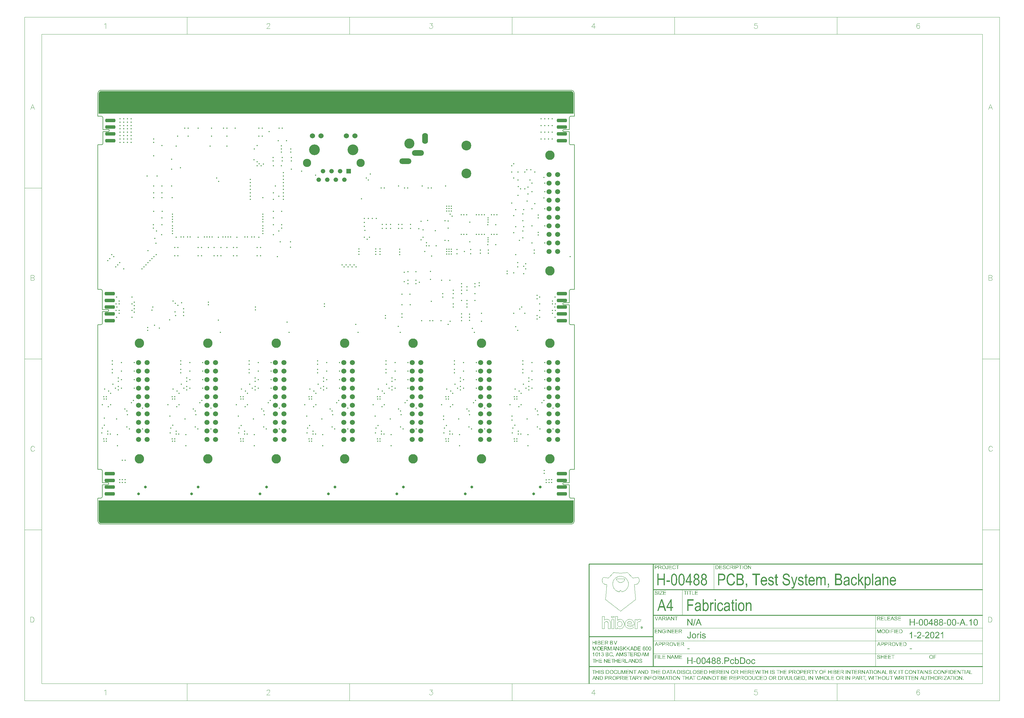
<source format=gbs>
G04*
G04 #@! TF.GenerationSoftware,Altium Limited,Altium Designer,21.0.9 (235)*
G04*
G04 Layer_Color=16711935*
%FSLAX44Y44*%
%MOMM*%
G71*
G04*
G04 #@! TF.SameCoordinates,A4F98B16-F3DB-4773-8883-61DEE8D61BF0*
G04*
G04*
G04 #@! TF.FilePolarity,Negative*
G04*
G01*
G75*
%ADD12C,0.2000*%
%ADD16C,0.2539*%
%ADD17C,0.0423*%
%ADD18C,0.1000*%
%ADD19C,0.0991*%
%ADD20C,0.0127*%
G04:AMPARAMS|DCode=61|XSize=3mm|YSize=1mm|CornerRadius=0.25mm|HoleSize=0mm|Usage=FLASHONLY|Rotation=180.000|XOffset=0mm|YOffset=0mm|HoleType=Round|Shape=RoundedRectangle|*
%AMROUNDEDRECTD61*
21,1,3.0000,0.5000,0,0,180.0*
21,1,2.5000,1.0000,0,0,180.0*
1,1,0.5000,-1.2500,0.2500*
1,1,0.5000,1.2500,0.2500*
1,1,0.5000,1.2500,-0.2500*
1,1,0.5000,-1.2500,-0.2500*
%
%ADD61ROUNDEDRECTD61*%
%ADD67C,1.5000*%
%ADD68C,2.8000*%
%ADD69R,1.3400X1.3400*%
%ADD70C,1.3400*%
%ADD71C,1.5300*%
%ADD72C,2.4500*%
%ADD73C,3.2000*%
%ADD74C,2.9100*%
G04:AMPARAMS|DCode=75|XSize=3.25mm|YSize=1.75mm|CornerRadius=0.875mm|HoleSize=0mm|Usage=FLASHONLY|Rotation=90.000|XOffset=0mm|YOffset=0mm|HoleType=Round|Shape=RoundedRectangle|*
%AMROUNDEDRECTD75*
21,1,3.2500,0.0000,0,0,90.0*
21,1,1.5000,1.7500,0,0,90.0*
1,1,1.7500,0.0000,0.7500*
1,1,1.7500,0.0000,-0.7500*
1,1,1.7500,0.0000,-0.7500*
1,1,1.7500,0.0000,0.7500*
%
%ADD75ROUNDEDRECTD75*%
G04:AMPARAMS|DCode=76|XSize=3.55mm|YSize=1.75mm|CornerRadius=0.875mm|HoleSize=0mm|Usage=FLASHONLY|Rotation=0.000|XOffset=0mm|YOffset=0mm|HoleType=Round|Shape=RoundedRectangle|*
%AMROUNDEDRECTD76*
21,1,3.5500,0.0000,0,0,0.0*
21,1,1.8000,1.7500,0,0,0.0*
1,1,1.7500,0.9000,0.0000*
1,1,1.7500,-0.9000,0.0000*
1,1,1.7500,-0.9000,0.0000*
1,1,1.7500,0.9000,0.0000*
%
%ADD76ROUNDEDRECTD76*%
%ADD77C,3.0000*%
%ADD78C,5.1000*%
%ADD79C,0.3500*%
%ADD80C,0.4000*%
%ADD81C,0.8112*%
G36*
X64173Y642165D02*
X65529Y641603D01*
X66750Y640788D01*
X67788Y639750D01*
X68604Y638529D01*
X69165Y637173D01*
X69452Y635733D01*
X69452Y634999D01*
Y634999D01*
Y634999D01*
Y575000D01*
X-891783Y575000D01*
X-1340451Y575000D01*
Y635001D01*
X-1340451Y635001D01*
X-1340451Y635001D01*
X-1340451Y635735D01*
X-1340164Y637174D01*
X-1339603Y638530D01*
X-1338788Y639750D01*
X-1337750Y640788D01*
X-1336530Y641603D01*
X-1335174Y642165D01*
X-1333734Y642451D01*
X-1333000Y642451D01*
X-1333000Y642451D01*
X-1333000Y642451D01*
X61999Y642451D01*
X62733D01*
X64173Y642165D01*
D02*
G37*
G36*
X69452Y-634999D02*
X69452Y-635733D01*
X69165Y-637173D01*
X68604Y-638529D01*
X67788Y-639750D01*
X66750Y-640788D01*
X65530Y-641603D01*
X64173Y-642165D01*
X62734Y-642451D01*
X62000Y-642451D01*
X62000D01*
X62000D01*
X-1333000Y-642451D01*
X-1333000D01*
X-1333000D01*
X-1333734Y-642451D01*
X-1335174Y-642165D01*
X-1336530Y-641603D01*
X-1337750Y-640788D01*
X-1338788Y-639750D01*
X-1339603Y-638530D01*
X-1340164Y-637174D01*
X-1340451Y-635734D01*
X-1340451Y-635001D01*
X-1340451Y-635001D01*
X-1340451Y-635001D01*
Y-575000D01*
X69452Y-575000D01*
Y-634999D01*
D02*
G37*
G36*
X517525Y-767282D02*
X517660Y-767295D01*
X517795Y-767307D01*
X517955Y-767319D01*
X518298Y-767368D01*
X518679Y-767442D01*
X519059Y-767552D01*
X519427Y-767687D01*
X519439D01*
X519464Y-767712D01*
X519525Y-767724D01*
X519586Y-767761D01*
X519660Y-767810D01*
X519758Y-767859D01*
X519967Y-767982D01*
X520212Y-768154D01*
X520457Y-768362D01*
X520691Y-768595D01*
X520899Y-768877D01*
X520911Y-768890D01*
X520924Y-768914D01*
X520948Y-768951D01*
X520985Y-769012D01*
X521022Y-769086D01*
X521071Y-769172D01*
X521108Y-769282D01*
X521169Y-769393D01*
X521267Y-769650D01*
X521353Y-769957D01*
X521427Y-770288D01*
X521464Y-770656D01*
X520028Y-770767D01*
Y-770754D01*
X520016Y-770718D01*
Y-770668D01*
X520004Y-770595D01*
X519979Y-770497D01*
X519954Y-770399D01*
X519881Y-770165D01*
X519783Y-769908D01*
X519636Y-769638D01*
X519464Y-769380D01*
X519353Y-769270D01*
X519231Y-769159D01*
X519218Y-769147D01*
X519206Y-769135D01*
X519157Y-769110D01*
X519108Y-769074D01*
X519034Y-769037D01*
X518949Y-768988D01*
X518850Y-768939D01*
X518740Y-768877D01*
X518605Y-768828D01*
X518458Y-768779D01*
X518298Y-768730D01*
X518127Y-768693D01*
X517930Y-768656D01*
X517722Y-768632D01*
X517501Y-768607D01*
X517145D01*
X517047Y-768620D01*
X516937D01*
X516814Y-768632D01*
X516667Y-768644D01*
X516519Y-768669D01*
X516188Y-768730D01*
X515869Y-768816D01*
X515563Y-768939D01*
X515415Y-769025D01*
X515293Y-769110D01*
X515280D01*
X515268Y-769135D01*
X515195Y-769196D01*
X515096Y-769307D01*
X514986Y-769454D01*
X514875Y-769626D01*
X514777Y-769834D01*
X514704Y-770055D01*
X514692Y-770178D01*
X514679Y-770313D01*
Y-770325D01*
Y-770337D01*
X514692Y-770411D01*
X514704Y-770521D01*
X514728Y-770656D01*
X514790Y-770816D01*
X514863Y-770987D01*
X514961Y-771147D01*
X515109Y-771306D01*
X515133Y-771319D01*
X515158Y-771343D01*
X515207Y-771380D01*
X515268Y-771417D01*
X515342Y-771454D01*
X515440Y-771503D01*
X515550Y-771564D01*
X515685Y-771625D01*
X515845Y-771687D01*
X516029Y-771748D01*
X516237Y-771822D01*
X516483Y-771895D01*
X516740Y-771969D01*
X517035Y-772055D01*
X517366Y-772128D01*
X517391D01*
X517452Y-772141D01*
X517538Y-772165D01*
X517660Y-772202D01*
X517808Y-772226D01*
X517979Y-772276D01*
X518163Y-772312D01*
X518360Y-772374D01*
X518777Y-772484D01*
X519194Y-772595D01*
X519390Y-772656D01*
X519562Y-772717D01*
X519734Y-772779D01*
X519869Y-772840D01*
X519881D01*
X519918Y-772865D01*
X519967Y-772889D01*
X520028Y-772926D01*
X520114Y-772963D01*
X520212Y-773024D01*
X520421Y-773159D01*
X520666Y-773318D01*
X520899Y-773515D01*
X521132Y-773748D01*
X521230Y-773870D01*
X521329Y-773993D01*
Y-774005D01*
X521353Y-774030D01*
X521378Y-774067D01*
X521402Y-774116D01*
X521439Y-774177D01*
X521476Y-774263D01*
X521574Y-774459D01*
X521660Y-774693D01*
X521733Y-774962D01*
X521782Y-775269D01*
X521807Y-775600D01*
Y-775613D01*
Y-775637D01*
Y-775686D01*
X521795Y-775748D01*
Y-775833D01*
X521782Y-775919D01*
X521746Y-776152D01*
X521684Y-776410D01*
X521586Y-776692D01*
X521451Y-776987D01*
X521378Y-777146D01*
X521279Y-777293D01*
Y-777306D01*
X521255Y-777330D01*
X521230Y-777367D01*
X521181Y-777428D01*
X521071Y-777563D01*
X520899Y-777747D01*
X520691Y-777943D01*
X520433Y-778152D01*
X520139Y-778348D01*
X519795Y-778532D01*
X519783D01*
X519746Y-778557D01*
X519697Y-778569D01*
X519623Y-778606D01*
X519537Y-778631D01*
X519427Y-778667D01*
X519304Y-778716D01*
X519157Y-778753D01*
X519010Y-778790D01*
X518838Y-778839D01*
X518470Y-778900D01*
X518065Y-778950D01*
X517624Y-778974D01*
X517476D01*
X517366Y-778962D01*
X517231D01*
X517084Y-778950D01*
X516912Y-778937D01*
X516716Y-778913D01*
X516311Y-778864D01*
X515882Y-778790D01*
X515452Y-778680D01*
X515035Y-778532D01*
X515023D01*
X514986Y-778508D01*
X514937Y-778483D01*
X514863Y-778447D01*
X514777Y-778398D01*
X514679Y-778348D01*
X514446Y-778201D01*
X514188Y-778017D01*
X513919Y-777784D01*
X513649Y-777514D01*
X513416Y-777195D01*
X513403Y-777183D01*
X513391Y-777158D01*
X513367Y-777109D01*
X513330Y-777036D01*
X513281Y-776950D01*
X513232Y-776852D01*
X513170Y-776729D01*
X513121Y-776594D01*
X513060Y-776459D01*
X513011Y-776300D01*
X512913Y-775944D01*
X512839Y-775564D01*
X512814Y-775355D01*
X512802Y-775146D01*
X514213Y-775024D01*
Y-775036D01*
Y-775061D01*
X514225Y-775110D01*
X514238Y-775171D01*
X514250Y-775245D01*
X514262Y-775318D01*
X514311Y-775527D01*
X514372Y-775748D01*
X514446Y-775981D01*
X514544Y-776214D01*
X514667Y-776434D01*
X514679Y-776459D01*
X514741Y-776520D01*
X514826Y-776619D01*
X514949Y-776741D01*
X515109Y-776889D01*
X515305Y-777023D01*
X515538Y-777171D01*
X515808Y-777306D01*
X515820D01*
X515845Y-777318D01*
X515882Y-777330D01*
X515943Y-777355D01*
X516016Y-777379D01*
X516102Y-777416D01*
X516200Y-777440D01*
X516311Y-777465D01*
X516568Y-777526D01*
X516875Y-777588D01*
X517194Y-777625D01*
X517550Y-777637D01*
X517697D01*
X517771Y-777625D01*
X517857D01*
X518053Y-777600D01*
X518286Y-777576D01*
X518544Y-777539D01*
X518801Y-777477D01*
X519047Y-777392D01*
X519059D01*
X519071Y-777379D01*
X519108Y-777367D01*
X519157Y-777342D01*
X519268Y-777281D01*
X519415Y-777207D01*
X519574Y-777109D01*
X519746Y-776987D01*
X519893Y-776852D01*
X520028Y-776692D01*
X520040Y-776668D01*
X520077Y-776619D01*
X520139Y-776520D01*
X520200Y-776398D01*
X520249Y-776251D01*
X520310Y-776091D01*
X520347Y-775907D01*
X520359Y-775723D01*
Y-775711D01*
Y-775698D01*
Y-775637D01*
X520347Y-775527D01*
X520323Y-775404D01*
X520286Y-775257D01*
X520224Y-775097D01*
X520151Y-774938D01*
X520040Y-774791D01*
X520028Y-774778D01*
X519979Y-774729D01*
X519906Y-774656D01*
X519795Y-774557D01*
X519660Y-774459D01*
X519476Y-774349D01*
X519268Y-774239D01*
X519022Y-774128D01*
X518998Y-774116D01*
X518973Y-774104D01*
X518924Y-774091D01*
X518875Y-774079D01*
X518801Y-774054D01*
X518703Y-774018D01*
X518605Y-773993D01*
X518470Y-773956D01*
X518335Y-773907D01*
X518163Y-773870D01*
X517979Y-773821D01*
X517771Y-773760D01*
X517550Y-773711D01*
X517292Y-773637D01*
X517010Y-773576D01*
X516998D01*
X516949Y-773564D01*
X516863Y-773539D01*
X516765Y-773515D01*
X516630Y-773478D01*
X516483Y-773441D01*
X516335Y-773392D01*
X516164Y-773343D01*
X515796Y-773232D01*
X515440Y-773110D01*
X515268Y-773048D01*
X515109Y-772987D01*
X514961Y-772926D01*
X514839Y-772865D01*
X514826D01*
X514802Y-772840D01*
X514765Y-772815D01*
X514704Y-772791D01*
X514557Y-772705D01*
X514385Y-772582D01*
X514176Y-772423D01*
X513980Y-772251D01*
X513784Y-772042D01*
X513624Y-771822D01*
Y-771809D01*
X513612Y-771797D01*
X513587Y-771760D01*
X513563Y-771711D01*
X513502Y-771576D01*
X513428Y-771405D01*
X513354Y-771196D01*
X513293Y-770951D01*
X513244Y-770681D01*
X513232Y-770399D01*
Y-770386D01*
Y-770362D01*
Y-770313D01*
X513244Y-770251D01*
Y-770178D01*
X513256Y-770092D01*
X513293Y-769871D01*
X513354Y-769626D01*
X513428Y-769368D01*
X513550Y-769086D01*
X513710Y-768804D01*
Y-768792D01*
X513735Y-768767D01*
X513759Y-768730D01*
X513796Y-768681D01*
X513919Y-768546D01*
X514078Y-768374D01*
X514274Y-768190D01*
X514520Y-768006D01*
X514802Y-767822D01*
X515133Y-767663D01*
X515145D01*
X515170Y-767651D01*
X515231Y-767626D01*
X515293Y-767601D01*
X515378Y-767577D01*
X515489Y-767540D01*
X515612Y-767503D01*
X515746Y-767467D01*
X515894Y-767430D01*
X516053Y-767393D01*
X516397Y-767331D01*
X516789Y-767282D01*
X517206Y-767270D01*
X517415D01*
X517525Y-767282D01*
D02*
G37*
G36*
X368911D02*
X369058Y-767295D01*
X369230Y-767319D01*
X369414Y-767344D01*
X369623Y-767381D01*
X369843Y-767430D01*
X370076Y-767479D01*
X370310Y-767552D01*
X370555Y-767638D01*
X370800Y-767736D01*
X371033Y-767859D01*
X371267Y-767982D01*
X371487Y-768141D01*
X371500Y-768154D01*
X371536Y-768178D01*
X371598Y-768227D01*
X371671Y-768301D01*
X371769Y-768387D01*
X371880Y-768497D01*
X371990Y-768620D01*
X372125Y-768767D01*
X372260Y-768926D01*
X372395Y-769110D01*
X372530Y-769307D01*
X372653Y-769528D01*
X372788Y-769761D01*
X372898Y-770018D01*
X373009Y-770288D01*
X373107Y-770570D01*
X371634Y-770914D01*
Y-770902D01*
X371610Y-770865D01*
X371598Y-770791D01*
X371561Y-770705D01*
X371524Y-770607D01*
X371463Y-770497D01*
X371340Y-770227D01*
X371181Y-769932D01*
X370972Y-769626D01*
X370751Y-769343D01*
X370616Y-769221D01*
X370481Y-769110D01*
X370469Y-769098D01*
X370444Y-769086D01*
X370408Y-769061D01*
X370346Y-769025D01*
X370273Y-768976D01*
X370187Y-768926D01*
X370089Y-768877D01*
X369966Y-768828D01*
X369831Y-768779D01*
X369696Y-768730D01*
X369377Y-768632D01*
X369009Y-768571D01*
X368813Y-768546D01*
X368482D01*
X368383Y-768558D01*
X368273Y-768571D01*
X368138Y-768583D01*
X367991Y-768595D01*
X367844Y-768620D01*
X367488Y-768706D01*
X367120Y-768816D01*
X366936Y-768890D01*
X366752Y-768976D01*
X366580Y-769074D01*
X366408Y-769184D01*
X366396Y-769196D01*
X366371Y-769209D01*
X366322Y-769245D01*
X366261Y-769294D01*
X366200Y-769356D01*
X366114Y-769442D01*
X366028Y-769528D01*
X365930Y-769626D01*
X365832Y-769748D01*
X365721Y-769871D01*
X365525Y-770153D01*
X365341Y-770484D01*
X365182Y-770865D01*
Y-770877D01*
X365169Y-770914D01*
X365145Y-770975D01*
X365132Y-771049D01*
X365108Y-771147D01*
X365071Y-771257D01*
X365047Y-771392D01*
X365010Y-771527D01*
X364973Y-771687D01*
X364948Y-771859D01*
X364887Y-772226D01*
X364850Y-772619D01*
X364838Y-773036D01*
Y-773048D01*
Y-773098D01*
Y-773171D01*
X364850Y-773282D01*
Y-773404D01*
X364863Y-773551D01*
X364875Y-773711D01*
X364887Y-773895D01*
X364912Y-774091D01*
X364936Y-774288D01*
X365010Y-774717D01*
X365120Y-775146D01*
X365255Y-775564D01*
Y-775576D01*
X365280Y-775613D01*
X365304Y-775662D01*
X365329Y-775735D01*
X365378Y-775833D01*
X365439Y-775931D01*
X365574Y-776165D01*
X365758Y-776434D01*
X365979Y-776692D01*
X366249Y-776950D01*
X366396Y-777060D01*
X366555Y-777171D01*
X366568D01*
X366592Y-777195D01*
X366641Y-777220D01*
X366715Y-777256D01*
X366801Y-777293D01*
X366899Y-777342D01*
X367009Y-777379D01*
X367132Y-777428D01*
X367414Y-777526D01*
X367746Y-777612D01*
X368101Y-777674D01*
X368285Y-777686D01*
X368482Y-777698D01*
X368604D01*
X368690Y-777686D01*
X368801Y-777674D01*
X368923Y-777661D01*
X369071Y-777637D01*
X369218Y-777612D01*
X369561Y-777526D01*
X369733Y-777465D01*
X369917Y-777392D01*
X370101Y-777306D01*
X370273Y-777207D01*
X370444Y-777097D01*
X370616Y-776974D01*
X370629Y-776962D01*
X370653Y-776937D01*
X370702Y-776901D01*
X370764Y-776839D01*
X370825Y-776766D01*
X370911Y-776668D01*
X370997Y-776557D01*
X371095Y-776434D01*
X371193Y-776287D01*
X371291Y-776128D01*
X371389Y-775956D01*
X371487Y-775760D01*
X371573Y-775551D01*
X371659Y-775318D01*
X371745Y-775073D01*
X371806Y-774815D01*
X373303Y-775195D01*
Y-775220D01*
X373279Y-775281D01*
X373254Y-775367D01*
X373205Y-775502D01*
X373156Y-775649D01*
X373082Y-775833D01*
X373009Y-776030D01*
X372910Y-776238D01*
X372800Y-776471D01*
X372677Y-776692D01*
X372542Y-776937D01*
X372383Y-777171D01*
X372211Y-777392D01*
X372027Y-777612D01*
X371819Y-777821D01*
X371598Y-778017D01*
X371586Y-778029D01*
X371536Y-778054D01*
X371475Y-778103D01*
X371377Y-778164D01*
X371267Y-778238D01*
X371119Y-778324D01*
X370960Y-778410D01*
X370764Y-778496D01*
X370555Y-778581D01*
X370334Y-778667D01*
X370089Y-778753D01*
X369819Y-778827D01*
X369537Y-778888D01*
X369242Y-778937D01*
X368936Y-778962D01*
X368604Y-778974D01*
X368433D01*
X368298Y-778962D01*
X368150Y-778950D01*
X367966Y-778937D01*
X367770Y-778913D01*
X367549Y-778876D01*
X367316Y-778839D01*
X367071Y-778790D01*
X366825Y-778729D01*
X366580Y-778667D01*
X366322Y-778581D01*
X366077Y-778483D01*
X365844Y-778373D01*
X365623Y-778238D01*
X365611Y-778226D01*
X365574Y-778201D01*
X365513Y-778164D01*
X365439Y-778103D01*
X365341Y-778017D01*
X365230Y-777931D01*
X365108Y-777821D01*
X364973Y-777686D01*
X364838Y-777539D01*
X364691Y-777379D01*
X364556Y-777207D01*
X364409Y-777011D01*
X364261Y-776803D01*
X364126Y-776582D01*
X364004Y-776336D01*
X363881Y-776079D01*
X363869Y-776067D01*
X363857Y-776017D01*
X363832Y-775931D01*
X363795Y-775833D01*
X363746Y-775698D01*
X363697Y-775551D01*
X363648Y-775367D01*
X363587Y-775171D01*
X363537Y-774950D01*
X363476Y-774717D01*
X363427Y-774472D01*
X363390Y-774202D01*
X363317Y-773637D01*
X363304Y-773343D01*
X363292Y-773048D01*
Y-773024D01*
Y-772975D01*
Y-772877D01*
X363304Y-772754D01*
X363317Y-772595D01*
X363329Y-772411D01*
X363354Y-772214D01*
X363378Y-771993D01*
X363415Y-771760D01*
X363452Y-771515D01*
X363574Y-770987D01*
X363660Y-770730D01*
X363746Y-770472D01*
X363844Y-770202D01*
X363967Y-769957D01*
X363979Y-769945D01*
X364004Y-769896D01*
X364040Y-769834D01*
X364090Y-769736D01*
X364163Y-769626D01*
X364249Y-769503D01*
X364347Y-769368D01*
X364458Y-769209D01*
X364593Y-769061D01*
X364728Y-768890D01*
X364887Y-768730D01*
X365059Y-768558D01*
X365243Y-768399D01*
X365439Y-768239D01*
X365660Y-768092D01*
X365881Y-767957D01*
X365893Y-767945D01*
X365942Y-767933D01*
X366003Y-767896D01*
X366102Y-767847D01*
X366212Y-767798D01*
X366359Y-767736D01*
X366519Y-767675D01*
X366690Y-767614D01*
X366887Y-767552D01*
X367108Y-767491D01*
X367328Y-767430D01*
X367574Y-767381D01*
X368077Y-767295D01*
X368347Y-767282D01*
X368629Y-767270D01*
X368788D01*
X368911Y-767282D01*
D02*
G37*
G36*
X529033D02*
X529180Y-767295D01*
X529352Y-767319D01*
X529536Y-767344D01*
X529745Y-767381D01*
X529965Y-767430D01*
X530199Y-767479D01*
X530432Y-767552D01*
X530677Y-767638D01*
X530922Y-767736D01*
X531155Y-767859D01*
X531389Y-767982D01*
X531609Y-768141D01*
X531622Y-768154D01*
X531658Y-768178D01*
X531720Y-768227D01*
X531793Y-768301D01*
X531892Y-768387D01*
X532002Y-768497D01*
X532112Y-768620D01*
X532247Y-768767D01*
X532382Y-768926D01*
X532517Y-769110D01*
X532652Y-769307D01*
X532775Y-769528D01*
X532910Y-769761D01*
X533020Y-770018D01*
X533131Y-770288D01*
X533229Y-770570D01*
X531757Y-770914D01*
Y-770902D01*
X531732Y-770865D01*
X531720Y-770791D01*
X531683Y-770705D01*
X531646Y-770607D01*
X531585Y-770497D01*
X531462Y-770227D01*
X531303Y-769932D01*
X531094Y-769626D01*
X530873Y-769343D01*
X530738Y-769221D01*
X530603Y-769110D01*
X530591Y-769098D01*
X530566Y-769086D01*
X530530Y-769061D01*
X530468Y-769025D01*
X530395Y-768976D01*
X530309Y-768926D01*
X530211Y-768877D01*
X530088Y-768828D01*
X529953Y-768779D01*
X529818Y-768730D01*
X529499Y-768632D01*
X529131Y-768571D01*
X528935Y-768546D01*
X528604D01*
X528506Y-768558D01*
X528395Y-768571D01*
X528260Y-768583D01*
X528113Y-768595D01*
X527966Y-768620D01*
X527610Y-768706D01*
X527242Y-768816D01*
X527058Y-768890D01*
X526874Y-768976D01*
X526702Y-769074D01*
X526530Y-769184D01*
X526518Y-769196D01*
X526493Y-769209D01*
X526444Y-769245D01*
X526383Y-769294D01*
X526322Y-769356D01*
X526236Y-769442D01*
X526150Y-769528D01*
X526052Y-769626D01*
X525954Y-769748D01*
X525843Y-769871D01*
X525647Y-770153D01*
X525463Y-770484D01*
X525303Y-770865D01*
Y-770877D01*
X525291Y-770914D01*
X525267Y-770975D01*
X525254Y-771049D01*
X525230Y-771147D01*
X525193Y-771257D01*
X525168Y-771392D01*
X525132Y-771527D01*
X525095Y-771687D01*
X525070Y-771859D01*
X525009Y-772226D01*
X524972Y-772619D01*
X524960Y-773036D01*
Y-773048D01*
Y-773098D01*
Y-773171D01*
X524972Y-773282D01*
Y-773404D01*
X524985Y-773551D01*
X524997Y-773711D01*
X525009Y-773895D01*
X525034Y-774091D01*
X525058Y-774288D01*
X525132Y-774717D01*
X525242Y-775146D01*
X525377Y-775564D01*
Y-775576D01*
X525402Y-775613D01*
X525426Y-775662D01*
X525451Y-775735D01*
X525500Y-775833D01*
X525561Y-775931D01*
X525696Y-776165D01*
X525880Y-776434D01*
X526101Y-776692D01*
X526371Y-776950D01*
X526518Y-777060D01*
X526678Y-777171D01*
X526690D01*
X526714Y-777195D01*
X526763Y-777220D01*
X526837Y-777256D01*
X526923Y-777293D01*
X527021Y-777342D01*
X527131Y-777379D01*
X527254Y-777428D01*
X527536Y-777526D01*
X527868Y-777612D01*
X528223Y-777674D01*
X528407Y-777686D01*
X528604Y-777698D01*
X528726D01*
X528812Y-777686D01*
X528923Y-777674D01*
X529045Y-777661D01*
X529193Y-777637D01*
X529340Y-777612D01*
X529683Y-777526D01*
X529855Y-777465D01*
X530039Y-777392D01*
X530223Y-777306D01*
X530395Y-777207D01*
X530566Y-777097D01*
X530738Y-776974D01*
X530751Y-776962D01*
X530775Y-776937D01*
X530824Y-776901D01*
X530886Y-776839D01*
X530947Y-776766D01*
X531033Y-776668D01*
X531119Y-776557D01*
X531217Y-776434D01*
X531315Y-776287D01*
X531413Y-776128D01*
X531511Y-775956D01*
X531609Y-775760D01*
X531695Y-775551D01*
X531781Y-775318D01*
X531867Y-775073D01*
X531928Y-774815D01*
X533425Y-775195D01*
Y-775220D01*
X533400Y-775281D01*
X533376Y-775367D01*
X533327Y-775502D01*
X533278Y-775649D01*
X533204Y-775833D01*
X533131Y-776030D01*
X533032Y-776238D01*
X532922Y-776471D01*
X532799Y-776692D01*
X532664Y-776937D01*
X532505Y-777171D01*
X532333Y-777392D01*
X532149Y-777612D01*
X531941Y-777821D01*
X531720Y-778017D01*
X531707Y-778029D01*
X531658Y-778054D01*
X531597Y-778103D01*
X531499Y-778164D01*
X531389Y-778238D01*
X531241Y-778324D01*
X531082Y-778410D01*
X530886Y-778496D01*
X530677Y-778581D01*
X530456Y-778667D01*
X530211Y-778753D01*
X529941Y-778827D01*
X529659Y-778888D01*
X529364Y-778937D01*
X529058Y-778962D01*
X528726Y-778974D01*
X528554D01*
X528420Y-778962D01*
X528272Y-778950D01*
X528088Y-778937D01*
X527892Y-778913D01*
X527671Y-778876D01*
X527438Y-778839D01*
X527193Y-778790D01*
X526947Y-778729D01*
X526702Y-778667D01*
X526444Y-778581D01*
X526199Y-778483D01*
X525966Y-778373D01*
X525745Y-778238D01*
X525733Y-778226D01*
X525696Y-778201D01*
X525635Y-778164D01*
X525561Y-778103D01*
X525463Y-778017D01*
X525353Y-777931D01*
X525230Y-777821D01*
X525095Y-777686D01*
X524960Y-777539D01*
X524813Y-777379D01*
X524678Y-777207D01*
X524531Y-777011D01*
X524383Y-776803D01*
X524248Y-776582D01*
X524126Y-776336D01*
X524003Y-776079D01*
X523991Y-776067D01*
X523979Y-776017D01*
X523954Y-775931D01*
X523917Y-775833D01*
X523868Y-775698D01*
X523819Y-775551D01*
X523770Y-775367D01*
X523709Y-775171D01*
X523660Y-774950D01*
X523598Y-774717D01*
X523549Y-774472D01*
X523512Y-774202D01*
X523439Y-773637D01*
X523426Y-773343D01*
X523414Y-773048D01*
Y-773024D01*
Y-772975D01*
Y-772877D01*
X523426Y-772754D01*
X523439Y-772595D01*
X523451Y-772411D01*
X523475Y-772214D01*
X523500Y-771993D01*
X523537Y-771760D01*
X523574Y-771515D01*
X523696Y-770987D01*
X523782Y-770730D01*
X523868Y-770472D01*
X523966Y-770202D01*
X524089Y-769957D01*
X524101Y-769945D01*
X524126Y-769896D01*
X524162Y-769834D01*
X524212Y-769736D01*
X524285Y-769626D01*
X524371Y-769503D01*
X524469Y-769368D01*
X524580Y-769209D01*
X524715Y-769061D01*
X524850Y-768890D01*
X525009Y-768730D01*
X525181Y-768558D01*
X525365Y-768399D01*
X525561Y-768239D01*
X525782Y-768092D01*
X526003Y-767957D01*
X526015Y-767945D01*
X526064Y-767933D01*
X526125Y-767896D01*
X526224Y-767847D01*
X526334Y-767798D01*
X526481Y-767736D01*
X526641Y-767675D01*
X526813Y-767614D01*
X527009Y-767552D01*
X527230Y-767491D01*
X527450Y-767430D01*
X527696Y-767381D01*
X528199Y-767295D01*
X528469Y-767282D01*
X528751Y-767270D01*
X528910D01*
X529033Y-767282D01*
D02*
G37*
G36*
X596888Y-778790D02*
X595343D01*
X589405Y-769908D01*
Y-778790D01*
X587969D01*
Y-767467D01*
X589503D01*
X595453Y-776361D01*
Y-767467D01*
X596888D01*
Y-778790D01*
D02*
G37*
G36*
X350729Y-775183D02*
Y-775195D01*
Y-775245D01*
Y-775318D01*
Y-775416D01*
X350717Y-775539D01*
Y-775674D01*
X350705Y-775833D01*
X350681Y-775993D01*
X350644Y-776349D01*
X350582Y-776717D01*
X350496Y-777073D01*
X350435Y-777232D01*
X350374Y-777392D01*
Y-777404D01*
X350362Y-777428D01*
X350337Y-777465D01*
X350312Y-777514D01*
X350227Y-777661D01*
X350104Y-777833D01*
X349957Y-778017D01*
X349773Y-778213D01*
X349539Y-778398D01*
X349282Y-778569D01*
X349270D01*
X349245Y-778581D01*
X349208Y-778606D01*
X349147Y-778631D01*
X349086Y-778667D01*
X349000Y-778692D01*
X348902Y-778729D01*
X348791Y-778765D01*
X348534Y-778851D01*
X348239Y-778913D01*
X347908Y-778962D01*
X347540Y-778974D01*
X347393D01*
X347294Y-778962D01*
X347172Y-778950D01*
X347024Y-778925D01*
X346865Y-778900D01*
X346693Y-778864D01*
X346509Y-778827D01*
X346325Y-778765D01*
X346129Y-778704D01*
X345945Y-778618D01*
X345749Y-778520D01*
X345577Y-778410D01*
X345405Y-778275D01*
X345246Y-778128D01*
X345233Y-778115D01*
X345209Y-778091D01*
X345172Y-778042D01*
X345123Y-777968D01*
X345062Y-777882D01*
X345000Y-777772D01*
X344927Y-777637D01*
X344853Y-777490D01*
X344792Y-777318D01*
X344718Y-777134D01*
X344657Y-776925D01*
X344595Y-776692D01*
X344559Y-776447D01*
X344522Y-776177D01*
X344497Y-775895D01*
Y-775588D01*
X345847Y-775392D01*
Y-775404D01*
Y-775453D01*
X345859Y-775514D01*
Y-775600D01*
X345871Y-775711D01*
X345884Y-775833D01*
X345920Y-776103D01*
X345982Y-776398D01*
X346068Y-776692D01*
X346117Y-776827D01*
X346178Y-776962D01*
X346252Y-777073D01*
X346325Y-777171D01*
X346350Y-777195D01*
X346411Y-777244D01*
X346509Y-777318D01*
X346644Y-777404D01*
X346816Y-777490D01*
X347024Y-777563D01*
X347258Y-777612D01*
X347528Y-777637D01*
X347626D01*
X347724Y-777625D01*
X347859Y-777600D01*
X348018Y-777576D01*
X348178Y-777526D01*
X348337Y-777465D01*
X348497Y-777379D01*
X348521Y-777367D01*
X348570Y-777330D01*
X348632Y-777269D01*
X348730Y-777195D01*
X348816Y-777097D01*
X348914Y-776974D01*
X349000Y-776839D01*
X349073Y-776680D01*
X349086Y-776655D01*
X349098Y-776594D01*
X349122Y-776484D01*
X349159Y-776336D01*
X349184Y-776140D01*
X349208Y-775895D01*
X349221Y-775613D01*
X349233Y-775441D01*
Y-775269D01*
Y-767467D01*
X350729D01*
Y-775183D01*
D02*
G37*
G36*
X573039Y-778790D02*
X571542D01*
Y-767467D01*
X573039D01*
Y-778790D01*
D02*
G37*
G36*
X569739Y-768804D02*
X566009D01*
Y-778790D01*
X564513D01*
Y-768804D01*
X560783Y-768804D01*
Y-767467D01*
X569739Y-767467D01*
Y-768804D01*
D02*
G37*
G36*
X383252Y-768804D02*
X379523D01*
Y-778790D01*
X378026D01*
Y-768804D01*
X374297D01*
Y-767467D01*
X383252D01*
Y-768804D01*
D02*
G37*
G36*
X555986Y-767479D02*
X556268Y-767491D01*
X556551Y-767516D01*
X556820Y-767540D01*
X556955Y-767552D01*
X557066Y-767577D01*
X557078D01*
X557103Y-767589D01*
X557152D01*
X557201Y-767601D01*
X557274Y-767626D01*
X557360Y-767638D01*
X557557Y-767700D01*
X557777Y-767773D01*
X558010Y-767871D01*
X558244Y-767982D01*
X558464Y-768117D01*
X558477D01*
X558489Y-768129D01*
X558563Y-768190D01*
X558661Y-768276D01*
X558796Y-768399D01*
X558931Y-768546D01*
X559090Y-768742D01*
X559237Y-768951D01*
X559372Y-769209D01*
Y-769221D01*
X559384Y-769245D01*
X559409Y-769282D01*
X559434Y-769331D01*
X559458Y-769393D01*
X559483Y-769479D01*
X559556Y-769662D01*
X559618Y-769896D01*
X559679Y-770153D01*
X559716Y-770448D01*
X559728Y-770754D01*
Y-770767D01*
Y-770816D01*
Y-770889D01*
X559716Y-771000D01*
X559703Y-771122D01*
X559679Y-771257D01*
X559654Y-771417D01*
X559618Y-771601D01*
X559569Y-771785D01*
X559507Y-771981D01*
X559434Y-772178D01*
X559336Y-772386D01*
X559237Y-772595D01*
X559115Y-772803D01*
X558967Y-772999D01*
X558808Y-773196D01*
X558796Y-773208D01*
X558759Y-773232D01*
X558710Y-773282D01*
X558624Y-773355D01*
X558526Y-773429D01*
X558391Y-773515D01*
X558231Y-773601D01*
X558047Y-773687D01*
X557826Y-773785D01*
X557593Y-773870D01*
X557311Y-773956D01*
X557017Y-774030D01*
X556673Y-774091D01*
X556305Y-774140D01*
X555913Y-774177D01*
X555471Y-774190D01*
X552576D01*
Y-778790D01*
X551079D01*
Y-767467D01*
X555741D01*
X555986Y-767479D01*
D02*
G37*
G36*
X548441Y-778790D02*
X546945D01*
Y-767467D01*
X548441D01*
Y-778790D01*
D02*
G37*
G36*
X540688Y-767479D02*
X540823D01*
X540982Y-767491D01*
X541166Y-767503D01*
X541534Y-767540D01*
X541915Y-767601D01*
X542283Y-767675D01*
X542442Y-767724D01*
X542602Y-767773D01*
X542614D01*
X542638Y-767785D01*
X542675Y-767810D01*
X542737Y-767834D01*
X542884Y-767908D01*
X543056Y-768019D01*
X543264Y-768166D01*
X543473Y-768362D01*
X543681Y-768583D01*
X543865Y-768853D01*
Y-768865D01*
X543890Y-768890D01*
X543914Y-768926D01*
X543939Y-768988D01*
X543976Y-769061D01*
X544012Y-769147D01*
X544062Y-769245D01*
X544111Y-769356D01*
X544197Y-769613D01*
X544270Y-769896D01*
X544319Y-770215D01*
X544344Y-770558D01*
Y-770570D01*
Y-770607D01*
Y-770681D01*
X544331Y-770754D01*
X544319Y-770865D01*
X544307Y-770987D01*
X544282Y-771122D01*
X544246Y-771270D01*
X544147Y-771589D01*
X544086Y-771760D01*
X544012Y-771932D01*
X543927Y-772104D01*
X543816Y-772276D01*
X543694Y-772435D01*
X543559Y-772595D01*
X543546Y-772607D01*
X543522Y-772631D01*
X543473Y-772668D01*
X543411Y-772729D01*
X543326Y-772791D01*
X543227Y-772865D01*
X543105Y-772950D01*
X542957Y-773036D01*
X542798Y-773122D01*
X542626Y-773208D01*
X542430Y-773294D01*
X542209Y-773380D01*
X541976Y-773453D01*
X541718Y-773527D01*
X541436Y-773588D01*
X541142Y-773637D01*
X541154D01*
X541166Y-773650D01*
X541240Y-773687D01*
X541350Y-773748D01*
X541485Y-773821D01*
X541632Y-773907D01*
X541780Y-773993D01*
X541927Y-774104D01*
X542050Y-774202D01*
X542062Y-774214D01*
X542074Y-774226D01*
X542111Y-774263D01*
X542160Y-774312D01*
X542221Y-774373D01*
X542295Y-774447D01*
X542454Y-774619D01*
X542638Y-774840D01*
X542847Y-775097D01*
X543068Y-775392D01*
X543289Y-775711D01*
X545252Y-778790D01*
X543374D01*
X541878Y-776434D01*
X541866Y-776422D01*
X541853Y-776385D01*
X541816Y-776336D01*
X541767Y-776263D01*
X541718Y-776177D01*
X541645Y-776079D01*
X541497Y-775858D01*
X541326Y-775600D01*
X541154Y-775343D01*
X540970Y-775097D01*
X540798Y-774876D01*
Y-774864D01*
X540774Y-774852D01*
X540725Y-774791D01*
X540651Y-774693D01*
X540541Y-774582D01*
X540430Y-774459D01*
X540295Y-774337D01*
X540160Y-774214D01*
X540038Y-774128D01*
X540025Y-774116D01*
X539976Y-774091D01*
X539915Y-774054D01*
X539829Y-774005D01*
X539719Y-773956D01*
X539608Y-773907D01*
X539486Y-773858D01*
X539351Y-773821D01*
X539338D01*
X539301Y-773809D01*
X539240Y-773797D01*
X539154Y-773785D01*
X539032D01*
X538884Y-773772D01*
X538713Y-773760D01*
X536786D01*
Y-778790D01*
X535290D01*
Y-767467D01*
X540553D01*
X540688Y-767479D01*
D02*
G37*
G36*
X361403Y-768804D02*
X354704D01*
Y-772263D01*
X360974D01*
Y-773601D01*
X354704D01*
Y-777453D01*
X361660D01*
Y-778790D01*
X353208D01*
Y-767467D01*
X361403D01*
Y-768804D01*
D02*
G37*
G36*
X326954Y-767479D02*
X327089D01*
X327248Y-767491D01*
X327432Y-767503D01*
X327800Y-767540D01*
X328181Y-767601D01*
X328549Y-767675D01*
X328708Y-767724D01*
X328868Y-767773D01*
X328880D01*
X328904Y-767785D01*
X328941Y-767810D01*
X329002Y-767834D01*
X329150Y-767908D01*
X329322Y-768019D01*
X329530Y-768166D01*
X329739Y-768362D01*
X329947Y-768583D01*
X330131Y-768853D01*
Y-768865D01*
X330156Y-768890D01*
X330180Y-768926D01*
X330205Y-768988D01*
X330242Y-769061D01*
X330278Y-769147D01*
X330327Y-769245D01*
X330377Y-769356D01*
X330462Y-769613D01*
X330536Y-769896D01*
X330585Y-770215D01*
X330610Y-770558D01*
Y-770570D01*
Y-770607D01*
Y-770681D01*
X330597Y-770754D01*
X330585Y-770865D01*
X330573Y-770987D01*
X330548Y-771122D01*
X330512Y-771270D01*
X330413Y-771589D01*
X330352Y-771760D01*
X330278Y-771932D01*
X330193Y-772104D01*
X330082Y-772276D01*
X329959Y-772435D01*
X329824Y-772595D01*
X329812Y-772607D01*
X329788Y-772631D01*
X329739Y-772668D01*
X329677Y-772729D01*
X329591Y-772791D01*
X329493Y-772865D01*
X329371Y-772950D01*
X329223Y-773036D01*
X329064Y-773122D01*
X328892Y-773208D01*
X328696Y-773294D01*
X328475Y-773380D01*
X328242Y-773453D01*
X327984Y-773527D01*
X327702Y-773588D01*
X327408Y-773637D01*
X327420D01*
X327432Y-773650D01*
X327506Y-773687D01*
X327616Y-773748D01*
X327751Y-773821D01*
X327898Y-773907D01*
X328046Y-773993D01*
X328193Y-774104D01*
X328316Y-774202D01*
X328328Y-774214D01*
X328340Y-774226D01*
X328377Y-774263D01*
X328426Y-774312D01*
X328487Y-774373D01*
X328561Y-774447D01*
X328720Y-774619D01*
X328904Y-774840D01*
X329113Y-775097D01*
X329334Y-775392D01*
X329555Y-775711D01*
X331517Y-778790D01*
X329641D01*
X328144Y-776434D01*
X328131Y-776422D01*
X328119Y-776385D01*
X328082Y-776336D01*
X328033Y-776263D01*
X327984Y-776177D01*
X327911Y-776079D01*
X327763Y-775858D01*
X327592Y-775600D01*
X327420Y-775343D01*
X327236Y-775097D01*
X327064Y-774876D01*
Y-774864D01*
X327040Y-774852D01*
X326991Y-774791D01*
X326917Y-774693D01*
X326806Y-774582D01*
X326696Y-774459D01*
X326561Y-774337D01*
X326426Y-774214D01*
X326303Y-774128D01*
X326291Y-774116D01*
X326242Y-774091D01*
X326181Y-774054D01*
X326095Y-774005D01*
X325985Y-773956D01*
X325874Y-773907D01*
X325751Y-773858D01*
X325616Y-773821D01*
X325604D01*
X325567Y-773809D01*
X325506Y-773797D01*
X325420Y-773785D01*
X325298D01*
X325150Y-773772D01*
X324979Y-773760D01*
X323052D01*
Y-778790D01*
X321556D01*
Y-767467D01*
X326819D01*
X326954Y-767479D01*
D02*
G37*
G36*
X510974Y-768804D02*
X504276D01*
Y-772263D01*
X510545D01*
Y-773601D01*
X504276D01*
Y-777453D01*
X511232D01*
Y-778790D01*
X502779D01*
Y-767467D01*
X510974D01*
Y-768804D01*
D02*
G37*
G36*
X495663Y-767479D02*
X495811D01*
X495958Y-767491D01*
X496289Y-767503D01*
X496620Y-767540D01*
X496952Y-767577D01*
X497099Y-767614D01*
X497234Y-767638D01*
X497246D01*
X497283Y-767651D01*
X497332Y-767663D01*
X497393Y-767687D01*
X497479Y-767712D01*
X497577Y-767736D01*
X497810Y-767822D01*
X498068Y-767933D01*
X498338Y-768068D01*
X498620Y-768239D01*
X498890Y-768448D01*
X498902Y-768460D01*
X498927Y-768485D01*
X498976Y-768522D01*
X499037Y-768583D01*
X499111Y-768656D01*
X499197Y-768755D01*
X499295Y-768853D01*
X499393Y-768976D01*
X499503Y-769110D01*
X499614Y-769258D01*
X499724Y-769417D01*
X499835Y-769589D01*
X500043Y-769969D01*
X500227Y-770386D01*
Y-770399D01*
X500252Y-770435D01*
X500264Y-770509D01*
X500301Y-770595D01*
X500338Y-770705D01*
X500374Y-770840D01*
X500411Y-770987D01*
X500460Y-771159D01*
X500497Y-771356D01*
X500534Y-771564D01*
X500571Y-771785D01*
X500608Y-772018D01*
X500644Y-772263D01*
X500657Y-772521D01*
X500681Y-773073D01*
Y-773085D01*
Y-773134D01*
Y-773196D01*
Y-773294D01*
X500669Y-773404D01*
Y-773539D01*
X500657Y-773687D01*
X500644Y-773846D01*
X500608Y-774202D01*
X500546Y-774582D01*
X500473Y-774975D01*
X500374Y-775367D01*
Y-775379D01*
X500362Y-775416D01*
X500338Y-775465D01*
X500325Y-775527D01*
X500289Y-775613D01*
X500252Y-775711D01*
X500166Y-775944D01*
X500056Y-776201D01*
X499921Y-776484D01*
X499773Y-776753D01*
X499602Y-777011D01*
Y-777023D01*
X499577Y-777036D01*
X499552Y-777073D01*
X499516Y-777122D01*
X499430Y-777232D01*
X499295Y-777379D01*
X499148Y-777551D01*
X498976Y-777723D01*
X498780Y-777882D01*
X498571Y-778042D01*
X498559D01*
X498546Y-778054D01*
X498473Y-778103D01*
X498350Y-778164D01*
X498191Y-778250D01*
X497994Y-778336D01*
X497761Y-778434D01*
X497491Y-778520D01*
X497209Y-778606D01*
X497197D01*
X497173Y-778618D01*
X497136D01*
X497074Y-778631D01*
X497001Y-778643D01*
X496903Y-778667D01*
X496804Y-778680D01*
X496694Y-778692D01*
X496424Y-778729D01*
X496117Y-778765D01*
X495774Y-778778D01*
X495406Y-778790D01*
X491321D01*
Y-767467D01*
X495541D01*
X495663Y-767479D01*
D02*
G37*
G36*
X315888D02*
X316170Y-767491D01*
X316452Y-767516D01*
X316722Y-767540D01*
X316857Y-767552D01*
X316967Y-767577D01*
X316980D01*
X317004Y-767589D01*
X317053D01*
X317102Y-767601D01*
X317176Y-767626D01*
X317262Y-767638D01*
X317458Y-767700D01*
X317679Y-767773D01*
X317912Y-767871D01*
X318145Y-767982D01*
X318366Y-768117D01*
X318378D01*
X318391Y-768129D01*
X318464Y-768190D01*
X318562Y-768276D01*
X318697Y-768399D01*
X318832Y-768546D01*
X318992Y-768742D01*
X319139Y-768951D01*
X319274Y-769209D01*
Y-769221D01*
X319286Y-769245D01*
X319311Y-769282D01*
X319335Y-769331D01*
X319360Y-769393D01*
X319384Y-769479D01*
X319458Y-769662D01*
X319519Y-769896D01*
X319581Y-770153D01*
X319617Y-770448D01*
X319630Y-770754D01*
Y-770767D01*
Y-770816D01*
Y-770889D01*
X319617Y-771000D01*
X319605Y-771122D01*
X319581Y-771257D01*
X319556Y-771417D01*
X319519Y-771601D01*
X319470Y-771785D01*
X319409Y-771981D01*
X319335Y-772178D01*
X319237Y-772386D01*
X319139Y-772595D01*
X319016Y-772803D01*
X318869Y-772999D01*
X318710Y-773196D01*
X318697Y-773208D01*
X318660Y-773232D01*
X318611Y-773282D01*
X318526Y-773355D01*
X318427Y-773429D01*
X318292Y-773515D01*
X318133Y-773601D01*
X317949Y-773687D01*
X317728Y-773785D01*
X317495Y-773870D01*
X317213Y-773956D01*
X316918Y-774030D01*
X316575Y-774091D01*
X316207Y-774140D01*
X315814Y-774177D01*
X315373Y-774190D01*
X312477D01*
Y-778790D01*
X310981D01*
Y-767467D01*
X315643D01*
X315888Y-767479D01*
D02*
G37*
G36*
X580903Y-767282D02*
X581050Y-767295D01*
X581210Y-767307D01*
X581381Y-767331D01*
X581578Y-767368D01*
X581799Y-767405D01*
X582019Y-767454D01*
X582253Y-767515D01*
X582498Y-767589D01*
X582743Y-767675D01*
X582989Y-767773D01*
X583222Y-767884D01*
X583467Y-768018D01*
X583479Y-768031D01*
X583528Y-768055D01*
X583590Y-768092D01*
X583676Y-768154D01*
X583786Y-768227D01*
X583896Y-768325D01*
X584031Y-768436D01*
X584179Y-768558D01*
X584338Y-768706D01*
X584497Y-768865D01*
X584657Y-769037D01*
X584817Y-769221D01*
X584964Y-769417D01*
X585123Y-769638D01*
X585258Y-769871D01*
X585393Y-770116D01*
X585405Y-770129D01*
X585418Y-770178D01*
X585454Y-770251D01*
X585491Y-770350D01*
X585553Y-770472D01*
X585602Y-770632D01*
X585663Y-770803D01*
X585724Y-771000D01*
X585786Y-771208D01*
X585847Y-771441D01*
X585908Y-771699D01*
X585957Y-771957D01*
X585994Y-772239D01*
X586031Y-772533D01*
X586043Y-772828D01*
X586056Y-773147D01*
Y-773171D01*
Y-773220D01*
Y-773318D01*
X586043Y-773441D01*
X586031Y-773588D01*
X586019Y-773760D01*
X585994Y-773956D01*
X585970Y-774177D01*
X585933Y-774410D01*
X585884Y-774656D01*
X585835Y-774913D01*
X585761Y-775171D01*
X585675Y-775441D01*
X585589Y-775698D01*
X585479Y-775968D01*
X585356Y-776226D01*
X585344Y-776238D01*
X585320Y-776287D01*
X585283Y-776361D01*
X585234Y-776447D01*
X585160Y-776557D01*
X585074Y-776692D01*
X584964Y-776839D01*
X584853Y-776999D01*
X584718Y-777158D01*
X584571Y-777330D01*
X584399Y-777502D01*
X584228Y-777674D01*
X584044Y-777833D01*
X583835Y-777993D01*
X583614Y-778152D01*
X583381Y-778287D01*
X583369Y-778299D01*
X583320Y-778311D01*
X583258Y-778348D01*
X583160Y-778397D01*
X583038Y-778447D01*
X582903Y-778508D01*
X582743Y-778569D01*
X582559Y-778631D01*
X582363Y-778692D01*
X582154Y-778753D01*
X581921Y-778814D01*
X581688Y-778864D01*
X581173Y-778950D01*
X580903Y-778962D01*
X580633Y-778974D01*
X580474D01*
X580363Y-778962D01*
X580228Y-778950D01*
X580056Y-778937D01*
X579885Y-778913D01*
X579676Y-778876D01*
X579468Y-778839D01*
X579235Y-778790D01*
X579001Y-778729D01*
X578756Y-778655D01*
X578511Y-778569D01*
X578265Y-778459D01*
X578020Y-778348D01*
X577775Y-778213D01*
X577762Y-778201D01*
X577725Y-778177D01*
X577652Y-778128D01*
X577566Y-778066D01*
X577468Y-777993D01*
X577345Y-777894D01*
X577210Y-777784D01*
X577063Y-777661D01*
X576903Y-777514D01*
X576756Y-777355D01*
X576597Y-777183D01*
X576437Y-776999D01*
X576278Y-776790D01*
X576131Y-776582D01*
X575996Y-776349D01*
X575861Y-776103D01*
X575849Y-776091D01*
X575836Y-776042D01*
X575799Y-775968D01*
X575763Y-775870D01*
X575714Y-775748D01*
X575664Y-775600D01*
X575603Y-775441D01*
X575542Y-775245D01*
X575480Y-775048D01*
X575419Y-774827D01*
X575370Y-774594D01*
X575321Y-774349D01*
X575247Y-773834D01*
X575235Y-773551D01*
X575223Y-773282D01*
Y-773269D01*
Y-773245D01*
Y-773208D01*
Y-773159D01*
X575235Y-773085D01*
Y-773012D01*
X575247Y-772815D01*
X575272Y-772582D01*
X575309Y-772300D01*
X575345Y-772006D01*
X575407Y-771674D01*
X575493Y-771319D01*
X575591Y-770963D01*
X575714Y-770595D01*
X575861Y-770227D01*
X576032Y-769859D01*
X576229Y-769515D01*
X576462Y-769172D01*
X576732Y-768865D01*
X576744Y-768853D01*
X576805Y-768791D01*
X576891Y-768718D01*
X577002Y-768620D01*
X577161Y-768497D01*
X577333Y-768362D01*
X577542Y-768215D01*
X577787Y-768068D01*
X578057Y-767920D01*
X578351Y-767773D01*
X578670Y-767638D01*
X579026Y-767515D01*
X579394Y-767417D01*
X579786Y-767344D01*
X580204Y-767282D01*
X580645Y-767270D01*
X580793D01*
X580903Y-767282D01*
D02*
G37*
G36*
X338179Y-767282D02*
X338326Y-767295D01*
X338486Y-767307D01*
X338658Y-767331D01*
X338854Y-767368D01*
X339075Y-767405D01*
X339296Y-767454D01*
X339529Y-767516D01*
X339774Y-767589D01*
X340019Y-767675D01*
X340265Y-767773D01*
X340498Y-767884D01*
X340743Y-768019D01*
X340756Y-768031D01*
X340805Y-768055D01*
X340866Y-768092D01*
X340952Y-768154D01*
X341062Y-768227D01*
X341173Y-768325D01*
X341307Y-768436D01*
X341455Y-768558D01*
X341614Y-768706D01*
X341774Y-768865D01*
X341933Y-769037D01*
X342093Y-769221D01*
X342240Y-769417D01*
X342399Y-769638D01*
X342534Y-769871D01*
X342669Y-770116D01*
X342682Y-770129D01*
X342694Y-770178D01*
X342731Y-770251D01*
X342767Y-770350D01*
X342829Y-770472D01*
X342878Y-770632D01*
X342939Y-770803D01*
X343001Y-771000D01*
X343062Y-771208D01*
X343123Y-771441D01*
X343185Y-771699D01*
X343234Y-771957D01*
X343270Y-772239D01*
X343307Y-772533D01*
X343320Y-772828D01*
X343332Y-773147D01*
Y-773171D01*
Y-773220D01*
Y-773318D01*
X343320Y-773441D01*
X343307Y-773588D01*
X343295Y-773760D01*
X343270Y-773956D01*
X343246Y-774177D01*
X343209Y-774410D01*
X343160Y-774656D01*
X343111Y-774913D01*
X343037Y-775171D01*
X342952Y-775441D01*
X342866Y-775698D01*
X342755Y-775968D01*
X342632Y-776226D01*
X342620Y-776238D01*
X342596Y-776287D01*
X342559Y-776361D01*
X342510Y-776447D01*
X342436Y-776557D01*
X342350Y-776692D01*
X342240Y-776839D01*
X342130Y-776999D01*
X341995Y-777158D01*
X341847Y-777330D01*
X341676Y-777502D01*
X341504Y-777674D01*
X341320Y-777833D01*
X341111Y-777993D01*
X340890Y-778152D01*
X340657Y-778287D01*
X340645Y-778299D01*
X340596Y-778312D01*
X340535Y-778348D01*
X340437Y-778398D01*
X340314Y-778447D01*
X340179Y-778508D01*
X340019Y-778569D01*
X339835Y-778631D01*
X339639Y-778692D01*
X339431Y-778753D01*
X339197Y-778815D01*
X338964Y-778864D01*
X338449Y-778950D01*
X338179Y-778962D01*
X337909Y-778974D01*
X337750D01*
X337639Y-778962D01*
X337504Y-778950D01*
X337333Y-778937D01*
X337161Y-778913D01*
X336952Y-778876D01*
X336744Y-778839D01*
X336511Y-778790D01*
X336278Y-778729D01*
X336032Y-778655D01*
X335787Y-778569D01*
X335541Y-778459D01*
X335296Y-778348D01*
X335051Y-778213D01*
X335038Y-778201D01*
X335002Y-778177D01*
X334928Y-778128D01*
X334842Y-778066D01*
X334744Y-777993D01*
X334621Y-777895D01*
X334486Y-777784D01*
X334339Y-777661D01*
X334180Y-777514D01*
X334033Y-777355D01*
X333873Y-777183D01*
X333713Y-776999D01*
X333554Y-776790D01*
X333407Y-776582D01*
X333272Y-776349D01*
X333137Y-776103D01*
X333125Y-776091D01*
X333112Y-776042D01*
X333076Y-775968D01*
X333039Y-775870D01*
X332990Y-775748D01*
X332941Y-775600D01*
X332879Y-775441D01*
X332818Y-775245D01*
X332757Y-775048D01*
X332695Y-774827D01*
X332646Y-774594D01*
X332597Y-774349D01*
X332523Y-773834D01*
X332511Y-773551D01*
X332499Y-773282D01*
Y-773269D01*
Y-773245D01*
Y-773208D01*
Y-773159D01*
X332511Y-773085D01*
Y-773012D01*
X332523Y-772815D01*
X332548Y-772582D01*
X332585Y-772300D01*
X332622Y-772006D01*
X332683Y-771674D01*
X332769Y-771319D01*
X332867Y-770963D01*
X332990Y-770595D01*
X333137Y-770227D01*
X333309Y-769859D01*
X333505Y-769515D01*
X333738Y-769172D01*
X334008Y-768865D01*
X334020Y-768853D01*
X334082Y-768792D01*
X334168Y-768718D01*
X334278Y-768620D01*
X334437Y-768497D01*
X334609Y-768362D01*
X334818Y-768215D01*
X335063Y-768068D01*
X335333Y-767920D01*
X335627Y-767773D01*
X335946Y-767638D01*
X336302Y-767516D01*
X336670Y-767417D01*
X337063Y-767344D01*
X337480Y-767282D01*
X337921Y-767270D01*
X338069D01*
X338179Y-767282D01*
D02*
G37*
G36*
X702229Y-791699D02*
X702572Y-791737D01*
X702916Y-791775D01*
X703298Y-791813D01*
X704176Y-791966D01*
X705092Y-792195D01*
X706046Y-792501D01*
X706963Y-792921D01*
X707001D01*
X707077Y-792997D01*
X707192Y-793035D01*
X707344Y-793149D01*
X707803Y-793455D01*
X708337Y-793837D01*
X708910Y-794371D01*
X709559Y-794982D01*
X710131Y-795707D01*
X710666Y-796547D01*
Y-796585D01*
X710742Y-796662D01*
X710780Y-796776D01*
X710895Y-796967D01*
X710971Y-797196D01*
X711086Y-797464D01*
X711238Y-797769D01*
X711353Y-798112D01*
X711620Y-798914D01*
X711849Y-799830D01*
X712040Y-800899D01*
X712116Y-802045D01*
X708490Y-802388D01*
Y-802350D01*
Y-802235D01*
X708452Y-802045D01*
X708413Y-801815D01*
X708375Y-801548D01*
X708299Y-801243D01*
X708108Y-800479D01*
X707841Y-799678D01*
X707497Y-798838D01*
X707039Y-798036D01*
X706734Y-797692D01*
X706428Y-797349D01*
Y-797311D01*
X706352Y-797273D01*
X706237Y-797196D01*
X706123Y-797082D01*
X705932Y-796967D01*
X705703Y-796814D01*
X705168Y-796509D01*
X704481Y-796242D01*
X703641Y-795975D01*
X702649Y-795784D01*
X702114Y-795707D01*
X701236D01*
X701007Y-795745D01*
X700740D01*
X700434Y-795784D01*
X699747Y-795898D01*
X698946Y-796051D01*
X698144Y-796318D01*
X697342Y-796662D01*
X696655Y-797158D01*
X696579Y-797234D01*
X696388Y-797425D01*
X696121Y-797731D01*
X695815Y-798151D01*
X695510Y-798685D01*
X695243Y-799334D01*
X695052Y-800059D01*
X695014Y-800441D01*
X694975Y-800861D01*
Y-800899D01*
Y-800938D01*
Y-801052D01*
X695014Y-801205D01*
X695052Y-801587D01*
X695128Y-802045D01*
X695281Y-802579D01*
X695510Y-803113D01*
X695777Y-803648D01*
X696197Y-804144D01*
X696273Y-804183D01*
X696350Y-804259D01*
X696464Y-804335D01*
X696617Y-804450D01*
X696808Y-804564D01*
X697075Y-804717D01*
X697342Y-804870D01*
X697686Y-805022D01*
X698068Y-805213D01*
X698526Y-805404D01*
X699060Y-805595D01*
X699633Y-805824D01*
X700244Y-806015D01*
X700969Y-806244D01*
X701732Y-806473D01*
X701771D01*
X701923Y-806511D01*
X702114Y-806588D01*
X702420Y-806664D01*
X702763Y-806778D01*
X703145Y-806893D01*
X703603Y-807046D01*
X704061Y-807160D01*
X705016Y-807504D01*
X706008Y-807847D01*
X706466Y-808000D01*
X706886Y-808191D01*
X707306Y-808382D01*
X707650Y-808535D01*
X707688D01*
X707764Y-808611D01*
X707917Y-808687D01*
X708070Y-808764D01*
X708299Y-808916D01*
X708528Y-809069D01*
X709100Y-809489D01*
X709750Y-809985D01*
X710398Y-810596D01*
X711048Y-811283D01*
X711582Y-812047D01*
Y-812085D01*
X711658Y-812161D01*
X711696Y-812276D01*
X711811Y-812429D01*
X711887Y-812619D01*
X712002Y-812887D01*
X712155Y-813154D01*
X712269Y-813497D01*
X712536Y-814261D01*
X712727Y-815139D01*
X712880Y-816093D01*
X712956Y-817200D01*
Y-817239D01*
Y-817315D01*
Y-817506D01*
X712918Y-817697D01*
Y-817964D01*
X712880Y-818270D01*
X712842Y-818613D01*
X712766Y-818995D01*
X712613Y-819835D01*
X712346Y-820751D01*
X712002Y-821667D01*
X711544Y-822622D01*
Y-822660D01*
X711468Y-822736D01*
X711391Y-822851D01*
X711277Y-823003D01*
X710971Y-823461D01*
X710551Y-823996D01*
X709979Y-824607D01*
X709330Y-825218D01*
X708566Y-825828D01*
X707726Y-826363D01*
X707688D01*
X707612Y-826401D01*
X707497Y-826477D01*
X707306Y-826554D01*
X707077Y-826668D01*
X706772Y-826745D01*
X706466Y-826859D01*
X706085Y-826974D01*
X705703Y-827126D01*
X705245Y-827241D01*
X704252Y-827432D01*
X703145Y-827585D01*
X701923Y-827623D01*
X701694D01*
X701427Y-827585D01*
X701045D01*
X700587Y-827508D01*
X700091Y-827470D01*
X699518Y-827355D01*
X698869Y-827241D01*
X698220Y-827050D01*
X697533Y-826859D01*
X696846Y-826592D01*
X696121Y-826286D01*
X695434Y-825905D01*
X694746Y-825485D01*
X694097Y-825027D01*
X693486Y-824454D01*
X693448Y-824416D01*
X693372Y-824301D01*
X693181Y-824110D01*
X692990Y-823881D01*
X692761Y-823538D01*
X692494Y-823156D01*
X692188Y-822698D01*
X691921Y-822163D01*
X691616Y-821591D01*
X691310Y-820942D01*
X691043Y-820217D01*
X690814Y-819453D01*
X690585Y-818613D01*
X690432Y-817735D01*
X690280Y-816781D01*
X690241Y-815788D01*
X693792Y-815444D01*
Y-815483D01*
Y-815559D01*
X693830Y-815712D01*
X693868Y-815903D01*
Y-816170D01*
X693945Y-816437D01*
X694059Y-817086D01*
X694212Y-817811D01*
X694441Y-818575D01*
X694708Y-819300D01*
X695052Y-819949D01*
X695090Y-820026D01*
X695243Y-820217D01*
X695472Y-820522D01*
X695815Y-820865D01*
X696197Y-821285D01*
X696693Y-821705D01*
X697304Y-822125D01*
X697953Y-822507D01*
X697991D01*
X698029Y-822545D01*
X698144Y-822583D01*
X698297Y-822660D01*
X698678Y-822812D01*
X699175Y-822965D01*
X699824Y-823156D01*
X700549Y-823309D01*
X701313Y-823423D01*
X702191Y-823461D01*
X702496D01*
X702763Y-823423D01*
X703030D01*
X703336Y-823385D01*
X704100Y-823271D01*
X704939Y-823080D01*
X705817Y-822774D01*
X706657Y-822393D01*
X707421Y-821858D01*
X707459Y-821820D01*
X707497Y-821782D01*
X707726Y-821553D01*
X708032Y-821209D01*
X708375Y-820713D01*
X708719Y-820102D01*
X708986Y-819377D01*
X709215Y-818537D01*
X709253Y-818079D01*
X709291Y-817582D01*
Y-817506D01*
Y-817315D01*
X709253Y-817048D01*
X709215Y-816666D01*
X709139Y-816246D01*
X708986Y-815826D01*
X708833Y-815368D01*
X708604Y-814910D01*
X708566Y-814872D01*
X708490Y-814719D01*
X708299Y-814490D01*
X708108Y-814261D01*
X707803Y-813956D01*
X707459Y-813650D01*
X707039Y-813345D01*
X706543Y-813039D01*
X706466Y-813001D01*
X706390Y-812963D01*
X706275Y-812887D01*
X706085Y-812810D01*
X705894Y-812734D01*
X705627Y-812619D01*
X705321Y-812505D01*
X704939Y-812352D01*
X704519Y-812199D01*
X704023Y-812009D01*
X703489Y-811818D01*
X702878Y-811627D01*
X702229Y-811398D01*
X701465Y-811169D01*
X700664Y-810940D01*
X700625D01*
X700473Y-810901D01*
X700282Y-810825D01*
X700015Y-810711D01*
X699671Y-810634D01*
X699289Y-810481D01*
X698907Y-810329D01*
X698449Y-810176D01*
X697495Y-809833D01*
X696541Y-809413D01*
X695663Y-808993D01*
X695281Y-808764D01*
X694937Y-808535D01*
X694861Y-808458D01*
X694670Y-808306D01*
X694326Y-808038D01*
X693945Y-807695D01*
X693525Y-807237D01*
X693105Y-806740D01*
X692647Y-806130D01*
X692265Y-805480D01*
Y-805442D01*
X692227Y-805404D01*
X692188Y-805290D01*
X692112Y-805137D01*
X691959Y-804755D01*
X691807Y-804259D01*
X691654Y-803610D01*
X691501Y-802885D01*
X691387Y-802121D01*
X691349Y-801243D01*
Y-801205D01*
Y-801052D01*
Y-800823D01*
X691387Y-800556D01*
X691425Y-800174D01*
X691501Y-799754D01*
X691578Y-799296D01*
X691692Y-798800D01*
X691845Y-798265D01*
X691998Y-797731D01*
X692227Y-797158D01*
X692494Y-796585D01*
X692799Y-796013D01*
X693181Y-795440D01*
X693601Y-794906D01*
X694059Y-794371D01*
X694097Y-794333D01*
X694174Y-794257D01*
X694326Y-794104D01*
X694555Y-793951D01*
X694823Y-793760D01*
X695166Y-793531D01*
X695548Y-793264D01*
X696006Y-792997D01*
X696502Y-792768D01*
X697075Y-792501D01*
X697686Y-792271D01*
X698335Y-792081D01*
X699022Y-791928D01*
X699786Y-791775D01*
X700587Y-791699D01*
X701427Y-791661D01*
X701962D01*
X702229Y-791699D01*
D02*
G37*
G36*
X538529Y-791699D02*
X538873Y-791737D01*
X539293Y-791813D01*
X539751Y-791890D01*
X540285Y-791966D01*
X541393Y-792310D01*
X541965Y-792501D01*
X542576Y-792768D01*
X543149Y-793035D01*
X543759Y-793417D01*
X544332Y-793799D01*
X544905Y-794257D01*
X544943Y-794295D01*
X545019Y-794371D01*
X545172Y-794524D01*
X545401Y-794715D01*
X545630Y-794982D01*
X545897Y-795326D01*
X546203Y-795707D01*
X546546Y-796165D01*
X546890Y-796662D01*
X547233Y-797234D01*
X547577Y-797845D01*
X547921Y-798494D01*
X548264Y-799258D01*
X548570Y-800021D01*
X548875Y-800861D01*
X549104Y-801777D01*
X545401Y-802846D01*
Y-802808D01*
X545363Y-802770D01*
X545325Y-802541D01*
X545172Y-802159D01*
X545019Y-801701D01*
X544790Y-801167D01*
X544485Y-800556D01*
X544141Y-799907D01*
X543721Y-799220D01*
X543263Y-798532D01*
X542691Y-797883D01*
X542080Y-797273D01*
X541393Y-796738D01*
X540591Y-796280D01*
X539751Y-795898D01*
X538797Y-795669D01*
X538300Y-795631D01*
X537766Y-795593D01*
X537499D01*
X537270Y-795631D01*
X537040D01*
X536735Y-795669D01*
X536086Y-795784D01*
X535284Y-795936D01*
X534483Y-796204D01*
X533605Y-796585D01*
X532803Y-797082D01*
X532765D01*
X532727Y-797158D01*
X532612Y-797234D01*
X532459Y-797349D01*
X532077Y-797692D01*
X531619Y-798189D01*
X531085Y-798838D01*
X530550Y-799601D01*
X529978Y-800556D01*
X529711Y-801052D01*
X529482Y-801625D01*
Y-801663D01*
X529443Y-801777D01*
X529367Y-801930D01*
X529291Y-802197D01*
X529214Y-802503D01*
X529100Y-802846D01*
X528985Y-803266D01*
X528871Y-803763D01*
X528756Y-804297D01*
X528642Y-804870D01*
X528527Y-805519D01*
X528451Y-806206D01*
X528374Y-806931D01*
X528298Y-807733D01*
X528260Y-808535D01*
Y-809413D01*
Y-809451D01*
Y-809489D01*
Y-809718D01*
Y-810100D01*
X528298Y-810596D01*
X528336Y-811169D01*
X528374Y-811856D01*
X528451Y-812619D01*
X528565Y-813421D01*
X528718Y-814299D01*
X528871Y-815177D01*
X529062Y-816055D01*
X529291Y-816933D01*
X529596Y-817811D01*
X529940Y-818651D01*
X530321Y-819415D01*
X530741Y-820140D01*
X530779Y-820178D01*
X530856Y-820293D01*
X531009Y-820484D01*
X531199Y-820675D01*
X531467Y-820980D01*
X531772Y-821247D01*
X532116Y-821591D01*
X532536Y-821896D01*
X532994Y-822240D01*
X533490Y-822583D01*
X534025Y-822851D01*
X534635Y-823118D01*
X535246Y-823347D01*
X535933Y-823538D01*
X536659Y-823652D01*
X537422Y-823690D01*
X537728D01*
X537957Y-823652D01*
X538224Y-823614D01*
X538529Y-823576D01*
X539255Y-823423D01*
X540094Y-823156D01*
X540514Y-822965D01*
X540973Y-822774D01*
X541431Y-822507D01*
X541889Y-822240D01*
X542347Y-821896D01*
X542767Y-821515D01*
X542805Y-821476D01*
X542881Y-821400D01*
X542996Y-821285D01*
X543149Y-821095D01*
X543301Y-820865D01*
X543530Y-820560D01*
X543759Y-820255D01*
X543988Y-819835D01*
X544256Y-819415D01*
X544485Y-818919D01*
X544752Y-818346D01*
X544981Y-817773D01*
X545210Y-817124D01*
X545439Y-816399D01*
X545630Y-815635D01*
X545783Y-814834D01*
X549562Y-815979D01*
Y-816055D01*
X549486Y-816246D01*
X549409Y-816552D01*
X549333Y-816933D01*
X549180Y-817430D01*
X548990Y-818002D01*
X548799Y-818613D01*
X548531Y-819262D01*
X548264Y-819987D01*
X547921Y-820713D01*
X547577Y-821438D01*
X547157Y-822163D01*
X546737Y-822889D01*
X546241Y-823538D01*
X545706Y-824187D01*
X545134Y-824760D01*
X545096Y-824798D01*
X544981Y-824874D01*
X544828Y-825027D01*
X544561Y-825218D01*
X544256Y-825408D01*
X543912Y-825676D01*
X543492Y-825905D01*
X542996Y-826172D01*
X542461Y-826439D01*
X541889Y-826706D01*
X541278Y-826974D01*
X540591Y-827165D01*
X539865Y-827355D01*
X539140Y-827508D01*
X538338Y-827585D01*
X537499Y-827623D01*
X537117D01*
X536850Y-827585D01*
X536506Y-827546D01*
X536086Y-827508D01*
X535666Y-827470D01*
X535170Y-827394D01*
X534101Y-827165D01*
X532956Y-826821D01*
X532383Y-826592D01*
X531810Y-826325D01*
X531238Y-826058D01*
X530703Y-825714D01*
X530665Y-825676D01*
X530589Y-825638D01*
X530436Y-825523D01*
X530245Y-825332D01*
X530016Y-825141D01*
X529711Y-824874D01*
X529405Y-824569D01*
X529100Y-824225D01*
X528718Y-823805D01*
X528374Y-823347D01*
X527993Y-822851D01*
X527611Y-822278D01*
X527229Y-821667D01*
X526847Y-821018D01*
X526466Y-820293D01*
X526122Y-819529D01*
Y-819491D01*
X526046Y-819338D01*
X525969Y-819109D01*
X525855Y-818766D01*
X525702Y-818346D01*
X525549Y-817850D01*
X525397Y-817315D01*
X525244Y-816666D01*
X525091Y-815941D01*
X524939Y-815177D01*
X524786Y-814337D01*
X524633Y-813459D01*
X524519Y-812505D01*
X524442Y-811512D01*
X524404Y-810482D01*
X524366Y-809413D01*
Y-809336D01*
Y-809145D01*
Y-808840D01*
X524404Y-808458D01*
Y-807962D01*
X524442Y-807389D01*
X524519Y-806740D01*
X524595Y-806053D01*
X524671Y-805290D01*
X524786Y-804526D01*
X525091Y-802923D01*
X525549Y-801281D01*
X525817Y-800479D01*
X526122Y-799716D01*
X526160Y-799678D01*
X526198Y-799525D01*
X526313Y-799334D01*
X526466Y-799067D01*
X526618Y-798723D01*
X526847Y-798342D01*
X527115Y-797922D01*
X527420Y-797464D01*
X528107Y-796509D01*
X528909Y-795517D01*
X529902Y-794562D01*
X530398Y-794104D01*
X530970Y-793722D01*
X531009Y-793684D01*
X531123Y-793646D01*
X531276Y-793531D01*
X531505Y-793417D01*
X531810Y-793226D01*
X532154Y-793073D01*
X532536Y-792882D01*
X532994Y-792691D01*
X533490Y-792501D01*
X534025Y-792310D01*
X535170Y-791966D01*
X536468Y-791737D01*
X537155Y-791699D01*
X537842Y-791661D01*
X538262D01*
X538529Y-791699D01*
D02*
G37*
G36*
X944151Y-801319D02*
X944342D01*
X944610Y-801357D01*
X945182Y-801472D01*
X945869Y-801625D01*
X946633Y-801892D01*
X947358Y-802235D01*
X948122Y-802732D01*
X948160D01*
X948198Y-802808D01*
X948313Y-802884D01*
X948465Y-802999D01*
X948809Y-803343D01*
X949267Y-803839D01*
X949763Y-804450D01*
X950298Y-805213D01*
X950832Y-806129D01*
X951290Y-807160D01*
Y-807198D01*
X951329Y-807275D01*
X951405Y-807466D01*
X951481Y-807695D01*
X951558Y-807962D01*
X951672Y-808305D01*
X951787Y-808687D01*
X951901Y-809145D01*
X952016Y-809642D01*
X952130Y-810176D01*
X952245Y-810787D01*
X952321Y-811398D01*
X952398Y-812047D01*
X952474Y-812772D01*
X952512Y-814261D01*
Y-814337D01*
Y-814528D01*
Y-814872D01*
X952474Y-815330D01*
X952436Y-815864D01*
X952359Y-816475D01*
X952283Y-817162D01*
X952168Y-817888D01*
X952016Y-818689D01*
X951863Y-819491D01*
X951634Y-820331D01*
X951367Y-821133D01*
X951061Y-821934D01*
X950679Y-822736D01*
X950298Y-823461D01*
X949801Y-824149D01*
X949763Y-824187D01*
X949687Y-824301D01*
X949534Y-824454D01*
X949305Y-824683D01*
X949076Y-824950D01*
X948771Y-825256D01*
X948389Y-825561D01*
X948007Y-825866D01*
X947549Y-826210D01*
X947053Y-826516D01*
X946556Y-826821D01*
X945984Y-827088D01*
X945411Y-827317D01*
X944762Y-827470D01*
X944151Y-827584D01*
X943464Y-827623D01*
X943197D01*
X942892Y-827584D01*
X942472Y-827508D01*
X942013Y-827432D01*
X941517Y-827279D01*
X940983Y-827088D01*
X940448Y-826821D01*
X940372Y-826783D01*
X940219Y-826668D01*
X939952Y-826477D01*
X939608Y-826210D01*
X939227Y-825866D01*
X938845Y-825485D01*
X938425Y-824988D01*
X938043Y-824454D01*
Y-836709D01*
X934569D01*
Y-801854D01*
X937776D01*
Y-805137D01*
X937814Y-805099D01*
X937890Y-804984D01*
X937967Y-804831D01*
X938234Y-804488D01*
X938540Y-804030D01*
X938921Y-803533D01*
X939379Y-803037D01*
X939837Y-802579D01*
X940372Y-802197D01*
X940448Y-802159D01*
X940639Y-802045D01*
X940945Y-801892D01*
X941326Y-801739D01*
X941823Y-801586D01*
X942395Y-801434D01*
X943044Y-801319D01*
X943732Y-801281D01*
X943960D01*
X944151Y-801319D01*
D02*
G37*
G36*
X997980D02*
X998400Y-801357D01*
X998858Y-801434D01*
X999392Y-801586D01*
X999927Y-801739D01*
X1000461Y-801968D01*
X1000538Y-802006D01*
X1000690Y-802083D01*
X1000958Y-802235D01*
X1001263Y-802426D01*
X1001645Y-802655D01*
X1002027Y-802961D01*
X1002370Y-803304D01*
X1002714Y-803686D01*
X1002752Y-803724D01*
X1002866Y-803877D01*
X1003019Y-804106D01*
X1003210Y-804411D01*
X1003401Y-804793D01*
X1003630Y-805251D01*
X1003821Y-805786D01*
X1004012Y-806397D01*
X1004050Y-806473D01*
Y-806588D01*
X1004088Y-806702D01*
X1004126Y-806893D01*
X1004164Y-807122D01*
X1004203Y-807389D01*
X1004241Y-807656D01*
X1004279Y-808000D01*
X1004317Y-808420D01*
X1004355Y-808840D01*
X1004393Y-809298D01*
X1004432Y-809794D01*
X1004470Y-810367D01*
Y-810940D01*
Y-811589D01*
Y-827050D01*
X1000996D01*
Y-811703D01*
Y-811665D01*
Y-811589D01*
Y-811436D01*
Y-811245D01*
Y-811016D01*
X1000958Y-810749D01*
X1000919Y-810138D01*
X1000881Y-809489D01*
X1000805Y-808802D01*
X1000652Y-808191D01*
X1000499Y-807656D01*
X1000461Y-807580D01*
X1000423Y-807427D01*
X1000309Y-807198D01*
X1000156Y-806931D01*
X999927Y-806588D01*
X999698Y-806282D01*
X999354Y-805938D01*
X999011Y-805671D01*
X998972Y-805633D01*
X998820Y-805557D01*
X998629Y-805442D01*
X998362Y-805290D01*
X998018Y-805175D01*
X997598Y-805061D01*
X997178Y-804984D01*
X996682Y-804946D01*
X996453D01*
X996262Y-804984D01*
X996071D01*
X995804Y-805061D01*
X995231Y-805175D01*
X994582Y-805404D01*
X993933Y-805748D01*
X993590Y-805977D01*
X993284Y-806206D01*
X992979Y-806511D01*
X992673Y-806855D01*
Y-806893D01*
X992597Y-806931D01*
X992521Y-807046D01*
X992444Y-807198D01*
X992330Y-807427D01*
X992215Y-807695D01*
X992063Y-808000D01*
X991948Y-808344D01*
X991795Y-808764D01*
X991643Y-809260D01*
X991528Y-809756D01*
X991413Y-810367D01*
X991337Y-810978D01*
X991261Y-811703D01*
X991184Y-812429D01*
Y-813268D01*
Y-827050D01*
X987710D01*
Y-801854D01*
X990841D01*
Y-805366D01*
X990879Y-805328D01*
X990955Y-805213D01*
X991032Y-805061D01*
X991261Y-804679D01*
X991604Y-804259D01*
X991986Y-803724D01*
X992483Y-803228D01*
X993017Y-802732D01*
X993590Y-802312D01*
X993628D01*
X993666Y-802274D01*
X993895Y-802159D01*
X994239Y-801968D01*
X994697Y-801777D01*
X995269Y-801625D01*
X995880Y-801434D01*
X996606Y-801319D01*
X997369Y-801281D01*
X997636D01*
X997980Y-801319D01*
D02*
G37*
G36*
X812711Y-801319D02*
X812940Y-801357D01*
X813245Y-801396D01*
X813932Y-801548D01*
X814658Y-801777D01*
X815459Y-802121D01*
X815841Y-802350D01*
X816223Y-802617D01*
X816566Y-802961D01*
X816910Y-803304D01*
X816948Y-803343D01*
X816986Y-803381D01*
X817063Y-803533D01*
X817177Y-803686D01*
X817292Y-803915D01*
X817445Y-804182D01*
X817597Y-804488D01*
X817788Y-804870D01*
X817941Y-805290D01*
X818094Y-805786D01*
X818246Y-806282D01*
X818361Y-806893D01*
X818475Y-807504D01*
X818552Y-808191D01*
X818628Y-808954D01*
Y-809756D01*
Y-827050D01*
X815154D01*
Y-811169D01*
Y-811131D01*
Y-811054D01*
Y-810901D01*
Y-810711D01*
Y-810520D01*
X815116Y-810253D01*
Y-809680D01*
X815040Y-809031D01*
X814963Y-808420D01*
X814887Y-807847D01*
X814734Y-807351D01*
Y-807313D01*
X814658Y-807160D01*
X814581Y-806969D01*
X814429Y-806702D01*
X814276Y-806435D01*
X814047Y-806129D01*
X813780Y-805862D01*
X813474Y-805595D01*
X813436Y-805557D01*
X813322Y-805480D01*
X813131Y-805404D01*
X812902Y-805251D01*
X812596Y-805137D01*
X812253Y-805061D01*
X811909Y-804984D01*
X811489Y-804946D01*
X811260D01*
X811107Y-804984D01*
X810687Y-805022D01*
X810191Y-805175D01*
X809580Y-805404D01*
X808969Y-805710D01*
X808359Y-806168D01*
X808053Y-806473D01*
X807786Y-806778D01*
Y-806817D01*
X807710Y-806855D01*
X807672Y-806969D01*
X807557Y-807122D01*
X807442Y-807313D01*
X807328Y-807542D01*
X807213Y-807809D01*
X807099Y-808153D01*
X806946Y-808534D01*
X806832Y-808954D01*
X806717Y-809413D01*
X806603Y-809909D01*
X806488Y-810443D01*
X806450Y-811054D01*
X806374Y-811703D01*
Y-812390D01*
Y-827050D01*
X802899D01*
Y-810672D01*
Y-810634D01*
Y-810520D01*
Y-810367D01*
Y-810176D01*
X802861Y-809909D01*
Y-809604D01*
X802785Y-808954D01*
X802670Y-808229D01*
X802479Y-807466D01*
X802251Y-806817D01*
X802098Y-806511D01*
X801907Y-806244D01*
X801869Y-806206D01*
X801716Y-806053D01*
X801525Y-805824D01*
X801220Y-805595D01*
X800838Y-805366D01*
X800380Y-805137D01*
X799883Y-804984D01*
X799273Y-804946D01*
X799044D01*
X798891Y-804984D01*
X798433Y-805061D01*
X797898Y-805175D01*
X797288Y-805404D01*
X796677Y-805748D01*
X796371Y-805977D01*
X796066Y-806244D01*
X795760Y-806549D01*
X795493Y-806893D01*
Y-806931D01*
X795417Y-806969D01*
X795379Y-807122D01*
X795264Y-807275D01*
X795188Y-807504D01*
X795073Y-807771D01*
X794921Y-808115D01*
X794806Y-808496D01*
X794692Y-808954D01*
X794539Y-809489D01*
X794424Y-810062D01*
X794348Y-810711D01*
X794233Y-811398D01*
X794195Y-812199D01*
X794119Y-813039D01*
Y-813956D01*
Y-827050D01*
X790645D01*
Y-801854D01*
X793775D01*
Y-805328D01*
X793813Y-805290D01*
X793966Y-805061D01*
X794195Y-804679D01*
X794501Y-804259D01*
X794883Y-803763D01*
X795341Y-803266D01*
X795837Y-802770D01*
X796410Y-802350D01*
X796448D01*
X796486Y-802312D01*
X796715Y-802197D01*
X797020Y-802006D01*
X797478Y-801815D01*
X798013Y-801625D01*
X798624Y-801434D01*
X799273Y-801319D01*
X799998Y-801281D01*
X800380D01*
X800762Y-801357D01*
X801258Y-801434D01*
X801869Y-801548D01*
X802479Y-801777D01*
X803090Y-802045D01*
X803663Y-802426D01*
X803739Y-802465D01*
X803930Y-802617D01*
X804197Y-802884D01*
X804503Y-803228D01*
X804846Y-803686D01*
X805228Y-804259D01*
X805534Y-804908D01*
X805801Y-805671D01*
Y-805633D01*
X805877Y-805557D01*
X805915Y-805480D01*
X806030Y-805328D01*
X806297Y-804908D01*
X806641Y-804450D01*
X807061Y-803915D01*
X807557Y-803381D01*
X808091Y-802846D01*
X808664Y-802388D01*
X808740Y-802350D01*
X808931Y-802197D01*
X809275Y-802045D01*
X809695Y-801815D01*
X810229Y-801625D01*
X810840Y-801434D01*
X811489Y-801319D01*
X812215Y-801281D01*
X812520D01*
X812711Y-801319D01*
D02*
G37*
G36*
X340972Y-827050D02*
X337192D01*
Y-810672D01*
X322380D01*
Y-827050D01*
X318601D01*
Y-792271D01*
X322380D01*
Y-806588D01*
X337192D01*
Y-792271D01*
X340972D01*
Y-827050D01*
D02*
G37*
G36*
X745330Y-801319D02*
X745902Y-801396D01*
X746513Y-801472D01*
X747200Y-801625D01*
X747888Y-801854D01*
X748575Y-802121D01*
X748613D01*
X748651Y-802159D01*
X748880Y-802274D01*
X749185Y-802465D01*
X749567Y-802732D01*
X749987Y-803037D01*
X750445Y-803419D01*
X750865Y-803877D01*
X751247Y-804373D01*
X751285Y-804450D01*
X751400Y-804641D01*
X751553Y-804946D01*
X751743Y-805366D01*
X751972Y-805938D01*
X752202Y-806626D01*
X752392Y-807427D01*
X752545Y-808344D01*
X749147Y-808954D01*
Y-808916D01*
X749109Y-808764D01*
X749071Y-808573D01*
X748995Y-808306D01*
X748918Y-808000D01*
X748766Y-807618D01*
X748613Y-807275D01*
X748384Y-806855D01*
X748155Y-806473D01*
X747849Y-806091D01*
X747468Y-805748D01*
X747048Y-805442D01*
X746551Y-805175D01*
X745979Y-804984D01*
X745368Y-804831D01*
X744643Y-804793D01*
X744261D01*
X743879Y-804831D01*
X743345Y-804908D01*
X742810Y-805022D01*
X742237Y-805175D01*
X741703Y-805404D01*
X741245Y-805710D01*
X741207Y-805748D01*
X741092Y-805862D01*
X740901Y-806091D01*
X740710Y-806358D01*
X740481Y-806664D01*
X740329Y-807084D01*
X740176Y-807542D01*
X740138Y-808038D01*
Y-808115D01*
Y-808267D01*
X740214Y-808534D01*
X740291Y-808840D01*
X740405Y-809184D01*
X740596Y-809565D01*
X740863Y-809909D01*
X741207Y-810253D01*
X741245Y-810291D01*
X741359Y-810329D01*
X741550Y-810443D01*
X741894Y-810596D01*
X742123Y-810711D01*
X742390Y-810825D01*
X742696Y-810940D01*
X743077Y-811092D01*
X743459Y-811245D01*
X743917Y-811398D01*
X744414Y-811589D01*
X744986Y-811779D01*
X745024D01*
X745177Y-811856D01*
X745406Y-811894D01*
X745673Y-812009D01*
X746017Y-812123D01*
X746437Y-812276D01*
X747315Y-812581D01*
X748269Y-812925D01*
X749185Y-813307D01*
X749605Y-813459D01*
X749987Y-813650D01*
X750331Y-813841D01*
X750598Y-813994D01*
X750674Y-814032D01*
X750827Y-814146D01*
X751056Y-814337D01*
X751323Y-814566D01*
X751667Y-814872D01*
X751972Y-815254D01*
X752316Y-815712D01*
X752583Y-816208D01*
X752621Y-816284D01*
X752698Y-816475D01*
X752812Y-816742D01*
X752965Y-817162D01*
X753080Y-817659D01*
X753194Y-818231D01*
X753270Y-818880D01*
X753309Y-819567D01*
Y-819606D01*
Y-819720D01*
Y-819911D01*
X753270Y-820178D01*
X753232Y-820484D01*
X753194Y-820827D01*
X753118Y-821209D01*
X753041Y-821629D01*
X752736Y-822583D01*
X752583Y-823042D01*
X752354Y-823538D01*
X752087Y-824034D01*
X751781Y-824492D01*
X751438Y-824988D01*
X751018Y-825408D01*
X750980Y-825447D01*
X750903Y-825485D01*
X750789Y-825599D01*
X750598Y-825752D01*
X750369Y-825905D01*
X750102Y-826096D01*
X749758Y-826325D01*
X749376Y-826516D01*
X748957Y-826706D01*
X748498Y-826936D01*
X747964Y-827126D01*
X747429Y-827279D01*
X746819Y-827432D01*
X746170Y-827508D01*
X745482Y-827585D01*
X744757Y-827623D01*
X744452D01*
X744070Y-827585D01*
X743574Y-827508D01*
X743001Y-827355D01*
X742352Y-827203D01*
X741665Y-826936D01*
X740901Y-826592D01*
X740138Y-826172D01*
X739412Y-825638D01*
X738687Y-824988D01*
X738000Y-824225D01*
X737694Y-823767D01*
X737389Y-823270D01*
X737122Y-822774D01*
X736893Y-822202D01*
X736664Y-821591D01*
X736473Y-820942D01*
X736282Y-820255D01*
X736168Y-819529D01*
X739641Y-818919D01*
Y-818957D01*
Y-819033D01*
X739680Y-819186D01*
X739718Y-819338D01*
X739756Y-819567D01*
X739794Y-819835D01*
X739985Y-820407D01*
X740176Y-821018D01*
X740481Y-821705D01*
X740863Y-822316D01*
X741321Y-822851D01*
X741398Y-822889D01*
X741589Y-823042D01*
X741894Y-823232D01*
X742276Y-823461D01*
X742810Y-823729D01*
X743421Y-823920D01*
X744146Y-824072D01*
X744948Y-824110D01*
X745330D01*
X745750Y-824034D01*
X746246Y-823958D01*
X746819Y-823843D01*
X747429Y-823652D01*
X748002Y-823385D01*
X748498Y-823003D01*
X748537Y-822965D01*
X748689Y-822812D01*
X748880Y-822545D01*
X749147Y-822240D01*
X749376Y-821820D01*
X749567Y-821324D01*
X749720Y-820751D01*
X749758Y-820140D01*
Y-820064D01*
Y-819911D01*
X749720Y-819606D01*
X749605Y-819300D01*
X749491Y-818919D01*
X749300Y-818537D01*
X749033Y-818155D01*
X748651Y-817811D01*
X748613Y-817773D01*
X748498Y-817697D01*
X748269Y-817582D01*
X747926Y-817430D01*
X747468Y-817200D01*
X747162Y-817086D01*
X746857Y-816972D01*
X746475Y-816857D01*
X746055Y-816704D01*
X745597Y-816552D01*
X745101Y-816399D01*
X745062D01*
X744910Y-816361D01*
X744719Y-816284D01*
X744452Y-816170D01*
X744108Y-816093D01*
X743726Y-815941D01*
X742887Y-815674D01*
X741970Y-815330D01*
X741092Y-814948D01*
X740672Y-814795D01*
X740291Y-814604D01*
X739947Y-814414D01*
X739641Y-814261D01*
X739565Y-814223D01*
X739412Y-814108D01*
X739183Y-813917D01*
X738878Y-813650D01*
X738534Y-813307D01*
X738153Y-812925D01*
X737809Y-812429D01*
X737504Y-811932D01*
X737466Y-811856D01*
X737389Y-811665D01*
X737275Y-811360D01*
X737160Y-810940D01*
X737007Y-810443D01*
X736893Y-809871D01*
X736816Y-809260D01*
X736778Y-808573D01*
Y-808534D01*
Y-808420D01*
Y-808267D01*
X736816Y-808038D01*
X736855Y-807771D01*
X736893Y-807427D01*
X737046Y-806702D01*
X737275Y-805862D01*
X737656Y-804984D01*
X737885Y-804526D01*
X738153Y-804106D01*
X738496Y-803686D01*
X738840Y-803304D01*
X738878Y-803266D01*
X738954Y-803228D01*
X739069Y-803113D01*
X739222Y-802999D01*
X739412Y-802846D01*
X739680Y-802655D01*
X739985Y-802465D01*
X740329Y-802274D01*
X740710Y-802121D01*
X741130Y-801930D01*
X741589Y-801739D01*
X742123Y-801587D01*
X742657Y-801472D01*
X743230Y-801357D01*
X743879Y-801319D01*
X744528Y-801281D01*
X744910D01*
X745330Y-801319D01*
D02*
G37*
G36*
X656761Y-801319D02*
X657334Y-801396D01*
X657944Y-801472D01*
X658632Y-801625D01*
X659319Y-801854D01*
X660006Y-802121D01*
X660044D01*
X660082Y-802159D01*
X660311Y-802274D01*
X660617Y-802465D01*
X660999Y-802732D01*
X661419Y-803037D01*
X661877Y-803419D01*
X662297Y-803877D01*
X662678Y-804373D01*
X662717Y-804450D01*
X662831Y-804641D01*
X662984Y-804946D01*
X663175Y-805366D01*
X663404Y-805939D01*
X663633Y-806626D01*
X663824Y-807427D01*
X663976Y-808344D01*
X660579Y-808954D01*
Y-808916D01*
X660540Y-808764D01*
X660502Y-808573D01*
X660426Y-808306D01*
X660350Y-808000D01*
X660197Y-807618D01*
X660044Y-807275D01*
X659815Y-806855D01*
X659586Y-806473D01*
X659281Y-806091D01*
X658899Y-805748D01*
X658479Y-805442D01*
X657983Y-805175D01*
X657410Y-804984D01*
X656799Y-804831D01*
X656074Y-804793D01*
X655692D01*
X655310Y-804831D01*
X654776Y-804908D01*
X654241Y-805022D01*
X653669Y-805175D01*
X653134Y-805404D01*
X652676Y-805710D01*
X652638Y-805748D01*
X652523Y-805862D01*
X652333Y-806091D01*
X652142Y-806358D01*
X651913Y-806664D01*
X651760Y-807084D01*
X651607Y-807542D01*
X651569Y-808038D01*
Y-808115D01*
Y-808267D01*
X651645Y-808535D01*
X651722Y-808840D01*
X651836Y-809184D01*
X652027Y-809565D01*
X652294Y-809909D01*
X652638Y-810253D01*
X652676Y-810291D01*
X652791Y-810329D01*
X652981Y-810443D01*
X653325Y-810596D01*
X653554Y-810711D01*
X653821Y-810825D01*
X654127Y-810940D01*
X654509Y-811092D01*
X654890Y-811245D01*
X655348Y-811398D01*
X655845Y-811589D01*
X656417Y-811779D01*
X656456D01*
X656608Y-811856D01*
X656837Y-811894D01*
X657105Y-812009D01*
X657448Y-812123D01*
X657868Y-812276D01*
X658746Y-812581D01*
X659700Y-812925D01*
X660617Y-813307D01*
X661037Y-813459D01*
X661419Y-813650D01*
X661762Y-813841D01*
X662029Y-813994D01*
X662106Y-814032D01*
X662258Y-814146D01*
X662487Y-814337D01*
X662755Y-814566D01*
X663098Y-814872D01*
X663404Y-815254D01*
X663747Y-815712D01*
X664014Y-816208D01*
X664053Y-816284D01*
X664129Y-816475D01*
X664243Y-816742D01*
X664396Y-817162D01*
X664511Y-817659D01*
X664625Y-818231D01*
X664702Y-818880D01*
X664740Y-819567D01*
Y-819606D01*
Y-819720D01*
Y-819911D01*
X664702Y-820178D01*
X664663Y-820484D01*
X664625Y-820827D01*
X664549Y-821209D01*
X664473Y-821629D01*
X664167Y-822583D01*
X664014Y-823042D01*
X663785Y-823538D01*
X663518Y-824034D01*
X663213Y-824492D01*
X662869Y-824988D01*
X662449Y-825408D01*
X662411Y-825447D01*
X662335Y-825485D01*
X662220Y-825599D01*
X662029Y-825752D01*
X661800Y-825905D01*
X661533Y-826096D01*
X661189Y-826325D01*
X660808Y-826516D01*
X660388Y-826706D01*
X659930Y-826936D01*
X659395Y-827126D01*
X658861Y-827279D01*
X658250Y-827432D01*
X657601Y-827508D01*
X656914Y-827585D01*
X656188Y-827623D01*
X655883D01*
X655501Y-827585D01*
X655005Y-827508D01*
X654432Y-827355D01*
X653783Y-827203D01*
X653096Y-826936D01*
X652333Y-826592D01*
X651569Y-826172D01*
X650844Y-825638D01*
X650118Y-824988D01*
X649431Y-824225D01*
X649126Y-823767D01*
X648820Y-823271D01*
X648553Y-822774D01*
X648324Y-822202D01*
X648095Y-821591D01*
X647904Y-820942D01*
X647713Y-820255D01*
X647599Y-819529D01*
X651073Y-818919D01*
Y-818957D01*
Y-819033D01*
X651111Y-819186D01*
X651149Y-819338D01*
X651187Y-819567D01*
X651225Y-819835D01*
X651416Y-820407D01*
X651607Y-821018D01*
X651913Y-821705D01*
X652294Y-822316D01*
X652753Y-822851D01*
X652829Y-822889D01*
X653020Y-823042D01*
X653325Y-823232D01*
X653707Y-823461D01*
X654241Y-823729D01*
X654852Y-823920D01*
X655577Y-824072D01*
X656379Y-824110D01*
X656761D01*
X657181Y-824034D01*
X657677Y-823958D01*
X658250Y-823843D01*
X658861Y-823652D01*
X659433Y-823385D01*
X659930Y-823003D01*
X659968Y-822965D01*
X660120Y-822812D01*
X660311Y-822545D01*
X660579Y-822240D01*
X660808Y-821820D01*
X660999Y-821324D01*
X661151Y-820751D01*
X661189Y-820140D01*
Y-820064D01*
Y-819911D01*
X661151Y-819606D01*
X661037Y-819300D01*
X660922Y-818919D01*
X660731Y-818537D01*
X660464Y-818155D01*
X660082Y-817811D01*
X660044Y-817773D01*
X659930Y-817697D01*
X659700Y-817582D01*
X659357Y-817430D01*
X658899Y-817200D01*
X658593Y-817086D01*
X658288Y-816972D01*
X657906Y-816857D01*
X657486Y-816704D01*
X657028Y-816552D01*
X656532Y-816399D01*
X656494D01*
X656341Y-816361D01*
X656150Y-816284D01*
X655883Y-816170D01*
X655539Y-816093D01*
X655158Y-815941D01*
X654318Y-815674D01*
X653401Y-815330D01*
X652523Y-814948D01*
X652104Y-814795D01*
X651722Y-814605D01*
X651378Y-814414D01*
X651073Y-814261D01*
X650996Y-814223D01*
X650844Y-814108D01*
X650615Y-813917D01*
X650309Y-813650D01*
X649966Y-813307D01*
X649584Y-812925D01*
X649240Y-812429D01*
X648935Y-811932D01*
X648897Y-811856D01*
X648820Y-811665D01*
X648706Y-811360D01*
X648591Y-810940D01*
X648439Y-810443D01*
X648324Y-809871D01*
X648248Y-809260D01*
X648210Y-808573D01*
Y-808535D01*
Y-808420D01*
Y-808267D01*
X648248Y-808038D01*
X648286Y-807771D01*
X648324Y-807427D01*
X648477Y-806702D01*
X648706Y-805862D01*
X649088Y-804984D01*
X649317Y-804526D01*
X649584Y-804106D01*
X649927Y-803686D01*
X650271Y-803304D01*
X650309Y-803266D01*
X650386Y-803228D01*
X650500Y-803113D01*
X650653Y-802999D01*
X650844Y-802846D01*
X651111Y-802655D01*
X651416Y-802465D01*
X651760Y-802274D01*
X652142Y-802121D01*
X652562Y-801930D01*
X653020Y-801739D01*
X653554Y-801587D01*
X654089Y-801472D01*
X654661Y-801357D01*
X655310Y-801319D01*
X655959Y-801281D01*
X656341D01*
X656761Y-801319D01*
D02*
G37*
G36*
X903608Y-801319D02*
X903876Y-801357D01*
X904181Y-801396D01*
X904944Y-801548D01*
X905784Y-801777D01*
X906662Y-802121D01*
X907121Y-802350D01*
X907579Y-802617D01*
X907999Y-802961D01*
X908419Y-803304D01*
X908457Y-803343D01*
X908533Y-803381D01*
X908609Y-803495D01*
X908762Y-803686D01*
X908953Y-803877D01*
X909144Y-804144D01*
X909373Y-804450D01*
X909602Y-804793D01*
X909831Y-805175D01*
X910098Y-805633D01*
X910327Y-806129D01*
X910556Y-806664D01*
X910785Y-807236D01*
X910976Y-807847D01*
X911129Y-808534D01*
X911282Y-809260D01*
X907884Y-809871D01*
Y-809833D01*
X907846Y-809756D01*
Y-809642D01*
X907769Y-809451D01*
X907655Y-808993D01*
X907464Y-808458D01*
X907235Y-807847D01*
X906930Y-807198D01*
X906548Y-806626D01*
X906128Y-806091D01*
X906090Y-806053D01*
X905899Y-805900D01*
X905632Y-805671D01*
X905288Y-805442D01*
X904868Y-805213D01*
X904372Y-804984D01*
X903799Y-804831D01*
X903150Y-804793D01*
X902883D01*
X902730Y-804831D01*
X902501Y-804870D01*
X902234Y-804908D01*
X901661Y-805061D01*
X900974Y-805366D01*
X900630Y-805519D01*
X900249Y-805748D01*
X899905Y-806015D01*
X899523Y-806320D01*
X899218Y-806664D01*
X898874Y-807084D01*
Y-807122D01*
X898798Y-807198D01*
X898722Y-807313D01*
X898607Y-807504D01*
X898493Y-807771D01*
X898340Y-808076D01*
X898187Y-808420D01*
X898035Y-808840D01*
X897882Y-809336D01*
X897729Y-809871D01*
X897576Y-810481D01*
X897462Y-811131D01*
X897347Y-811856D01*
X897271Y-812619D01*
X897233Y-813459D01*
X897195Y-814376D01*
Y-814414D01*
Y-814604D01*
Y-814872D01*
X897233Y-815215D01*
Y-815635D01*
X897271Y-816132D01*
X897347Y-816666D01*
X897386Y-817239D01*
X897576Y-818460D01*
X897882Y-819682D01*
X898073Y-820293D01*
X898264Y-820827D01*
X898531Y-821362D01*
X898798Y-821820D01*
X898836Y-821858D01*
X898874Y-821934D01*
X898951Y-822049D01*
X899103Y-822163D01*
X899447Y-822545D01*
X899905Y-822965D01*
X900516Y-823385D01*
X901241Y-823767D01*
X901623Y-823881D01*
X902043Y-823996D01*
X902501Y-824072D01*
X902959Y-824110D01*
X903150D01*
X903303Y-824072D01*
X903646Y-824034D01*
X904143Y-823920D01*
X904677Y-823729D01*
X905250Y-823500D01*
X905823Y-823118D01*
X906357Y-822622D01*
X906433Y-822545D01*
X906586Y-822316D01*
X906815Y-821973D01*
X907121Y-821438D01*
X907273Y-821133D01*
X907426Y-820789D01*
X907579Y-820407D01*
X907693Y-819949D01*
X907846Y-819491D01*
X907960Y-818995D01*
X908075Y-818422D01*
X908151Y-817850D01*
X911625Y-818384D01*
Y-818422D01*
X911587Y-818575D01*
X911549Y-818804D01*
X911511Y-819109D01*
X911396Y-819491D01*
X911320Y-819949D01*
X911167Y-820407D01*
X911014Y-820942D01*
X910633Y-822049D01*
X910098Y-823194D01*
X909793Y-823729D01*
X909449Y-824263D01*
X909029Y-824798D01*
X908609Y-825256D01*
X908571Y-825294D01*
X908495Y-825370D01*
X908380Y-825485D01*
X908189Y-825637D01*
X907960Y-825790D01*
X907693Y-826019D01*
X907388Y-826210D01*
X907006Y-826439D01*
X906624Y-826668D01*
X906166Y-826859D01*
X905212Y-827241D01*
X904677Y-827393D01*
X904105Y-827508D01*
X903532Y-827584D01*
X902921Y-827623D01*
X902730D01*
X902539Y-827584D01*
X902234D01*
X901890Y-827508D01*
X901509Y-827432D01*
X901050Y-827355D01*
X900554Y-827203D01*
X900058Y-827012D01*
X899523Y-826821D01*
X898951Y-826554D01*
X898378Y-826210D01*
X897844Y-825828D01*
X897271Y-825408D01*
X896737Y-824874D01*
X896240Y-824301D01*
X896202Y-824263D01*
X896126Y-824149D01*
X896011Y-823958D01*
X895820Y-823690D01*
X895630Y-823347D01*
X895439Y-822889D01*
X895171Y-822393D01*
X894942Y-821820D01*
X894713Y-821171D01*
X894484Y-820445D01*
X894255Y-819644D01*
X894064Y-818727D01*
X893873Y-817773D01*
X893759Y-816742D01*
X893682Y-815635D01*
X893644Y-814452D01*
Y-814414D01*
Y-814376D01*
Y-814146D01*
Y-813841D01*
X893682Y-813383D01*
X893721Y-812810D01*
X893797Y-812199D01*
X893873Y-811512D01*
X893988Y-810749D01*
X894102Y-809985D01*
X894293Y-809145D01*
X894484Y-808344D01*
X894751Y-807542D01*
X895057Y-806740D01*
X895400Y-805977D01*
X895820Y-805251D01*
X896278Y-804602D01*
X896317Y-804564D01*
X896393Y-804450D01*
X896546Y-804297D01*
X896775Y-804068D01*
X897004Y-803839D01*
X897347Y-803533D01*
X897691Y-803266D01*
X898111Y-802923D01*
X898569Y-802617D01*
X899103Y-802312D01*
X899638Y-802045D01*
X900249Y-801815D01*
X900898Y-801586D01*
X901585Y-801434D01*
X902310Y-801319D01*
X903074Y-801281D01*
X903379D01*
X903608Y-801319D01*
D02*
G37*
G36*
X356281Y-816628D02*
X345553D01*
Y-812352D01*
X356281D01*
Y-816628D01*
D02*
G37*
G36*
X726700Y-827470D02*
Y-827508D01*
X726623Y-827699D01*
X726547Y-827928D01*
X726432Y-828272D01*
X726318Y-828653D01*
X726165Y-829111D01*
X726013Y-829646D01*
X725822Y-830142D01*
X725440Y-831288D01*
X725020Y-832356D01*
X724829Y-832891D01*
X724638Y-833349D01*
X724447Y-833769D01*
X724257Y-834113D01*
X724218Y-834189D01*
X724104Y-834380D01*
X723913Y-834685D01*
X723684Y-835029D01*
X723378Y-835449D01*
X723035Y-835831D01*
X722653Y-836212D01*
X722233Y-836518D01*
X722195Y-836556D01*
X722042Y-836632D01*
X721813Y-836747D01*
X721508Y-836899D01*
X721126Y-837052D01*
X720706Y-837167D01*
X720210Y-837243D01*
X719714Y-837281D01*
X719523D01*
X719332Y-837243D01*
X719064Y-837205D01*
X718721Y-837167D01*
X718339Y-837052D01*
X717919Y-836938D01*
X717461Y-836747D01*
X717079Y-832738D01*
X717117D01*
X717270Y-832815D01*
X717499Y-832853D01*
X717766Y-832929D01*
X718072Y-833006D01*
X718416Y-833044D01*
X719064Y-833120D01*
X719255D01*
X719446Y-833082D01*
X719714Y-833044D01*
X720324Y-832929D01*
X720630Y-832815D01*
X720897Y-832662D01*
X720935Y-832624D01*
X721012Y-832586D01*
X721164Y-832471D01*
X721317Y-832318D01*
X721508Y-832127D01*
X721699Y-831860D01*
X721890Y-831593D01*
X722080Y-831249D01*
Y-831211D01*
X722119Y-831135D01*
X722195Y-830944D01*
X722271Y-830791D01*
X722309Y-830600D01*
X722424Y-830371D01*
X722500Y-830066D01*
X722615Y-829722D01*
X722729Y-829341D01*
X722882Y-828882D01*
X723073Y-828348D01*
X723264Y-827737D01*
X723455Y-827050D01*
X715705Y-801854D01*
X719446Y-801854D01*
X723722Y-816361D01*
Y-816399D01*
X723760Y-816475D01*
X723798Y-816628D01*
X723875Y-816819D01*
X723913Y-817086D01*
X724027Y-817391D01*
X724104Y-817735D01*
X724218Y-818117D01*
X724447Y-818995D01*
X724676Y-819949D01*
X724944Y-821018D01*
X725211Y-822163D01*
Y-822125D01*
X725249Y-822049D01*
X725287Y-821858D01*
X725325Y-821667D01*
X725364Y-821400D01*
X725440Y-821095D01*
X725516Y-820751D01*
X725631Y-820369D01*
X725822Y-819491D01*
X726051Y-818537D01*
X726318Y-817506D01*
X726623Y-816475D01*
X731014Y-801854D01*
X734526D01*
X726700Y-827470D01*
D02*
G37*
G36*
X975112Y-801319D02*
X975418Y-801357D01*
X976181Y-801434D01*
X976983Y-801586D01*
X977823Y-801815D01*
X978663Y-802121D01*
X979388Y-802541D01*
X979426D01*
X979464Y-802579D01*
X979693Y-802770D01*
X979999Y-803037D01*
X980381Y-803381D01*
X980801Y-803801D01*
X981182Y-804335D01*
X981526Y-804908D01*
X981755Y-805557D01*
Y-805595D01*
X981793Y-805633D01*
Y-805748D01*
X981831Y-805900D01*
X981870Y-806091D01*
X981908Y-806320D01*
X981946Y-806588D01*
X982022Y-806893D01*
X982060Y-807236D01*
X982098Y-807618D01*
X982137Y-808076D01*
X982175Y-808534D01*
X982213Y-809031D01*
Y-809603D01*
X982251Y-810176D01*
Y-810825D01*
Y-816513D01*
Y-816590D01*
Y-816781D01*
Y-817086D01*
Y-817468D01*
Y-817964D01*
Y-818499D01*
Y-819071D01*
X982289Y-819720D01*
Y-820980D01*
X982328Y-821629D01*
Y-822240D01*
X982366Y-822774D01*
Y-823309D01*
X982404Y-823729D01*
X982442Y-824072D01*
Y-824149D01*
X982480Y-824339D01*
X982557Y-824645D01*
X982633Y-825027D01*
X982786Y-825485D01*
X982938Y-825981D01*
X983129Y-826516D01*
X983358Y-827050D01*
X979693D01*
X979655Y-826974D01*
X979617Y-826821D01*
X979503Y-826554D01*
X979426Y-826172D01*
X979274Y-825714D01*
X979197Y-825179D01*
X979083Y-824607D01*
X979006Y-823958D01*
Y-823996D01*
X978930Y-824034D01*
X978701Y-824263D01*
X978357Y-824568D01*
X977899Y-824988D01*
X977327Y-825447D01*
X976716Y-825905D01*
X976067Y-826325D01*
X975341Y-826706D01*
X975303D01*
X975265Y-826745D01*
X975151Y-826783D01*
X974998Y-826859D01*
X974616Y-827012D01*
X974120Y-827165D01*
X973547Y-827317D01*
X972860Y-827470D01*
X972173Y-827584D01*
X971409Y-827623D01*
X971104D01*
X970875Y-827584D01*
X970608Y-827546D01*
X970302Y-827508D01*
X969539Y-827393D01*
X968737Y-827165D01*
X967859Y-826821D01*
X967439Y-826592D01*
X967019Y-826325D01*
X966637Y-826057D01*
X966255Y-825714D01*
X966217Y-825676D01*
X966179Y-825637D01*
X966065Y-825523D01*
X965950Y-825370D01*
X965797Y-825141D01*
X965645Y-824912D01*
X965492Y-824645D01*
X965301Y-824339D01*
X965110Y-823958D01*
X964957Y-823576D01*
X964652Y-822660D01*
X964423Y-821629D01*
X964385Y-821056D01*
X964347Y-820445D01*
Y-820407D01*
Y-820331D01*
Y-820216D01*
Y-820064D01*
X964385Y-819682D01*
X964461Y-819147D01*
X964576Y-818537D01*
X964728Y-817888D01*
X964919Y-817239D01*
X965225Y-816590D01*
Y-816552D01*
X965263Y-816513D01*
X965377Y-816322D01*
X965606Y-816017D01*
X965874Y-815635D01*
X966217Y-815215D01*
X966675Y-814757D01*
X967133Y-814337D01*
X967706Y-813956D01*
X967783Y-813917D01*
X968011Y-813803D01*
X968355Y-813612D01*
X968890Y-813421D01*
X969539Y-813192D01*
X970378Y-812963D01*
X971333Y-812734D01*
X972440Y-812543D01*
X972478D01*
X972631Y-812505D01*
X972860Y-812467D01*
X973127Y-812429D01*
X973509Y-812390D01*
X973891Y-812314D01*
X974349Y-812238D01*
X974845Y-812123D01*
X975838Y-811894D01*
X976868Y-811665D01*
X977861Y-811359D01*
X978319Y-811207D01*
X978701Y-811054D01*
X978739Y-809985D01*
Y-809947D01*
Y-809871D01*
Y-809756D01*
Y-809565D01*
X978701Y-809107D01*
X978624Y-808534D01*
X978510Y-807962D01*
X978319Y-807351D01*
X978090Y-806778D01*
X977785Y-806320D01*
X977708Y-806244D01*
X977556Y-806091D01*
X977250Y-805824D01*
X976792Y-805557D01*
X976258Y-805290D01*
X975570Y-805022D01*
X974769Y-804870D01*
X973814Y-804793D01*
X973432D01*
X972974Y-804831D01*
X972440Y-804908D01*
X971829Y-805061D01*
X971256Y-805213D01*
X970646Y-805480D01*
X970149Y-805824D01*
X970111Y-805862D01*
X969958Y-806015D01*
X969730Y-806282D01*
X969500Y-806664D01*
X969195Y-807198D01*
X968928Y-807847D01*
X968775Y-808229D01*
X968661Y-808649D01*
X968546Y-809107D01*
X968431Y-809603D01*
X964957Y-808993D01*
Y-808954D01*
X964996Y-808802D01*
X965034Y-808611D01*
X965110Y-808344D01*
X965186Y-808000D01*
X965301Y-807618D01*
X965454Y-807198D01*
X965606Y-806740D01*
X965988Y-805786D01*
X966523Y-804831D01*
X967133Y-803915D01*
X967515Y-803533D01*
X967897Y-803152D01*
X967935Y-803113D01*
X968011Y-803075D01*
X968126Y-802961D01*
X968317Y-802846D01*
X968546Y-802732D01*
X968813Y-802541D01*
X969157Y-802388D01*
X969539Y-802197D01*
X969958Y-802045D01*
X970455Y-801854D01*
X970989Y-801701D01*
X971562Y-801586D01*
X972173Y-801434D01*
X972860Y-801357D01*
X973547Y-801319D01*
X974311Y-801281D01*
X974845D01*
X975112Y-801319D01*
D02*
G37*
G36*
X960071Y-827050D02*
X956597D01*
Y-792271D01*
X960071D01*
Y-827050D01*
D02*
G37*
G36*
X918192Y-812047D02*
X926400Y-801854D01*
X931019D01*
X923116Y-811245D01*
X931782Y-827050D01*
X927507D01*
X920597Y-814185D01*
X918192Y-817086D01*
Y-827050D01*
X914718D01*
Y-792271D01*
X918192D01*
Y-812047D01*
D02*
G37*
G36*
X882115Y-801319D02*
X882421Y-801357D01*
X883184Y-801434D01*
X883986Y-801586D01*
X884826Y-801815D01*
X885666Y-802121D01*
X886391Y-802541D01*
X886429D01*
X886467Y-802579D01*
X886696Y-802770D01*
X887002Y-803037D01*
X887383Y-803381D01*
X887803Y-803801D01*
X888185Y-804335D01*
X888529Y-804908D01*
X888758Y-805557D01*
Y-805595D01*
X888796Y-805633D01*
Y-805748D01*
X888834Y-805900D01*
X888872Y-806091D01*
X888910Y-806320D01*
X888949Y-806588D01*
X889025Y-806893D01*
X889063Y-807236D01*
X889101Y-807618D01*
X889139Y-808076D01*
X889178Y-808534D01*
X889216Y-809031D01*
Y-809603D01*
X889254Y-810176D01*
Y-810825D01*
Y-816513D01*
Y-816590D01*
Y-816781D01*
Y-817086D01*
Y-817468D01*
Y-817964D01*
Y-818499D01*
Y-819071D01*
X889292Y-819720D01*
Y-820980D01*
X889330Y-821629D01*
Y-822240D01*
X889369Y-822774D01*
Y-823309D01*
X889407Y-823729D01*
X889445Y-824072D01*
Y-824149D01*
X889483Y-824339D01*
X889559Y-824645D01*
X889636Y-825027D01*
X889789Y-825485D01*
X889941Y-825981D01*
X890132Y-826516D01*
X890361Y-827050D01*
X886696D01*
X886658Y-826974D01*
X886620Y-826821D01*
X886505Y-826554D01*
X886429Y-826172D01*
X886276Y-825714D01*
X886200Y-825179D01*
X886085Y-824607D01*
X886009Y-823958D01*
Y-823996D01*
X885933Y-824034D01*
X885704Y-824263D01*
X885360Y-824568D01*
X884902Y-824988D01*
X884329Y-825447D01*
X883718Y-825905D01*
X883070Y-826325D01*
X882344Y-826706D01*
X882306D01*
X882268Y-826745D01*
X882153Y-826783D01*
X882001Y-826859D01*
X881619Y-827012D01*
X881123Y-827165D01*
X880550Y-827317D01*
X879863Y-827470D01*
X879175Y-827584D01*
X878412Y-827623D01*
X878107D01*
X877878Y-827584D01*
X877610Y-827546D01*
X877305Y-827508D01*
X876541Y-827393D01*
X875740Y-827165D01*
X874862Y-826821D01*
X874442Y-826592D01*
X874022Y-826325D01*
X873640Y-826057D01*
X873258Y-825714D01*
X873220Y-825676D01*
X873182Y-825637D01*
X873067Y-825523D01*
X872953Y-825370D01*
X872800Y-825141D01*
X872647Y-824912D01*
X872495Y-824645D01*
X872304Y-824339D01*
X872113Y-823958D01*
X871960Y-823576D01*
X871655Y-822660D01*
X871426Y-821629D01*
X871388Y-821056D01*
X871349Y-820445D01*
Y-820407D01*
Y-820331D01*
Y-820216D01*
Y-820064D01*
X871388Y-819682D01*
X871464Y-819147D01*
X871578Y-818537D01*
X871731Y-817888D01*
X871922Y-817239D01*
X872227Y-816590D01*
Y-816552D01*
X872266Y-816513D01*
X872380Y-816322D01*
X872609Y-816017D01*
X872876Y-815635D01*
X873220Y-815215D01*
X873678Y-814757D01*
X874136Y-814337D01*
X874709Y-813956D01*
X874785Y-813917D01*
X875014Y-813803D01*
X875358Y-813612D01*
X875892Y-813421D01*
X876541Y-813192D01*
X877381Y-812963D01*
X878336Y-812734D01*
X879443Y-812543D01*
X879481D01*
X879634Y-812505D01*
X879863Y-812467D01*
X880130Y-812429D01*
X880512Y-812390D01*
X880893Y-812314D01*
X881352Y-812238D01*
X881848Y-812123D01*
X882840Y-811894D01*
X883871Y-811665D01*
X884864Y-811359D01*
X885322Y-811207D01*
X885704Y-811054D01*
X885742Y-809985D01*
Y-809947D01*
Y-809871D01*
Y-809756D01*
Y-809565D01*
X885704Y-809107D01*
X885627Y-808534D01*
X885513Y-807962D01*
X885322Y-807351D01*
X885093Y-806778D01*
X884787Y-806320D01*
X884711Y-806244D01*
X884558Y-806091D01*
X884253Y-805824D01*
X883795Y-805557D01*
X883260Y-805290D01*
X882573Y-805022D01*
X881771Y-804870D01*
X880817Y-804793D01*
X880435D01*
X879977Y-804831D01*
X879443Y-804908D01*
X878832Y-805061D01*
X878259Y-805213D01*
X877648Y-805480D01*
X877152Y-805824D01*
X877114Y-805862D01*
X876961Y-806015D01*
X876732Y-806282D01*
X876503Y-806664D01*
X876198Y-807198D01*
X875930Y-807847D01*
X875778Y-808229D01*
X875663Y-808649D01*
X875549Y-809107D01*
X875434Y-809603D01*
X871960Y-808993D01*
Y-808954D01*
X871998Y-808802D01*
X872037Y-808611D01*
X872113Y-808344D01*
X872189Y-808000D01*
X872304Y-807618D01*
X872457Y-807198D01*
X872609Y-806740D01*
X872991Y-805786D01*
X873525Y-804831D01*
X874136Y-803915D01*
X874518Y-803533D01*
X874900Y-803152D01*
X874938Y-803113D01*
X875014Y-803075D01*
X875129Y-802961D01*
X875320Y-802846D01*
X875549Y-802732D01*
X875816Y-802541D01*
X876160Y-802388D01*
X876541Y-802197D01*
X876961Y-802045D01*
X877458Y-801854D01*
X877992Y-801701D01*
X878565Y-801586D01*
X879175Y-801434D01*
X879863Y-801357D01*
X880550Y-801319D01*
X881313Y-801281D01*
X881848D01*
X882115Y-801319D01*
D02*
G37*
G36*
X857835Y-792310D02*
X858179D01*
X858904Y-792386D01*
X859706Y-792539D01*
X860584Y-792691D01*
X861424Y-792959D01*
X862187Y-793302D01*
X862225D01*
X862263Y-793340D01*
X862493Y-793493D01*
X862874Y-793722D01*
X863294Y-794066D01*
X863791Y-794486D01*
X864325Y-795058D01*
X864821Y-795669D01*
X865318Y-796433D01*
Y-796471D01*
X865356Y-796547D01*
X865432Y-796662D01*
X865508Y-796814D01*
X865585Y-797005D01*
X865699Y-797234D01*
X865928Y-797807D01*
X866157Y-798532D01*
X866348Y-799334D01*
X866501Y-800212D01*
X866539Y-801167D01*
Y-801205D01*
Y-801281D01*
Y-801396D01*
Y-801586D01*
X866501Y-801777D01*
Y-802045D01*
X866425Y-802617D01*
X866272Y-803266D01*
X866081Y-804030D01*
X865814Y-804755D01*
X865470Y-805519D01*
Y-805557D01*
X865432Y-805595D01*
X865279Y-805824D01*
X865050Y-806168D01*
X864707Y-806626D01*
X864287Y-807084D01*
X863791Y-807618D01*
X863218Y-808115D01*
X862531Y-808573D01*
X862569D01*
X862645Y-808611D01*
X862760Y-808687D01*
X862951Y-808764D01*
X863409Y-808993D01*
X863943Y-809298D01*
X864554Y-809718D01*
X865203Y-810252D01*
X865852Y-810901D01*
X866425Y-811665D01*
Y-811703D01*
X866501Y-811779D01*
X866577Y-811894D01*
X866654Y-812047D01*
X866768Y-812276D01*
X866883Y-812505D01*
X866997Y-812810D01*
X867150Y-813116D01*
X867417Y-813917D01*
X867646Y-814834D01*
X867799Y-815864D01*
X867875Y-817010D01*
Y-817048D01*
Y-817162D01*
Y-817315D01*
Y-817544D01*
X867837Y-817811D01*
X867799Y-818117D01*
X867761Y-818499D01*
X867723Y-818880D01*
X867570Y-819720D01*
X867341Y-820675D01*
X866997Y-821629D01*
X866577Y-822545D01*
Y-822583D01*
X866501Y-822660D01*
X866463Y-822774D01*
X866348Y-822927D01*
X866043Y-823347D01*
X865661Y-823843D01*
X865165Y-824416D01*
X864554Y-824988D01*
X863867Y-825523D01*
X863103Y-825981D01*
X863065D01*
X862989Y-826019D01*
X862874Y-826096D01*
X862722Y-826134D01*
X862493Y-826210D01*
X862225Y-826325D01*
X861920Y-826401D01*
X861576Y-826516D01*
X861156Y-826630D01*
X860736Y-826706D01*
X860240Y-826783D01*
X859706Y-826897D01*
X859133Y-826936D01*
X858522Y-827012D01*
X857873Y-827050D01*
X846344D01*
Y-792271D01*
X857568D01*
X857835Y-792310D01*
D02*
G37*
G36*
X623509Y-796356D02*
X614080D01*
Y-827050D01*
X610300D01*
Y-796356D01*
X600909D01*
Y-792271D01*
X623509D01*
Y-796356D01*
D02*
G37*
G36*
X418088Y-814795D02*
X421944D01*
Y-818728D01*
X418088D01*
Y-827050D01*
X414614D01*
Y-818728D01*
X402245D01*
Y-814795D01*
X415263Y-792271D01*
X418088D01*
Y-814795D01*
D02*
G37*
G36*
X565634Y-792310D02*
X565978D01*
X566703Y-792386D01*
X567505Y-792539D01*
X568383Y-792691D01*
X569223Y-792959D01*
X569986Y-793302D01*
X570025D01*
X570063Y-793341D01*
X570292Y-793493D01*
X570674Y-793722D01*
X571094Y-794066D01*
X571590Y-794486D01*
X572124Y-795058D01*
X572621Y-795669D01*
X573117Y-796433D01*
Y-796471D01*
X573155Y-796547D01*
X573231Y-796662D01*
X573308Y-796814D01*
X573384Y-797005D01*
X573499Y-797234D01*
X573728Y-797807D01*
X573957Y-798532D01*
X574148Y-799334D01*
X574300Y-800212D01*
X574339Y-801167D01*
Y-801205D01*
Y-801281D01*
Y-801396D01*
Y-801587D01*
X574300Y-801777D01*
Y-802045D01*
X574224Y-802617D01*
X574071Y-803266D01*
X573880Y-804030D01*
X573613Y-804755D01*
X573270Y-805519D01*
Y-805557D01*
X573231Y-805595D01*
X573079Y-805824D01*
X572850Y-806168D01*
X572506Y-806626D01*
X572086Y-807084D01*
X571590Y-807618D01*
X571017Y-808115D01*
X570330Y-808573D01*
X570368D01*
X570445Y-808611D01*
X570559Y-808687D01*
X570750Y-808764D01*
X571208Y-808993D01*
X571743Y-809298D01*
X572353Y-809718D01*
X573002Y-810253D01*
X573651Y-810901D01*
X574224Y-811665D01*
Y-811703D01*
X574300Y-811779D01*
X574377Y-811894D01*
X574453Y-812047D01*
X574568Y-812276D01*
X574682Y-812505D01*
X574797Y-812810D01*
X574949Y-813116D01*
X575217Y-813917D01*
X575446Y-814834D01*
X575598Y-815864D01*
X575675Y-817010D01*
Y-817048D01*
Y-817162D01*
Y-817315D01*
Y-817544D01*
X575636Y-817811D01*
X575598Y-818117D01*
X575560Y-818499D01*
X575522Y-818880D01*
X575369Y-819720D01*
X575140Y-820675D01*
X574797Y-821629D01*
X574377Y-822545D01*
Y-822583D01*
X574300Y-822660D01*
X574262Y-822774D01*
X574148Y-822927D01*
X573842Y-823347D01*
X573461Y-823843D01*
X572964Y-824416D01*
X572353Y-824988D01*
X571666Y-825523D01*
X570903Y-825981D01*
X570864D01*
X570788Y-826019D01*
X570674Y-826096D01*
X570521Y-826134D01*
X570292Y-826210D01*
X570025Y-826325D01*
X569719Y-826401D01*
X569376Y-826516D01*
X568956Y-826630D01*
X568536Y-826706D01*
X568040Y-826783D01*
X567505Y-826897D01*
X566932Y-826936D01*
X566321Y-827012D01*
X565673Y-827050D01*
X554143D01*
Y-792271D01*
X565367D01*
X565634Y-792310D01*
D02*
G37*
G36*
X510622D02*
X510966D01*
X511806Y-792348D01*
X512722Y-792424D01*
X513638Y-792577D01*
X514516Y-792730D01*
X514936Y-792844D01*
X515280Y-792959D01*
X515318D01*
X515395Y-792997D01*
X515509Y-793073D01*
X515700Y-793150D01*
X516120Y-793379D01*
X516693Y-793684D01*
X517303Y-794142D01*
X517952Y-794715D01*
X518601Y-795440D01*
X519212Y-796280D01*
Y-796318D01*
X519288Y-796395D01*
X519365Y-796509D01*
X519441Y-796700D01*
X519556Y-796967D01*
X519670Y-797234D01*
X519823Y-797578D01*
X519976Y-797960D01*
X520090Y-798342D01*
X520243Y-798800D01*
X520472Y-799830D01*
X520625Y-801014D01*
X520701Y-802274D01*
Y-802312D01*
Y-802465D01*
Y-802732D01*
X520663Y-803037D01*
X520625Y-803457D01*
X520587Y-803915D01*
X520510Y-804450D01*
X520396Y-804984D01*
X520128Y-806206D01*
X519938Y-806855D01*
X519670Y-807504D01*
X519403Y-808115D01*
X519098Y-808764D01*
X518716Y-809374D01*
X518296Y-809947D01*
X518258Y-809985D01*
X518181Y-810062D01*
X518029Y-810214D01*
X517838Y-810405D01*
X517570Y-810634D01*
X517227Y-810863D01*
X516845Y-811131D01*
X516349Y-811398D01*
X515814Y-811703D01*
X515204Y-811970D01*
X514555Y-812199D01*
X513791Y-812429D01*
X512951Y-812619D01*
X512073Y-812772D01*
X511081Y-812849D01*
X510012Y-812887D01*
X502720D01*
Y-827050D01*
X498941D01*
Y-792271D01*
X510279D01*
X510622Y-792310D01*
D02*
G37*
G36*
X761707Y-801854D02*
X765258D01*
Y-805175D01*
X761707D01*
Y-819949D01*
Y-819987D01*
Y-820026D01*
Y-820293D01*
Y-820636D01*
X761746Y-821056D01*
X761784Y-821514D01*
X761822Y-821934D01*
X761898Y-822316D01*
X762013Y-822583D01*
X762051Y-822622D01*
X762089Y-822698D01*
X762204Y-822851D01*
X762394Y-823003D01*
X762624Y-823156D01*
X762891Y-823309D01*
X763273Y-823385D01*
X763692Y-823423D01*
X763922D01*
X764112Y-823385D01*
X764342D01*
X764609Y-823347D01*
X764914Y-823309D01*
X765258Y-823232D01*
X765716Y-827012D01*
X765639D01*
X765487Y-827088D01*
X765181Y-827126D01*
X764838Y-827203D01*
X764418Y-827279D01*
X763998Y-827317D01*
X763082Y-827394D01*
X762776D01*
X762471Y-827355D01*
X762051Y-827317D01*
X761593Y-827241D01*
X761096Y-827088D01*
X760600Y-826936D01*
X760142Y-826706D01*
X760104Y-826668D01*
X759951Y-826554D01*
X759760Y-826401D01*
X759531Y-826172D01*
X759302Y-825905D01*
X759035Y-825561D01*
X758806Y-825179D01*
X758615Y-824721D01*
Y-824645D01*
X758539Y-824454D01*
Y-824301D01*
X758501Y-824110D01*
X758462Y-823881D01*
X758424Y-823614D01*
X758386Y-823309D01*
X758348Y-822927D01*
X758310Y-822507D01*
Y-822049D01*
X758271Y-821553D01*
X758233Y-820980D01*
Y-820369D01*
Y-819682D01*
Y-805175D01*
X755676D01*
Y-801854D01*
X758233D01*
Y-795631D01*
X761707Y-793073D01*
Y-801854D01*
D02*
G37*
G36*
X673139Y-801854D02*
X676689D01*
Y-805175D01*
X673139D01*
Y-819949D01*
Y-819987D01*
Y-820026D01*
Y-820293D01*
Y-820636D01*
X673177Y-821056D01*
X673215Y-821515D01*
X673253Y-821934D01*
X673329Y-822316D01*
X673444Y-822583D01*
X673482Y-822622D01*
X673520Y-822698D01*
X673635Y-822851D01*
X673826Y-823003D01*
X674055Y-823156D01*
X674322Y-823309D01*
X674704Y-823385D01*
X675124Y-823423D01*
X675353D01*
X675544Y-823385D01*
X675773D01*
X676040Y-823347D01*
X676345Y-823309D01*
X676689Y-823232D01*
X677147Y-827012D01*
X677071D01*
X676918Y-827088D01*
X676613Y-827126D01*
X676269Y-827203D01*
X675849Y-827279D01*
X675429Y-827317D01*
X674513Y-827394D01*
X674208D01*
X673902Y-827355D01*
X673482Y-827317D01*
X673024Y-827241D01*
X672528Y-827088D01*
X672031Y-826936D01*
X671573Y-826706D01*
X671535Y-826668D01*
X671383Y-826554D01*
X671192Y-826401D01*
X670963Y-826172D01*
X670733Y-825905D01*
X670466Y-825561D01*
X670237Y-825179D01*
X670046Y-824721D01*
Y-824645D01*
X669970Y-824454D01*
Y-824301D01*
X669932Y-824110D01*
X669894Y-823881D01*
X669855Y-823614D01*
X669817Y-823309D01*
X669779Y-822927D01*
X669741Y-822507D01*
Y-822049D01*
X669703Y-821553D01*
X669665Y-820980D01*
Y-820369D01*
Y-819682D01*
Y-805175D01*
X667107D01*
Y-801854D01*
X669665D01*
Y-795631D01*
X673139Y-793073D01*
Y-801854D01*
D02*
G37*
G36*
X1018671Y-801319D02*
X1018977D01*
X1019320Y-801395D01*
X1019702Y-801472D01*
X1020160Y-801548D01*
X1020618Y-801701D01*
X1021153Y-801892D01*
X1021687Y-802121D01*
X1022222Y-802388D01*
X1022794Y-802732D01*
X1023367Y-803113D01*
X1023902Y-803572D01*
X1024474Y-804068D01*
X1024970Y-804679D01*
X1025009Y-804717D01*
X1025085Y-804831D01*
X1025200Y-805022D01*
X1025390Y-805290D01*
X1025581Y-805671D01*
X1025810Y-806091D01*
X1026077Y-806588D01*
X1026307Y-807160D01*
X1026574Y-807809D01*
X1026803Y-808534D01*
X1027032Y-809336D01*
X1027223Y-810214D01*
X1027414Y-811169D01*
X1027528Y-812199D01*
X1027605Y-813268D01*
X1027643Y-814452D01*
Y-815559D01*
X1012220D01*
Y-815597D01*
Y-815750D01*
X1012258Y-815979D01*
X1012296Y-816246D01*
X1012334Y-816628D01*
X1012372Y-817010D01*
X1012449Y-817468D01*
X1012525Y-817964D01*
X1012792Y-818995D01*
X1013136Y-820064D01*
X1013594Y-821094D01*
X1013861Y-821553D01*
X1014167Y-821973D01*
X1014205Y-822011D01*
X1014243Y-822049D01*
X1014357Y-822163D01*
X1014472Y-822316D01*
X1014854Y-822660D01*
X1015350Y-823041D01*
X1015999Y-823423D01*
X1016724Y-823767D01*
X1017526Y-824034D01*
X1017984Y-824072D01*
X1018442Y-824110D01*
X1018633D01*
X1018824Y-824072D01*
X1019091Y-824034D01*
X1019397Y-823958D01*
X1019779Y-823843D01*
X1020198Y-823690D01*
X1020618Y-823461D01*
X1021076Y-823194D01*
X1021535Y-822851D01*
X1021993Y-822431D01*
X1022451Y-821934D01*
X1022871Y-821362D01*
X1023291Y-820675D01*
X1023672Y-819873D01*
X1023978Y-818957D01*
X1027566Y-819491D01*
Y-819529D01*
X1027528Y-819682D01*
X1027452Y-819873D01*
X1027375Y-820140D01*
X1027299Y-820484D01*
X1027147Y-820865D01*
X1026994Y-821323D01*
X1026803Y-821782D01*
X1026345Y-822774D01*
X1025810Y-823767D01*
X1025123Y-824759D01*
X1024703Y-825179D01*
X1024283Y-825599D01*
X1024245Y-825637D01*
X1024169Y-825676D01*
X1024054Y-825790D01*
X1023863Y-825905D01*
X1023634Y-826057D01*
X1023367Y-826248D01*
X1023023Y-826439D01*
X1022680Y-826592D01*
X1022260Y-826783D01*
X1021802Y-826974D01*
X1020809Y-827317D01*
X1019702Y-827546D01*
X1019091Y-827584D01*
X1018442Y-827623D01*
X1018251D01*
X1018022Y-827584D01*
X1017717D01*
X1017335Y-827508D01*
X1016915Y-827432D01*
X1016419Y-827355D01*
X1015923Y-827203D01*
X1015350Y-827012D01*
X1014777Y-826821D01*
X1014205Y-826554D01*
X1013594Y-826210D01*
X1013021Y-825828D01*
X1012410Y-825408D01*
X1011876Y-824874D01*
X1011341Y-824301D01*
X1011303Y-824263D01*
X1011227Y-824148D01*
X1011074Y-823958D01*
X1010922Y-823690D01*
X1010731Y-823347D01*
X1010502Y-822927D01*
X1010234Y-822431D01*
X1010005Y-821858D01*
X1009738Y-821209D01*
X1009471Y-820484D01*
X1009242Y-819720D01*
X1009051Y-818842D01*
X1008898Y-817888D01*
X1008745Y-816895D01*
X1008669Y-815826D01*
X1008631Y-814681D01*
Y-814643D01*
Y-814604D01*
Y-814375D01*
Y-814070D01*
X1008669Y-813612D01*
X1008707Y-813077D01*
X1008784Y-812428D01*
X1008860Y-811741D01*
X1008975Y-810978D01*
X1009127Y-810214D01*
X1009280Y-809374D01*
X1009509Y-808534D01*
X1009776Y-807733D01*
X1010082Y-806893D01*
X1010463Y-806129D01*
X1010883Y-805404D01*
X1011341Y-804717D01*
X1011380Y-804679D01*
X1011456Y-804564D01*
X1011609Y-804411D01*
X1011838Y-804182D01*
X1012105Y-803915D01*
X1012449Y-803610D01*
X1012830Y-803304D01*
X1013250Y-802999D01*
X1013708Y-802693D01*
X1014243Y-802350D01*
X1014816Y-802083D01*
X1015426Y-801815D01*
X1016075Y-801586D01*
X1016801Y-801434D01*
X1017526Y-801319D01*
X1018290Y-801281D01*
X1018481D01*
X1018671Y-801319D01*
D02*
G37*
G36*
X777360Y-801319D02*
X777665D01*
X778009Y-801396D01*
X778390Y-801472D01*
X778848Y-801548D01*
X779307Y-801701D01*
X779841Y-801892D01*
X780376Y-802121D01*
X780910Y-802388D01*
X781483Y-802732D01*
X782055Y-803113D01*
X782590Y-803572D01*
X783162Y-804068D01*
X783659Y-804679D01*
X783697Y-804717D01*
X783773Y-804831D01*
X783888Y-805022D01*
X784079Y-805290D01*
X784269Y-805671D01*
X784499Y-806091D01*
X784766Y-806588D01*
X784995Y-807160D01*
X785262Y-807809D01*
X785491Y-808534D01*
X785720Y-809336D01*
X785911Y-810214D01*
X786102Y-811169D01*
X786217Y-812199D01*
X786293Y-813268D01*
X786331Y-814452D01*
Y-815559D01*
X770908D01*
Y-815597D01*
Y-815750D01*
X770946Y-815979D01*
X770984Y-816246D01*
X771022Y-816628D01*
X771060Y-817010D01*
X771137Y-817468D01*
X771213Y-817964D01*
X771480Y-818995D01*
X771824Y-820064D01*
X772282Y-821095D01*
X772549Y-821553D01*
X772855Y-821973D01*
X772893Y-822011D01*
X772931Y-822049D01*
X773046Y-822163D01*
X773160Y-822316D01*
X773542Y-822660D01*
X774038Y-823042D01*
X774687Y-823423D01*
X775413Y-823767D01*
X776214Y-824034D01*
X776672Y-824072D01*
X777131Y-824110D01*
X777321D01*
X777512Y-824072D01*
X777779Y-824034D01*
X778085Y-823958D01*
X778467Y-823843D01*
X778887Y-823690D01*
X779307Y-823461D01*
X779765Y-823194D01*
X780223Y-822851D01*
X780681Y-822431D01*
X781139Y-821934D01*
X781559Y-821362D01*
X781979Y-820675D01*
X782361Y-819873D01*
X782666Y-818957D01*
X786255Y-819491D01*
Y-819529D01*
X786217Y-819682D01*
X786140Y-819873D01*
X786064Y-820140D01*
X785987Y-820484D01*
X785835Y-820865D01*
X785682Y-821324D01*
X785491Y-821782D01*
X785033Y-822774D01*
X784499Y-823767D01*
X783811Y-824759D01*
X783391Y-825179D01*
X782971Y-825599D01*
X782933Y-825638D01*
X782857Y-825676D01*
X782742Y-825790D01*
X782551Y-825905D01*
X782322Y-826057D01*
X782055Y-826248D01*
X781712Y-826439D01*
X781368Y-826592D01*
X780948Y-826783D01*
X780490Y-826974D01*
X779498Y-827317D01*
X778390Y-827546D01*
X777779Y-827585D01*
X777131Y-827623D01*
X776940D01*
X776711Y-827585D01*
X776405D01*
X776023Y-827508D01*
X775603Y-827432D01*
X775107Y-827355D01*
X774611Y-827203D01*
X774038Y-827012D01*
X773466Y-826821D01*
X772893Y-826554D01*
X772282Y-826210D01*
X771710Y-825828D01*
X771099Y-825408D01*
X770564Y-824874D01*
X770030Y-824301D01*
X769992Y-824263D01*
X769915Y-824149D01*
X769762Y-823958D01*
X769610Y-823690D01*
X769419Y-823347D01*
X769190Y-822927D01*
X768923Y-822431D01*
X768694Y-821858D01*
X768426Y-821209D01*
X768159Y-820484D01*
X767930Y-819720D01*
X767739Y-818842D01*
X767587Y-817888D01*
X767434Y-816895D01*
X767357Y-815826D01*
X767319Y-814681D01*
Y-814643D01*
Y-814604D01*
Y-814376D01*
Y-814070D01*
X767357Y-813612D01*
X767396Y-813077D01*
X767472Y-812429D01*
X767548Y-811741D01*
X767663Y-810978D01*
X767815Y-810214D01*
X767968Y-809374D01*
X768197Y-808534D01*
X768465Y-807733D01*
X768770Y-806893D01*
X769152Y-806129D01*
X769572Y-805404D01*
X770030Y-804717D01*
X770068Y-804679D01*
X770144Y-804564D01*
X770297Y-804411D01*
X770526Y-804182D01*
X770793Y-803915D01*
X771137Y-803610D01*
X771519Y-803304D01*
X771939Y-802999D01*
X772397Y-802694D01*
X772931Y-802350D01*
X773504Y-802083D01*
X774115Y-801815D01*
X774764Y-801587D01*
X775489Y-801434D01*
X776214Y-801319D01*
X776978Y-801281D01*
X777169D01*
X777360Y-801319D01*
D02*
G37*
G36*
X457638Y-792195D02*
X457906Y-792233D01*
X458287Y-792310D01*
X458669Y-792386D01*
X459089Y-792462D01*
X460043Y-792768D01*
X460540Y-792997D01*
X461036Y-793226D01*
X461532Y-793531D01*
X462029Y-793875D01*
X462487Y-794257D01*
X462945Y-794715D01*
X462983Y-794753D01*
X463059Y-794829D01*
X463174Y-794982D01*
X463326Y-795173D01*
X463479Y-795402D01*
X463708Y-795707D01*
X463899Y-796089D01*
X464128Y-796471D01*
X464357Y-796929D01*
X464548Y-797425D01*
X464777Y-797960D01*
X464930Y-798532D01*
X465083Y-799143D01*
X465197Y-799792D01*
X465274Y-800518D01*
X465312Y-801243D01*
Y-801281D01*
Y-801357D01*
Y-801472D01*
Y-801663D01*
X465274Y-801892D01*
Y-802121D01*
X465197Y-802732D01*
X465045Y-803381D01*
X464854Y-804106D01*
X464586Y-804831D01*
X464243Y-805519D01*
X464205Y-805595D01*
X464052Y-805786D01*
X463823Y-806130D01*
X463479Y-806511D01*
X463021Y-806931D01*
X462487Y-807389D01*
X461838Y-807809D01*
X461112Y-808229D01*
X461151D01*
X461227Y-808267D01*
X461341Y-808344D01*
X461532Y-808420D01*
X461990Y-808649D01*
X462563Y-808993D01*
X463212Y-809451D01*
X463861Y-810023D01*
X464472Y-810711D01*
X465045Y-811512D01*
Y-811551D01*
X465121Y-811627D01*
X465159Y-811741D01*
X465274Y-811932D01*
X465388Y-812123D01*
X465503Y-812390D01*
X465617Y-812696D01*
X465770Y-813077D01*
X465884Y-813459D01*
X465999Y-813879D01*
X466228Y-814834D01*
X466381Y-815941D01*
X466457Y-817162D01*
Y-817200D01*
Y-817353D01*
Y-817620D01*
X466419Y-817926D01*
X466381Y-818308D01*
X466304Y-818766D01*
X466228Y-819300D01*
X466113Y-819835D01*
X465961Y-820407D01*
X465808Y-821018D01*
X465579Y-821667D01*
X465312Y-822316D01*
X465006Y-822927D01*
X464624Y-823538D01*
X464243Y-824149D01*
X463746Y-824721D01*
X463708Y-824759D01*
X463632Y-824836D01*
X463479Y-824988D01*
X463250Y-825179D01*
X462983Y-825408D01*
X462677Y-825638D01*
X462296Y-825905D01*
X461914Y-826172D01*
X461418Y-826439D01*
X460921Y-826706D01*
X460387Y-826936D01*
X459776Y-827165D01*
X459165Y-827355D01*
X458478Y-827508D01*
X457791Y-827585D01*
X457066Y-827623D01*
X456875D01*
X456684Y-827585D01*
X456417D01*
X456073Y-827546D01*
X455653Y-827470D01*
X455195Y-827394D01*
X454737Y-827241D01*
X454202Y-827088D01*
X453668Y-826897D01*
X453095Y-826668D01*
X452523Y-826401D01*
X451988Y-826057D01*
X451416Y-825676D01*
X450881Y-825218D01*
X450347Y-824721D01*
X450308Y-824683D01*
X450232Y-824569D01*
X450118Y-824416D01*
X449927Y-824187D01*
X449736Y-823881D01*
X449507Y-823538D01*
X449278Y-823118D01*
X449011Y-822660D01*
X448781Y-822125D01*
X448514Y-821553D01*
X448285Y-820942D01*
X448094Y-820255D01*
X447903Y-819529D01*
X447789Y-818728D01*
X447713Y-817926D01*
X447674Y-817048D01*
Y-817010D01*
Y-816895D01*
Y-816704D01*
X447713Y-816475D01*
Y-816170D01*
X447751Y-815826D01*
X447789Y-815444D01*
X447865Y-815024D01*
X448018Y-814108D01*
X448285Y-813116D01*
X448629Y-812161D01*
X449087Y-811283D01*
Y-811245D01*
X449163Y-811169D01*
X449240Y-811054D01*
X449354Y-810901D01*
X449660Y-810520D01*
X450118Y-810062D01*
X450652Y-809565D01*
X451339Y-809031D01*
X452141Y-808573D01*
X453019Y-808229D01*
X452981D01*
X452943Y-808191D01*
X452828Y-808115D01*
X452675Y-808038D01*
X452294Y-807847D01*
X451836Y-807542D01*
X451339Y-807160D01*
X450805Y-806664D01*
X450308Y-806130D01*
X449850Y-805519D01*
Y-805480D01*
X449812Y-805442D01*
X449774Y-805328D01*
X449698Y-805213D01*
X449507Y-804793D01*
X449354Y-804297D01*
X449163Y-803648D01*
X448972Y-802885D01*
X448858Y-802045D01*
X448820Y-801090D01*
Y-801052D01*
Y-800899D01*
Y-800708D01*
X448858Y-800441D01*
X448896Y-800098D01*
X448934Y-799716D01*
X449011Y-799296D01*
X449125Y-798800D01*
X449392Y-797807D01*
X449583Y-797273D01*
X449812Y-796738D01*
X450079Y-796204D01*
X450385Y-795669D01*
X450728Y-795173D01*
X451148Y-794677D01*
X451186Y-794638D01*
X451263Y-794562D01*
X451377Y-794447D01*
X451568Y-794295D01*
X451797Y-794104D01*
X452065Y-793875D01*
X452408Y-793646D01*
X452752Y-793417D01*
X453172Y-793188D01*
X453592Y-792959D01*
X454088Y-792730D01*
X454622Y-792539D01*
X455157Y-792386D01*
X455768Y-792271D01*
X456379Y-792195D01*
X457028Y-792157D01*
X457371D01*
X457638Y-792195D01*
D02*
G37*
G36*
X635649Y-801319D02*
X635955D01*
X636298Y-801396D01*
X636680Y-801472D01*
X637138Y-801548D01*
X637597Y-801701D01*
X638131Y-801892D01*
X638665Y-802121D01*
X639200Y-802388D01*
X639773Y-802732D01*
X640345Y-803113D01*
X640880Y-803572D01*
X641452Y-804068D01*
X641949Y-804679D01*
X641987Y-804717D01*
X642063Y-804831D01*
X642178Y-805022D01*
X642368Y-805290D01*
X642559Y-805671D01*
X642788Y-806091D01*
X643056Y-806588D01*
X643285Y-807160D01*
X643552Y-807809D01*
X643781Y-808535D01*
X644010Y-809336D01*
X644201Y-810214D01*
X644392Y-811169D01*
X644506Y-812199D01*
X644583Y-813268D01*
X644621Y-814452D01*
Y-815559D01*
X629198D01*
Y-815597D01*
Y-815750D01*
X629236Y-815979D01*
X629274Y-816246D01*
X629312Y-816628D01*
X629351Y-817010D01*
X629427Y-817468D01*
X629503Y-817964D01*
X629770Y-818995D01*
X630114Y-820064D01*
X630572Y-821095D01*
X630839Y-821553D01*
X631145Y-821973D01*
X631183Y-822011D01*
X631221Y-822049D01*
X631336Y-822163D01*
X631450Y-822316D01*
X631832Y-822660D01*
X632328Y-823042D01*
X632977Y-823423D01*
X633703Y-823767D01*
X634504Y-824034D01*
X634962Y-824072D01*
X635420Y-824110D01*
X635611D01*
X635802Y-824072D01*
X636069Y-824034D01*
X636375Y-823958D01*
X636757Y-823843D01*
X637177Y-823690D01*
X637597Y-823461D01*
X638055Y-823194D01*
X638513Y-822851D01*
X638971Y-822431D01*
X639429Y-821934D01*
X639849Y-821362D01*
X640269Y-820675D01*
X640651Y-819873D01*
X640956Y-818957D01*
X644545Y-819491D01*
Y-819529D01*
X644506Y-819682D01*
X644430Y-819873D01*
X644354Y-820140D01*
X644277Y-820484D01*
X644125Y-820865D01*
X643972Y-821324D01*
X643781Y-821782D01*
X643323Y-822774D01*
X642788Y-823767D01*
X642101Y-824759D01*
X641681Y-825179D01*
X641261Y-825599D01*
X641223Y-825638D01*
X641147Y-825676D01*
X641032Y-825790D01*
X640842Y-825905D01*
X640612Y-826057D01*
X640345Y-826248D01*
X640002Y-826439D01*
X639658Y-826592D01*
X639238Y-826783D01*
X638780Y-826974D01*
X637787Y-827317D01*
X636680Y-827546D01*
X636069Y-827585D01*
X635420Y-827623D01*
X635230D01*
X635000Y-827585D01*
X634695D01*
X634313Y-827508D01*
X633893Y-827432D01*
X633397Y-827355D01*
X632901Y-827203D01*
X632328Y-827012D01*
X631756Y-826821D01*
X631183Y-826554D01*
X630572Y-826210D01*
X630000Y-825828D01*
X629389Y-825408D01*
X628854Y-824874D01*
X628320Y-824301D01*
X628282Y-824263D01*
X628205Y-824149D01*
X628052Y-823958D01*
X627900Y-823690D01*
X627709Y-823347D01*
X627480Y-822927D01*
X627213Y-822431D01*
X626983Y-821858D01*
X626716Y-821209D01*
X626449Y-820484D01*
X626220Y-819720D01*
X626029Y-818842D01*
X625876Y-817888D01*
X625724Y-816895D01*
X625647Y-815826D01*
X625609Y-814681D01*
Y-814643D01*
Y-814605D01*
Y-814376D01*
Y-814070D01*
X625647Y-813612D01*
X625686Y-813077D01*
X625762Y-812429D01*
X625838Y-811741D01*
X625953Y-810978D01*
X626105Y-810214D01*
X626258Y-809374D01*
X626487Y-808535D01*
X626754Y-807733D01*
X627060Y-806893D01*
X627442Y-806130D01*
X627862Y-805404D01*
X628320Y-804717D01*
X628358Y-804679D01*
X628434Y-804564D01*
X628587Y-804411D01*
X628816Y-804183D01*
X629083Y-803915D01*
X629427Y-803610D01*
X629809Y-803304D01*
X630229Y-802999D01*
X630687Y-802694D01*
X631221Y-802350D01*
X631794Y-802083D01*
X632405Y-801815D01*
X633054Y-801587D01*
X633779Y-801434D01*
X634504Y-801319D01*
X635268Y-801281D01*
X635459D01*
X635649Y-801319D01*
D02*
G37*
G36*
X435496Y-792195D02*
X435763Y-792233D01*
X436145Y-792310D01*
X436527Y-792386D01*
X436947Y-792462D01*
X437901Y-792768D01*
X438397Y-792997D01*
X438894Y-793226D01*
X439390Y-793531D01*
X439886Y-793875D01*
X440345Y-794257D01*
X440803Y-794715D01*
X440841Y-794753D01*
X440917Y-794829D01*
X441032Y-794982D01*
X441184Y-795173D01*
X441337Y-795402D01*
X441566Y-795707D01*
X441757Y-796089D01*
X441986Y-796471D01*
X442215Y-796929D01*
X442406Y-797425D01*
X442635Y-797960D01*
X442788Y-798532D01*
X442940Y-799143D01*
X443055Y-799792D01*
X443131Y-800518D01*
X443170Y-801243D01*
Y-801281D01*
Y-801357D01*
Y-801472D01*
Y-801663D01*
X443131Y-801892D01*
Y-802121D01*
X443055Y-802732D01*
X442902Y-803381D01*
X442711Y-804106D01*
X442444Y-804831D01*
X442101Y-805519D01*
X442062Y-805595D01*
X441910Y-805786D01*
X441681Y-806130D01*
X441337Y-806511D01*
X440879Y-806931D01*
X440345Y-807389D01*
X439696Y-807809D01*
X438970Y-808229D01*
X439008D01*
X439085Y-808267D01*
X439199Y-808344D01*
X439390Y-808420D01*
X439848Y-808649D01*
X440421Y-808993D01*
X441070Y-809451D01*
X441719Y-810023D01*
X442330Y-810711D01*
X442902Y-811512D01*
Y-811551D01*
X442979Y-811627D01*
X443017Y-811741D01*
X443131Y-811932D01*
X443246Y-812123D01*
X443360Y-812390D01*
X443475Y-812696D01*
X443628Y-813077D01*
X443742Y-813459D01*
X443857Y-813879D01*
X444086Y-814834D01*
X444238Y-815941D01*
X444315Y-817162D01*
Y-817200D01*
Y-817353D01*
Y-817620D01*
X444277Y-817926D01*
X444238Y-818308D01*
X444162Y-818766D01*
X444086Y-819300D01*
X443971Y-819835D01*
X443819Y-820407D01*
X443666Y-821018D01*
X443437Y-821667D01*
X443170Y-822316D01*
X442864Y-822927D01*
X442482Y-823538D01*
X442101Y-824149D01*
X441604Y-824721D01*
X441566Y-824759D01*
X441490Y-824836D01*
X441337Y-824988D01*
X441108Y-825179D01*
X440841Y-825408D01*
X440535Y-825638D01*
X440154Y-825905D01*
X439772Y-826172D01*
X439276Y-826439D01*
X438779Y-826706D01*
X438245Y-826936D01*
X437634Y-827165D01*
X437023Y-827355D01*
X436336Y-827508D01*
X435649Y-827585D01*
X434923Y-827623D01*
X434733D01*
X434542Y-827585D01*
X434274D01*
X433931Y-827546D01*
X433511Y-827470D01*
X433053Y-827394D01*
X432595Y-827241D01*
X432060Y-827088D01*
X431526Y-826897D01*
X430953Y-826668D01*
X430381Y-826401D01*
X429846Y-826057D01*
X429273Y-825676D01*
X428739Y-825218D01*
X428204Y-824721D01*
X428166Y-824683D01*
X428090Y-824569D01*
X427975Y-824416D01*
X427785Y-824187D01*
X427594Y-823881D01*
X427365Y-823538D01*
X427136Y-823118D01*
X426868Y-822660D01*
X426639Y-822125D01*
X426372Y-821553D01*
X426143Y-820942D01*
X425952Y-820255D01*
X425761Y-819529D01*
X425647Y-818728D01*
X425570Y-817926D01*
X425532Y-817048D01*
Y-817010D01*
Y-816895D01*
Y-816704D01*
X425570Y-816475D01*
Y-816170D01*
X425608Y-815826D01*
X425647Y-815444D01*
X425723Y-815024D01*
X425876Y-814108D01*
X426143Y-813116D01*
X426487Y-812161D01*
X426945Y-811283D01*
Y-811245D01*
X427021Y-811169D01*
X427097Y-811054D01*
X427212Y-810901D01*
X427517Y-810520D01*
X427975Y-810062D01*
X428510Y-809565D01*
X429197Y-809031D01*
X429999Y-808573D01*
X430877Y-808229D01*
X430839D01*
X430800Y-808191D01*
X430686Y-808115D01*
X430533Y-808038D01*
X430151Y-807847D01*
X429693Y-807542D01*
X429197Y-807160D01*
X428662Y-806664D01*
X428166Y-806130D01*
X427708Y-805519D01*
Y-805480D01*
X427670Y-805442D01*
X427632Y-805328D01*
X427555Y-805213D01*
X427365Y-804793D01*
X427212Y-804297D01*
X427021Y-803648D01*
X426830Y-802885D01*
X426716Y-802045D01*
X426677Y-801090D01*
Y-801052D01*
Y-800899D01*
Y-800708D01*
X426716Y-800441D01*
X426754Y-800098D01*
X426792Y-799716D01*
X426868Y-799296D01*
X426983Y-798800D01*
X427250Y-797807D01*
X427441Y-797273D01*
X427670Y-796738D01*
X427937Y-796204D01*
X428243Y-795669D01*
X428586Y-795173D01*
X429006Y-794677D01*
X429044Y-794638D01*
X429121Y-794562D01*
X429235Y-794447D01*
X429426Y-794295D01*
X429655Y-794104D01*
X429922Y-793875D01*
X430266Y-793646D01*
X430610Y-793417D01*
X431030Y-793188D01*
X431449Y-792959D01*
X431946Y-792730D01*
X432480Y-792539D01*
X433015Y-792386D01*
X433625Y-792271D01*
X434236Y-792195D01*
X434885Y-792157D01*
X435229D01*
X435496Y-792195D01*
D02*
G37*
G36*
X390945Y-792195D02*
X391250Y-792195D01*
X391594Y-792271D01*
X391975Y-792348D01*
X392395Y-792462D01*
X392891Y-792615D01*
X393388Y-792806D01*
X393922Y-793035D01*
X394457Y-793340D01*
X394991Y-793684D01*
X395526Y-794104D01*
X396022Y-794600D01*
X396518Y-795173D01*
X396976Y-795822D01*
X397015Y-795860D01*
X397091Y-796013D01*
X397243Y-796280D01*
X397434Y-796662D01*
X397625Y-797120D01*
X397892Y-797731D01*
X398160Y-798418D01*
X398427Y-799220D01*
X398694Y-800136D01*
X398923Y-801205D01*
X399190Y-802350D01*
X399381Y-803610D01*
X399572Y-805022D01*
X399725Y-806511D01*
X399801Y-808153D01*
X399840Y-809909D01*
Y-809947D01*
Y-810023D01*
Y-810138D01*
Y-810291D01*
Y-810481D01*
Y-810749D01*
X399801Y-811321D01*
X399763Y-812047D01*
X399725Y-812887D01*
X399649Y-813841D01*
X399534Y-814834D01*
X399420Y-815864D01*
X399267Y-816972D01*
X399076Y-818040D01*
X398847Y-819147D01*
X398580Y-820217D01*
X398236Y-821247D01*
X397892Y-822240D01*
X397473Y-823118D01*
X397434Y-823156D01*
X397358Y-823309D01*
X397243Y-823538D01*
X397053Y-823805D01*
X396785Y-824149D01*
X396480Y-824530D01*
X396136Y-824950D01*
X395717Y-825370D01*
X395258Y-825790D01*
X394762Y-826210D01*
X394189Y-826592D01*
X393540Y-826936D01*
X392853Y-827203D01*
X392128Y-827432D01*
X391326Y-827585D01*
X390486Y-827623D01*
X390295D01*
X390105Y-827585D01*
X389799Y-827546D01*
X389456Y-827508D01*
X389074Y-827394D01*
X388616Y-827279D01*
X388158Y-827126D01*
X387623Y-826897D01*
X387089Y-826668D01*
X386554Y-826325D01*
X385981Y-825943D01*
X385409Y-825485D01*
X384874Y-824950D01*
X384340Y-824340D01*
X383844Y-823652D01*
X383806Y-823614D01*
X383729Y-823462D01*
X383615Y-823232D01*
X383424Y-822889D01*
X383233Y-822431D01*
X383042Y-821896D01*
X382775Y-821209D01*
X382546Y-820446D01*
X382317Y-819567D01*
X382088Y-818537D01*
X381858Y-817430D01*
X381668Y-816170D01*
X381477Y-814796D01*
X381362Y-813307D01*
X381286Y-811665D01*
X381248Y-809909D01*
Y-809871D01*
Y-809794D01*
Y-809680D01*
Y-809527D01*
Y-809298D01*
Y-809069D01*
X381286Y-808458D01*
X381324Y-807733D01*
X381362Y-806893D01*
X381439Y-805977D01*
X381553Y-804984D01*
X381668Y-803915D01*
X381820Y-802846D01*
X382011Y-801739D01*
X382240Y-800632D01*
X382508Y-799563D01*
X382813Y-798532D01*
X383157Y-797540D01*
X383576Y-796662D01*
X383615Y-796624D01*
X383691Y-796471D01*
X383844Y-796242D01*
X384035Y-795975D01*
X384264Y-795631D01*
X384569Y-795249D01*
X384913Y-794829D01*
X385333Y-794409D01*
X385791Y-793989D01*
X386325Y-793569D01*
X386898Y-793188D01*
X387509Y-792844D01*
X388196Y-792577D01*
X388921Y-792348D01*
X389723Y-792195D01*
X390563Y-792157D01*
X390754D01*
X390945Y-792195D01*
D02*
G37*
G36*
X368802D02*
X369108D01*
X369451Y-792271D01*
X369833Y-792348D01*
X370253Y-792462D01*
X370749Y-792615D01*
X371245Y-792806D01*
X371780Y-793035D01*
X372314Y-793341D01*
X372849Y-793684D01*
X373383Y-794104D01*
X373880Y-794600D01*
X374376Y-795173D01*
X374834Y-795822D01*
X374872Y-795860D01*
X374949Y-796013D01*
X375101Y-796280D01*
X375292Y-796662D01*
X375483Y-797120D01*
X375750Y-797731D01*
X376018Y-798418D01*
X376285Y-799220D01*
X376552Y-800136D01*
X376781Y-801205D01*
X377048Y-802350D01*
X377239Y-803610D01*
X377430Y-805022D01*
X377583Y-806511D01*
X377659Y-808153D01*
X377697Y-809909D01*
Y-809947D01*
Y-810023D01*
Y-810138D01*
Y-810291D01*
Y-810482D01*
Y-810749D01*
X377659Y-811321D01*
X377621Y-812047D01*
X377583Y-812887D01*
X377506Y-813841D01*
X377392Y-814834D01*
X377277Y-815864D01*
X377125Y-816972D01*
X376934Y-818040D01*
X376705Y-819148D01*
X376437Y-820217D01*
X376094Y-821247D01*
X375750Y-822240D01*
X375330Y-823118D01*
X375292Y-823156D01*
X375216Y-823309D01*
X375101Y-823538D01*
X374911Y-823805D01*
X374643Y-824149D01*
X374338Y-824530D01*
X373994Y-824950D01*
X373574Y-825370D01*
X373116Y-825790D01*
X372620Y-826210D01*
X372047Y-826592D01*
X371398Y-826936D01*
X370711Y-827203D01*
X369986Y-827432D01*
X369184Y-827585D01*
X368344Y-827623D01*
X368153D01*
X367962Y-827585D01*
X367657Y-827546D01*
X367313Y-827508D01*
X366932Y-827394D01*
X366474Y-827279D01*
X366015Y-827126D01*
X365481Y-826897D01*
X364947Y-826668D01*
X364412Y-826325D01*
X363839Y-825943D01*
X363267Y-825485D01*
X362732Y-824950D01*
X362198Y-824340D01*
X361702Y-823652D01*
X361663Y-823614D01*
X361587Y-823462D01*
X361472Y-823232D01*
X361282Y-822889D01*
X361091Y-822431D01*
X360900Y-821896D01*
X360633Y-821209D01*
X360404Y-820446D01*
X360174Y-819567D01*
X359945Y-818537D01*
X359716Y-817430D01*
X359525Y-816170D01*
X359335Y-814796D01*
X359220Y-813307D01*
X359144Y-811665D01*
X359105Y-809909D01*
Y-809871D01*
Y-809794D01*
Y-809680D01*
Y-809527D01*
Y-809298D01*
Y-809069D01*
X359144Y-808458D01*
X359182Y-807733D01*
X359220Y-806893D01*
X359296Y-805977D01*
X359411Y-804984D01*
X359525Y-803915D01*
X359678Y-802846D01*
X359869Y-801739D01*
X360098Y-800632D01*
X360365Y-799563D01*
X360671Y-798532D01*
X361014Y-797540D01*
X361434Y-796662D01*
X361472Y-796624D01*
X361549Y-796471D01*
X361702Y-796242D01*
X361892Y-795975D01*
X362121Y-795631D01*
X362427Y-795249D01*
X362770Y-794829D01*
X363190Y-794409D01*
X363648Y-793989D01*
X364183Y-793569D01*
X364756Y-793188D01*
X365366Y-792844D01*
X366054Y-792577D01*
X366779Y-792348D01*
X367581Y-792195D01*
X368420Y-792157D01*
X368611D01*
X368802Y-792195D01*
D02*
G37*
G36*
X828821Y-827050D02*
Y-827088D01*
Y-827165D01*
Y-827317D01*
Y-827508D01*
X828783Y-827737D01*
Y-828004D01*
X828707Y-828653D01*
X828630Y-829341D01*
X828477Y-830066D01*
X828249Y-830791D01*
X827981Y-831440D01*
X827943Y-831517D01*
X827829Y-831708D01*
X827638Y-831975D01*
X827370Y-832356D01*
X827027Y-832738D01*
X826607Y-833158D01*
X826149Y-833578D01*
X825576Y-833922D01*
X824584Y-832089D01*
X824622Y-832051D01*
X824774Y-831975D01*
X824965Y-831860D01*
X825194Y-831669D01*
X825462Y-831402D01*
X825729Y-831135D01*
X825958Y-830791D01*
X826187Y-830371D01*
X826225Y-830333D01*
X826263Y-830180D01*
X826378Y-829913D01*
X826454Y-829531D01*
X826569Y-829073D01*
X826683Y-828501D01*
X826760Y-827813D01*
X826798Y-827050D01*
X824851D01*
Y-822202D01*
X828821D01*
Y-827050D01*
D02*
G37*
G36*
X585333Y-827050D02*
Y-827088D01*
Y-827165D01*
Y-827317D01*
Y-827508D01*
X585295Y-827737D01*
Y-828004D01*
X585219Y-828653D01*
X585142Y-829341D01*
X584990Y-830066D01*
X584761Y-830791D01*
X584493Y-831440D01*
X584455Y-831517D01*
X584341Y-831708D01*
X584150Y-831975D01*
X583883Y-832356D01*
X583539Y-832738D01*
X583119Y-833158D01*
X582661Y-833578D01*
X582088Y-833922D01*
X581096Y-832089D01*
X581134Y-832051D01*
X581287Y-831975D01*
X581478Y-831860D01*
X581707Y-831669D01*
X581974Y-831402D01*
X582241Y-831135D01*
X582470Y-830791D01*
X582699Y-830371D01*
X582737Y-830333D01*
X582775Y-830181D01*
X582890Y-829913D01*
X582966Y-829531D01*
X583081Y-829073D01*
X583195Y-828501D01*
X583272Y-827813D01*
X583310Y-827050D01*
X581363D01*
Y-822202D01*
X585333D01*
Y-827050D01*
D02*
G37*
G36*
X315704Y-843483D02*
X315839Y-843495D01*
X315974Y-843507D01*
X316133Y-843519D01*
X316477Y-843568D01*
X316857Y-843642D01*
X317237Y-843752D01*
X317605Y-843887D01*
X317618D01*
X317642Y-843912D01*
X317703Y-843924D01*
X317765Y-843961D01*
X317838Y-844010D01*
X317937Y-844059D01*
X318145Y-844182D01*
X318391Y-844353D01*
X318636Y-844562D01*
X318869Y-844795D01*
X319078Y-845077D01*
X319090Y-845090D01*
X319102Y-845114D01*
X319127Y-845151D01*
X319163Y-845212D01*
X319200Y-845286D01*
X319249Y-845372D01*
X319286Y-845482D01*
X319347Y-845593D01*
X319446Y-845850D01*
X319531Y-846157D01*
X319605Y-846488D01*
X319642Y-846856D01*
X318207Y-846967D01*
Y-846954D01*
X318194Y-846918D01*
Y-846869D01*
X318182Y-846795D01*
X318158Y-846697D01*
X318133Y-846599D01*
X318059Y-846366D01*
X317961Y-846108D01*
X317814Y-845838D01*
X317642Y-845580D01*
X317532Y-845470D01*
X317409Y-845359D01*
X317397Y-845347D01*
X317385Y-845335D01*
X317335Y-845310D01*
X317286Y-845274D01*
X317213Y-845237D01*
X317127Y-845188D01*
X317029Y-845139D01*
X316918Y-845077D01*
X316783Y-845028D01*
X316636Y-844979D01*
X316477Y-844930D01*
X316305Y-844893D01*
X316109Y-844856D01*
X315900Y-844832D01*
X315679Y-844807D01*
X315324D01*
X315225Y-844820D01*
X315115D01*
X314992Y-844832D01*
X314845Y-844844D01*
X314698Y-844869D01*
X314367Y-844930D01*
X314048Y-845016D01*
X313741Y-845139D01*
X313594Y-845225D01*
X313471Y-845310D01*
X313459D01*
X313447Y-845335D01*
X313373Y-845396D01*
X313275Y-845507D01*
X313164Y-845654D01*
X313054Y-845826D01*
X312956Y-846034D01*
X312882Y-846255D01*
X312870Y-846378D01*
X312858Y-846513D01*
Y-846525D01*
Y-846537D01*
X312870Y-846611D01*
X312882Y-846721D01*
X312907Y-846856D01*
X312968Y-847016D01*
X313042Y-847188D01*
X313140Y-847347D01*
X313287Y-847506D01*
X313312Y-847519D01*
X313336Y-847543D01*
X313385Y-847580D01*
X313447Y-847617D01*
X313520Y-847654D01*
X313618Y-847703D01*
X313729Y-847764D01*
X313864Y-847825D01*
X314023Y-847887D01*
X314207Y-847948D01*
X314416Y-848022D01*
X314661Y-848095D01*
X314919Y-848169D01*
X315213Y-848255D01*
X315544Y-848328D01*
X315569D01*
X315630Y-848341D01*
X315716Y-848365D01*
X315839Y-848402D01*
X315986Y-848427D01*
X316158Y-848476D01*
X316342Y-848512D01*
X316538Y-848574D01*
X316955Y-848684D01*
X317372Y-848795D01*
X317569Y-848856D01*
X317740Y-848917D01*
X317912Y-848979D01*
X318047Y-849040D01*
X318059D01*
X318096Y-849064D01*
X318145Y-849089D01*
X318207Y-849126D01*
X318292Y-849163D01*
X318391Y-849224D01*
X318599Y-849359D01*
X318845Y-849518D01*
X319078Y-849715D01*
X319311Y-849948D01*
X319409Y-850070D01*
X319507Y-850193D01*
Y-850205D01*
X319531Y-850230D01*
X319556Y-850267D01*
X319581Y-850316D01*
X319617Y-850377D01*
X319654Y-850463D01*
X319752Y-850659D01*
X319838Y-850892D01*
X319912Y-851162D01*
X319961Y-851469D01*
X319985Y-851800D01*
Y-851813D01*
Y-851837D01*
Y-851886D01*
X319973Y-851947D01*
Y-852033D01*
X319961Y-852119D01*
X319924Y-852352D01*
X319863Y-852610D01*
X319765Y-852892D01*
X319630Y-853187D01*
X319556Y-853346D01*
X319458Y-853493D01*
Y-853506D01*
X319433Y-853530D01*
X319409Y-853567D01*
X319360Y-853628D01*
X319249Y-853763D01*
X319078Y-853947D01*
X318869Y-854144D01*
X318611Y-854352D01*
X318317Y-854548D01*
X317973Y-854732D01*
X317961D01*
X317924Y-854757D01*
X317875Y-854769D01*
X317802Y-854806D01*
X317716Y-854830D01*
X317605Y-854867D01*
X317483Y-854916D01*
X317335Y-854953D01*
X317188Y-854990D01*
X317017Y-855039D01*
X316649Y-855100D01*
X316244Y-855150D01*
X315802Y-855174D01*
X315655D01*
X315544Y-855162D01*
X315409D01*
X315262Y-855150D01*
X315090Y-855137D01*
X314894Y-855113D01*
X314489Y-855064D01*
X314060Y-854990D01*
X313631Y-854880D01*
X313213Y-854732D01*
X313201D01*
X313164Y-854708D01*
X313115Y-854683D01*
X313042Y-854647D01*
X312956Y-854597D01*
X312858Y-854548D01*
X312624Y-854401D01*
X312367Y-854217D01*
X312097Y-853984D01*
X311827Y-853714D01*
X311594Y-853395D01*
X311582Y-853383D01*
X311569Y-853358D01*
X311545Y-853309D01*
X311508Y-853236D01*
X311459Y-853150D01*
X311410Y-853052D01*
X311349Y-852929D01*
X311299Y-852794D01*
X311238Y-852659D01*
X311189Y-852500D01*
X311091Y-852144D01*
X311017Y-851764D01*
X310993Y-851555D01*
X310981Y-851346D01*
X312391Y-851224D01*
Y-851236D01*
Y-851261D01*
X312404Y-851310D01*
X312416Y-851371D01*
X312428Y-851444D01*
X312440Y-851518D01*
X312489Y-851727D01*
X312551Y-851947D01*
X312624Y-852181D01*
X312723Y-852414D01*
X312845Y-852635D01*
X312858Y-852659D01*
X312919Y-852720D01*
X313005Y-852819D01*
X313127Y-852941D01*
X313287Y-853089D01*
X313483Y-853223D01*
X313716Y-853371D01*
X313986Y-853506D01*
X313999D01*
X314023Y-853518D01*
X314060Y-853530D01*
X314121Y-853555D01*
X314195Y-853579D01*
X314281Y-853616D01*
X314379Y-853641D01*
X314489Y-853665D01*
X314747Y-853726D01*
X315054Y-853788D01*
X315373Y-853825D01*
X315728Y-853837D01*
X315876D01*
X315949Y-853825D01*
X316035D01*
X316231Y-853800D01*
X316464Y-853775D01*
X316722Y-853739D01*
X316980Y-853677D01*
X317225Y-853592D01*
X317237D01*
X317250Y-853579D01*
X317286Y-853567D01*
X317335Y-853542D01*
X317446Y-853481D01*
X317593Y-853407D01*
X317753Y-853309D01*
X317924Y-853187D01*
X318072Y-853052D01*
X318207Y-852892D01*
X318219Y-852868D01*
X318256Y-852819D01*
X318317Y-852720D01*
X318378Y-852598D01*
X318427Y-852450D01*
X318489Y-852291D01*
X318526Y-852107D01*
X318538Y-851923D01*
Y-851911D01*
Y-851898D01*
Y-851837D01*
X318526Y-851727D01*
X318501Y-851604D01*
X318464Y-851457D01*
X318403Y-851297D01*
X318329Y-851138D01*
X318219Y-850991D01*
X318207Y-850978D01*
X318158Y-850929D01*
X318084Y-850856D01*
X317973Y-850758D01*
X317838Y-850659D01*
X317654Y-850549D01*
X317446Y-850439D01*
X317201Y-850328D01*
X317176Y-850316D01*
X317152Y-850304D01*
X317102Y-850291D01*
X317053Y-850279D01*
X316980Y-850255D01*
X316882Y-850218D01*
X316783Y-850193D01*
X316649Y-850156D01*
X316514Y-850107D01*
X316342Y-850070D01*
X316158Y-850021D01*
X315949Y-849960D01*
X315728Y-849911D01*
X315471Y-849837D01*
X315189Y-849776D01*
X315176D01*
X315127Y-849764D01*
X315041Y-849739D01*
X314943Y-849715D01*
X314808Y-849678D01*
X314661Y-849641D01*
X314514Y-849592D01*
X314342Y-849543D01*
X313974Y-849433D01*
X313618Y-849310D01*
X313447Y-849249D01*
X313287Y-849187D01*
X313140Y-849126D01*
X313017Y-849064D01*
X313005D01*
X312980Y-849040D01*
X312943Y-849015D01*
X312882Y-848991D01*
X312735Y-848905D01*
X312563Y-848782D01*
X312355Y-848623D01*
X312158Y-848451D01*
X311962Y-848242D01*
X311803Y-848022D01*
Y-848009D01*
X311790Y-847997D01*
X311766Y-847960D01*
X311741Y-847911D01*
X311680Y-847776D01*
X311606Y-847605D01*
X311533Y-847396D01*
X311471Y-847151D01*
X311422Y-846881D01*
X311410Y-846599D01*
Y-846586D01*
Y-846562D01*
Y-846513D01*
X311422Y-846451D01*
Y-846378D01*
X311434Y-846292D01*
X311471Y-846071D01*
X311533Y-845826D01*
X311606Y-845568D01*
X311729Y-845286D01*
X311888Y-845004D01*
Y-844992D01*
X311913Y-844967D01*
X311938Y-844930D01*
X311974Y-844881D01*
X312097Y-844746D01*
X312256Y-844574D01*
X312453Y-844390D01*
X312698Y-844206D01*
X312980Y-844022D01*
X313312Y-843863D01*
X313324D01*
X313348Y-843850D01*
X313410Y-843826D01*
X313471Y-843801D01*
X313557Y-843777D01*
X313667Y-843740D01*
X313790Y-843703D01*
X313925Y-843667D01*
X314072Y-843630D01*
X314232Y-843593D01*
X314575Y-843531D01*
X314968Y-843483D01*
X315385Y-843470D01*
X315593D01*
X315704Y-843483D01*
D02*
G37*
G36*
X438918Y-845004D02*
X432219D01*
Y-848463D01*
X438488D01*
Y-849801D01*
X432219D01*
Y-853653D01*
X439175D01*
Y-854990D01*
X430722D01*
Y-843667D01*
X438918D01*
Y-845004D01*
D02*
G37*
G36*
X344301D02*
X337603D01*
Y-848463D01*
X343872D01*
Y-849801D01*
X337603D01*
Y-853653D01*
X344559D01*
Y-854990D01*
X336106D01*
Y-843667D01*
X344301D01*
Y-845004D01*
D02*
G37*
G36*
X423325Y-853653D02*
X428907D01*
Y-854990D01*
X421828D01*
Y-843667D01*
X423325D01*
Y-853653D01*
D02*
G37*
G36*
X420343Y-845004D02*
X416614D01*
Y-854990D01*
X415117D01*
Y-845004D01*
X411388D01*
Y-843667D01*
X420343D01*
Y-845004D01*
D02*
G37*
G36*
X334278D02*
X327911Y-852855D01*
X327236Y-853653D01*
X334462D01*
Y-854990D01*
X325518D01*
Y-853604D01*
X331309Y-846366D01*
X331321Y-846353D01*
X331334Y-846329D01*
X331370Y-846292D01*
X331419Y-846230D01*
X331469Y-846169D01*
X331530Y-846083D01*
X331689Y-845899D01*
X331861Y-845691D01*
X332070Y-845458D01*
X332278Y-845225D01*
X332487Y-845004D01*
X326169D01*
Y-843667D01*
X334278D01*
Y-845004D01*
D02*
G37*
G36*
X323776Y-854990D02*
X322280D01*
Y-843667D01*
X323776D01*
Y-854990D01*
D02*
G37*
G36*
X409596D02*
X408100D01*
Y-843667D01*
X409596D01*
Y-854990D01*
D02*
G37*
G36*
X406296Y-845004D02*
X402567D01*
Y-854990D01*
X401070D01*
Y-845004D01*
X397341D01*
Y-843667D01*
X406296D01*
Y-845004D01*
D02*
G37*
G36*
X554059Y-873396D02*
X550585D01*
Y-868472D01*
X554059D01*
Y-873396D01*
D02*
G37*
G36*
X492061D02*
X488587D01*
Y-868472D01*
X492061D01*
Y-873396D01*
D02*
G37*
G36*
X591853Y-877519D02*
X592273Y-877557D01*
X592732Y-877634D01*
X593266Y-877786D01*
X593800Y-877939D01*
X594335Y-878168D01*
X594411Y-878206D01*
X594564Y-878283D01*
X594831Y-878436D01*
X595137Y-878626D01*
X595518Y-878855D01*
X595900Y-879161D01*
X596244Y-879504D01*
X596587Y-879886D01*
X596626Y-879924D01*
X596740Y-880077D01*
X596893Y-880306D01*
X597084Y-880611D01*
X597274Y-880993D01*
X597504Y-881451D01*
X597694Y-881986D01*
X597885Y-882597D01*
X597923Y-882673D01*
Y-882788D01*
X597962Y-882902D01*
X598000Y-883093D01*
X598038Y-883322D01*
X598076Y-883589D01*
X598114Y-883857D01*
X598153Y-884200D01*
X598191Y-884620D01*
X598229Y-885040D01*
X598267Y-885498D01*
X598305Y-885994D01*
X598343Y-886567D01*
Y-887140D01*
Y-887789D01*
Y-903250D01*
X594869D01*
Y-887903D01*
Y-887865D01*
Y-887789D01*
Y-887636D01*
Y-887445D01*
Y-887216D01*
X594831Y-886949D01*
X594793Y-886338D01*
X594755Y-885689D01*
X594678Y-885002D01*
X594526Y-884391D01*
X594373Y-883857D01*
X594335Y-883780D01*
X594297Y-883627D01*
X594182Y-883398D01*
X594030Y-883131D01*
X593800Y-882788D01*
X593571Y-882482D01*
X593228Y-882139D01*
X592884Y-881871D01*
X592846Y-881833D01*
X592693Y-881757D01*
X592502Y-881642D01*
X592235Y-881490D01*
X591892Y-881375D01*
X591472Y-881261D01*
X591052Y-881184D01*
X590555Y-881146D01*
X590326D01*
X590135Y-881184D01*
X589945D01*
X589677Y-881261D01*
X589105Y-881375D01*
X588456Y-881604D01*
X587807Y-881948D01*
X587463Y-882177D01*
X587158Y-882406D01*
X586852Y-882711D01*
X586547Y-883055D01*
Y-883093D01*
X586471Y-883131D01*
X586394Y-883246D01*
X586318Y-883398D01*
X586203Y-883627D01*
X586089Y-883895D01*
X585936Y-884200D01*
X585822Y-884544D01*
X585669Y-884964D01*
X585516Y-885460D01*
X585402Y-885956D01*
X585287Y-886567D01*
X585211Y-887178D01*
X585134Y-887903D01*
X585058Y-888628D01*
Y-889468D01*
Y-903250D01*
X581584D01*
Y-878054D01*
X584715D01*
Y-881566D01*
X584753Y-881528D01*
X584829Y-881413D01*
X584905Y-881261D01*
X585134Y-880879D01*
X585478Y-880459D01*
X585860Y-879924D01*
X586356Y-879428D01*
X586890Y-878932D01*
X587463Y-878512D01*
X587501D01*
X587539Y-878474D01*
X587769Y-878359D01*
X588112Y-878168D01*
X588570Y-877977D01*
X589143Y-877825D01*
X589754Y-877634D01*
X590479Y-877519D01*
X591243Y-877481D01*
X591510D01*
X591853Y-877519D01*
D02*
G37*
G36*
X483242D02*
X483586Y-877557D01*
X484044Y-877634D01*
X484578Y-877825D01*
X485189Y-878054D01*
X485838Y-878397D01*
X486525Y-878855D01*
X485342Y-882826D01*
X485266Y-882788D01*
X485113Y-882673D01*
X484846Y-882520D01*
X484540Y-882368D01*
X484120Y-882215D01*
X483700Y-882062D01*
X483242Y-881948D01*
X482784Y-881909D01*
X482593D01*
X482402Y-881948D01*
X482135Y-882024D01*
X481791Y-882100D01*
X481448Y-882253D01*
X481104Y-882444D01*
X480761Y-882711D01*
X480723Y-882749D01*
X480608Y-882864D01*
X480455Y-883017D01*
X480264Y-883284D01*
X480035Y-883589D01*
X479845Y-883933D01*
X479615Y-884391D01*
X479463Y-884887D01*
Y-884926D01*
X479425Y-885002D01*
X479386Y-885116D01*
X479348Y-885307D01*
X479310Y-885536D01*
X479272Y-885804D01*
X479196Y-886109D01*
X479157Y-886452D01*
X479005Y-887216D01*
X478928Y-888094D01*
X478852Y-889048D01*
X478814Y-890079D01*
Y-903250D01*
X475340D01*
Y-878054D01*
X478508D01*
Y-881871D01*
X478546Y-881795D01*
X478623Y-881642D01*
X478699Y-881490D01*
X478928Y-881031D01*
X479234Y-880459D01*
X479577Y-879886D01*
X479921Y-879275D01*
X480303Y-878779D01*
X480494Y-878550D01*
X480684Y-878359D01*
X480723Y-878321D01*
X480875Y-878206D01*
X481066Y-878092D01*
X481371Y-877901D01*
X481677Y-877748D01*
X482059Y-877634D01*
X482479Y-877519D01*
X482937Y-877481D01*
X483013D01*
X483242Y-877519D01*
D02*
G37*
G36*
X506339D02*
X506606Y-877557D01*
X506911Y-877596D01*
X507675Y-877748D01*
X508515Y-877977D01*
X509393Y-878321D01*
X509851Y-878550D01*
X510309Y-878817D01*
X510729Y-879161D01*
X511149Y-879504D01*
X511187Y-879543D01*
X511264Y-879581D01*
X511340Y-879695D01*
X511493Y-879886D01*
X511683Y-880077D01*
X511874Y-880344D01*
X512103Y-880650D01*
X512332Y-880993D01*
X512561Y-881375D01*
X512829Y-881833D01*
X513058Y-882329D01*
X513287Y-882864D01*
X513516Y-883437D01*
X513707Y-884047D01*
X513859Y-884735D01*
X514012Y-885460D01*
X510615Y-886071D01*
Y-886032D01*
X510576Y-885956D01*
Y-885842D01*
X510500Y-885651D01*
X510385Y-885193D01*
X510195Y-884658D01*
X509966Y-884047D01*
X509660Y-883398D01*
X509278Y-882826D01*
X508858Y-882291D01*
X508820Y-882253D01*
X508629Y-882100D01*
X508362Y-881871D01*
X508018Y-881642D01*
X507599Y-881413D01*
X507102Y-881184D01*
X506530Y-881031D01*
X505881Y-880993D01*
X505613D01*
X505461Y-881031D01*
X505232Y-881070D01*
X504964Y-881108D01*
X504392Y-881261D01*
X503705Y-881566D01*
X503361Y-881719D01*
X502979Y-881948D01*
X502636Y-882215D01*
X502254Y-882520D01*
X501949Y-882864D01*
X501605Y-883284D01*
Y-883322D01*
X501529Y-883398D01*
X501452Y-883513D01*
X501338Y-883704D01*
X501223Y-883971D01*
X501070Y-884276D01*
X500918Y-884620D01*
X500765Y-885040D01*
X500612Y-885536D01*
X500460Y-886071D01*
X500307Y-886682D01*
X500192Y-887330D01*
X500078Y-888056D01*
X500001Y-888819D01*
X499963Y-889659D01*
X499925Y-890575D01*
Y-890614D01*
Y-890805D01*
Y-891072D01*
X499963Y-891415D01*
Y-891835D01*
X500001Y-892332D01*
X500078Y-892866D01*
X500116Y-893439D01*
X500307Y-894660D01*
X500612Y-895882D01*
X500803Y-896493D01*
X500994Y-897027D01*
X501261Y-897562D01*
X501529Y-898020D01*
X501567Y-898058D01*
X501605Y-898134D01*
X501681Y-898249D01*
X501834Y-898363D01*
X502178Y-898745D01*
X502636Y-899165D01*
X503246Y-899585D01*
X503972Y-899967D01*
X504354Y-900081D01*
X504773Y-900196D01*
X505232Y-900272D01*
X505690Y-900310D01*
X505881D01*
X506033Y-900272D01*
X506377Y-900234D01*
X506873Y-900120D01*
X507408Y-899929D01*
X507980Y-899700D01*
X508553Y-899318D01*
X509087Y-898822D01*
X509164Y-898745D01*
X509316Y-898516D01*
X509546Y-898173D01*
X509851Y-897638D01*
X510004Y-897333D01*
X510156Y-896989D01*
X510309Y-896607D01*
X510424Y-896149D01*
X510576Y-895691D01*
X510691Y-895195D01*
X510805Y-894622D01*
X510882Y-894050D01*
X514356Y-894584D01*
Y-894622D01*
X514318Y-894775D01*
X514279Y-895004D01*
X514241Y-895309D01*
X514127Y-895691D01*
X514050Y-896149D01*
X513898Y-896607D01*
X513745Y-897142D01*
X513363Y-898249D01*
X512829Y-899394D01*
X512523Y-899929D01*
X512180Y-900463D01*
X511760Y-900998D01*
X511340Y-901456D01*
X511302Y-901494D01*
X511225Y-901570D01*
X511111Y-901685D01*
X510920Y-901837D01*
X510691Y-901990D01*
X510424Y-902219D01*
X510118Y-902410D01*
X509736Y-902639D01*
X509355Y-902868D01*
X508896Y-903059D01*
X507942Y-903441D01*
X507408Y-903594D01*
X506835Y-903708D01*
X506262Y-903784D01*
X505652Y-903823D01*
X505461D01*
X505270Y-903784D01*
X504964D01*
X504621Y-903708D01*
X504239Y-903632D01*
X503781Y-903555D01*
X503285Y-903403D01*
X502788Y-903212D01*
X502254Y-903021D01*
X501681Y-902754D01*
X501109Y-902410D01*
X500574Y-902028D01*
X500001Y-901608D01*
X499467Y-901074D01*
X498971Y-900501D01*
X498933Y-900463D01*
X498856Y-900349D01*
X498742Y-900158D01*
X498551Y-899891D01*
X498360Y-899547D01*
X498169Y-899089D01*
X497902Y-898593D01*
X497673Y-898020D01*
X497444Y-897371D01*
X497215Y-896646D01*
X496986Y-895844D01*
X496795Y-894928D01*
X496604Y-893973D01*
X496489Y-892942D01*
X496413Y-891835D01*
X496375Y-890652D01*
Y-890614D01*
Y-890575D01*
Y-890347D01*
Y-890041D01*
X496413Y-889583D01*
X496451Y-889010D01*
X496527Y-888400D01*
X496604Y-887712D01*
X496718Y-886949D01*
X496833Y-886185D01*
X497024Y-885345D01*
X497215Y-884544D01*
X497482Y-883742D01*
X497787Y-882940D01*
X498131Y-882177D01*
X498551Y-881451D01*
X499009Y-880802D01*
X499047Y-880764D01*
X499123Y-880650D01*
X499276Y-880497D01*
X499505Y-880268D01*
X499734Y-880039D01*
X500078Y-879734D01*
X500421Y-879466D01*
X500841Y-879123D01*
X501300Y-878817D01*
X501834Y-878512D01*
X502368Y-878245D01*
X502979Y-878016D01*
X503628Y-877786D01*
X504315Y-877634D01*
X505041Y-877519D01*
X505804Y-877481D01*
X506110D01*
X506339Y-877519D01*
D02*
G37*
G36*
X554059Y-903250D02*
X550585D01*
Y-878054D01*
X554059D01*
Y-903250D01*
D02*
G37*
G36*
X526916Y-877519D02*
X527221Y-877557D01*
X527985Y-877634D01*
X528786Y-877786D01*
X529626Y-878016D01*
X530466Y-878321D01*
X531191Y-878741D01*
X531230D01*
X531268Y-878779D01*
X531497Y-878970D01*
X531802Y-879237D01*
X532184Y-879581D01*
X532604Y-880001D01*
X532986Y-880535D01*
X533329Y-881108D01*
X533558Y-881757D01*
Y-881795D01*
X533596Y-881833D01*
Y-881948D01*
X533635Y-882100D01*
X533673Y-882291D01*
X533711Y-882520D01*
X533749Y-882788D01*
X533826Y-883093D01*
X533864Y-883437D01*
X533902Y-883818D01*
X533940Y-884276D01*
X533978Y-884735D01*
X534016Y-885231D01*
Y-885804D01*
X534055Y-886376D01*
Y-887025D01*
Y-892713D01*
Y-892790D01*
Y-892981D01*
Y-893286D01*
Y-893668D01*
Y-894164D01*
Y-894698D01*
Y-895271D01*
X534093Y-895920D01*
Y-897180D01*
X534131Y-897829D01*
Y-898440D01*
X534169Y-898974D01*
Y-899509D01*
X534207Y-899929D01*
X534245Y-900272D01*
Y-900349D01*
X534284Y-900539D01*
X534360Y-900845D01*
X534436Y-901227D01*
X534589Y-901685D01*
X534742Y-902181D01*
X534933Y-902716D01*
X535162Y-903250D01*
X531497D01*
X531459Y-903174D01*
X531421Y-903021D01*
X531306Y-902754D01*
X531230Y-902372D01*
X531077Y-901914D01*
X531001Y-901379D01*
X530886Y-900807D01*
X530810Y-900158D01*
Y-900196D01*
X530733Y-900234D01*
X530504Y-900463D01*
X530161Y-900769D01*
X529703Y-901189D01*
X529130Y-901647D01*
X528519Y-902105D01*
X527870Y-902525D01*
X527145Y-902906D01*
X527107D01*
X527068Y-902945D01*
X526954Y-902983D01*
X526801Y-903059D01*
X526419Y-903212D01*
X525923Y-903364D01*
X525350Y-903517D01*
X524663Y-903670D01*
X523976Y-903784D01*
X523213Y-903823D01*
X522907D01*
X522678Y-903784D01*
X522411Y-903746D01*
X522105Y-903708D01*
X521342Y-903594D01*
X520540Y-903364D01*
X519662Y-903021D01*
X519242Y-902792D01*
X518822Y-902525D01*
X518441Y-902257D01*
X518059Y-901914D01*
X518021Y-901876D01*
X517982Y-901837D01*
X517868Y-901723D01*
X517753Y-901570D01*
X517601Y-901341D01*
X517448Y-901112D01*
X517295Y-900845D01*
X517104Y-900539D01*
X516913Y-900158D01*
X516761Y-899776D01*
X516455Y-898860D01*
X516226Y-897829D01*
X516188Y-897256D01*
X516150Y-896646D01*
Y-896607D01*
Y-896531D01*
Y-896416D01*
Y-896264D01*
X516188Y-895882D01*
X516265Y-895348D01*
X516379Y-894737D01*
X516532Y-894088D01*
X516723Y-893439D01*
X517028Y-892790D01*
Y-892752D01*
X517066Y-892713D01*
X517181Y-892523D01*
X517410Y-892217D01*
X517677Y-891835D01*
X518021Y-891415D01*
X518479Y-890957D01*
X518937Y-890537D01*
X519510Y-890156D01*
X519586Y-890117D01*
X519815Y-890003D01*
X520159Y-889812D01*
X520693Y-889621D01*
X521342Y-889392D01*
X522182Y-889163D01*
X523136Y-888934D01*
X524243Y-888743D01*
X524282D01*
X524434Y-888705D01*
X524663Y-888667D01*
X524930Y-888628D01*
X525312Y-888590D01*
X525694Y-888514D01*
X526152Y-888438D01*
X526648Y-888323D01*
X527641Y-888094D01*
X528672Y-887865D01*
X529664Y-887560D01*
X530122Y-887407D01*
X530504Y-887254D01*
X530542Y-886185D01*
Y-886147D01*
Y-886071D01*
Y-885956D01*
Y-885765D01*
X530504Y-885307D01*
X530428Y-884735D01*
X530313Y-884162D01*
X530122Y-883551D01*
X529893Y-882978D01*
X529588Y-882520D01*
X529512Y-882444D01*
X529359Y-882291D01*
X529054Y-882024D01*
X528596Y-881757D01*
X528061Y-881490D01*
X527374Y-881222D01*
X526572Y-881070D01*
X525618Y-880993D01*
X525236D01*
X524778Y-881031D01*
X524243Y-881108D01*
X523633Y-881261D01*
X523060Y-881413D01*
X522449Y-881681D01*
X521953Y-882024D01*
X521915Y-882062D01*
X521762Y-882215D01*
X521533Y-882482D01*
X521304Y-882864D01*
X520998Y-883398D01*
X520731Y-884047D01*
X520578Y-884429D01*
X520464Y-884849D01*
X520349Y-885307D01*
X520235Y-885804D01*
X516761Y-885193D01*
Y-885154D01*
X516799Y-885002D01*
X516837Y-884811D01*
X516913Y-884544D01*
X516990Y-884200D01*
X517104Y-883818D01*
X517257Y-883398D01*
X517410Y-882940D01*
X517792Y-881986D01*
X518326Y-881031D01*
X518937Y-880115D01*
X519319Y-879734D01*
X519700Y-879352D01*
X519739Y-879314D01*
X519815Y-879275D01*
X519930Y-879161D01*
X520120Y-879046D01*
X520349Y-878932D01*
X520617Y-878741D01*
X520960Y-878588D01*
X521342Y-878397D01*
X521762Y-878245D01*
X522258Y-878054D01*
X522793Y-877901D01*
X523365Y-877786D01*
X523976Y-877634D01*
X524663Y-877557D01*
X525350Y-877519D01*
X526114Y-877481D01*
X526648D01*
X526916Y-877519D01*
D02*
G37*
G36*
X492061Y-903250D02*
X488587D01*
Y-878054D01*
X492061D01*
Y-903250D01*
D02*
G37*
G36*
X361472Y-890995D02*
X365328D01*
Y-894928D01*
X361472D01*
Y-903250D01*
X357998D01*
Y-894928D01*
X345629D01*
Y-890995D01*
X358647Y-868472D01*
X361472D01*
Y-890995D01*
D02*
G37*
G36*
X440599Y-877519D02*
X440905Y-877558D01*
X441668Y-877634D01*
X442470Y-877786D01*
X443310Y-878016D01*
X444150Y-878321D01*
X444875Y-878741D01*
X444913D01*
X444951Y-878779D01*
X445181Y-878970D01*
X445486Y-879237D01*
X445868Y-879581D01*
X446288Y-880001D01*
X446669Y-880535D01*
X447013Y-881108D01*
X447242Y-881757D01*
Y-881795D01*
X447280Y-881833D01*
Y-881948D01*
X447318Y-882100D01*
X447356Y-882291D01*
X447395Y-882520D01*
X447433Y-882788D01*
X447509Y-883093D01*
X447547Y-883437D01*
X447586Y-883818D01*
X447624Y-884277D01*
X447662Y-884735D01*
X447700Y-885231D01*
Y-885804D01*
X447738Y-886376D01*
Y-887025D01*
Y-892713D01*
Y-892790D01*
Y-892981D01*
Y-893286D01*
Y-893668D01*
Y-894164D01*
Y-894699D01*
Y-895271D01*
X447776Y-895920D01*
Y-897180D01*
X447815Y-897829D01*
Y-898440D01*
X447853Y-898974D01*
Y-899509D01*
X447891Y-899929D01*
X447929Y-900272D01*
Y-900349D01*
X447967Y-900539D01*
X448044Y-900845D01*
X448120Y-901227D01*
X448273Y-901685D01*
X448425Y-902181D01*
X448616Y-902716D01*
X448845Y-903250D01*
X445181D01*
X445142Y-903174D01*
X445104Y-903021D01*
X444990Y-902754D01*
X444913Y-902372D01*
X444761Y-901914D01*
X444684Y-901379D01*
X444570Y-900807D01*
X444493Y-900158D01*
Y-900196D01*
X444417Y-900234D01*
X444188Y-900463D01*
X443844Y-900769D01*
X443386Y-901189D01*
X442813Y-901647D01*
X442203Y-902105D01*
X441554Y-902525D01*
X440828Y-902906D01*
X440790D01*
X440752Y-902945D01*
X440638Y-902983D01*
X440485Y-903059D01*
X440103Y-903212D01*
X439607Y-903365D01*
X439034Y-903517D01*
X438347Y-903670D01*
X437660Y-903784D01*
X436896Y-903823D01*
X436591D01*
X436362Y-903784D01*
X436095Y-903746D01*
X435789Y-903708D01*
X435026Y-903594D01*
X434224Y-903365D01*
X433346Y-903021D01*
X432926Y-902792D01*
X432506Y-902525D01*
X432124Y-902258D01*
X431742Y-901914D01*
X431704Y-901876D01*
X431666Y-901837D01*
X431552Y-901723D01*
X431437Y-901570D01*
X431284Y-901341D01*
X431132Y-901112D01*
X430979Y-900845D01*
X430788Y-900539D01*
X430597Y-900158D01*
X430444Y-899776D01*
X430139Y-898860D01*
X429910Y-897829D01*
X429872Y-897256D01*
X429834Y-896646D01*
Y-896607D01*
Y-896531D01*
Y-896416D01*
Y-896264D01*
X429872Y-895882D01*
X429948Y-895348D01*
X430063Y-894737D01*
X430215Y-894088D01*
X430406Y-893439D01*
X430712Y-892790D01*
Y-892752D01*
X430750Y-892713D01*
X430864Y-892523D01*
X431093Y-892217D01*
X431361Y-891835D01*
X431704Y-891415D01*
X432162Y-890957D01*
X432621Y-890537D01*
X433193Y-890156D01*
X433270Y-890117D01*
X433498Y-890003D01*
X433842Y-889812D01*
X434377Y-889621D01*
X435026Y-889392D01*
X435866Y-889163D01*
X436820Y-888934D01*
X437927Y-888743D01*
X437965D01*
X438118Y-888705D01*
X438347Y-888667D01*
X438614Y-888629D01*
X438996Y-888590D01*
X439378Y-888514D01*
X439836Y-888438D01*
X440332Y-888323D01*
X441325Y-888094D01*
X442355Y-887865D01*
X443348Y-887560D01*
X443806Y-887407D01*
X444188Y-887254D01*
X444226Y-886185D01*
Y-886147D01*
Y-886071D01*
Y-885956D01*
Y-885765D01*
X444188Y-885307D01*
X444112Y-884735D01*
X443997Y-884162D01*
X443806Y-883551D01*
X443577Y-882979D01*
X443272Y-882520D01*
X443195Y-882444D01*
X443043Y-882291D01*
X442737Y-882024D01*
X442279Y-881757D01*
X441745Y-881490D01*
X441057Y-881222D01*
X440256Y-881070D01*
X439301Y-880993D01*
X438920D01*
X438461Y-881031D01*
X437927Y-881108D01*
X437316Y-881261D01*
X436744Y-881413D01*
X436133Y-881681D01*
X435636Y-882024D01*
X435598Y-882062D01*
X435446Y-882215D01*
X435216Y-882482D01*
X434987Y-882864D01*
X434682Y-883398D01*
X434415Y-884047D01*
X434262Y-884429D01*
X434147Y-884849D01*
X434033Y-885307D01*
X433918Y-885804D01*
X430444Y-885193D01*
Y-885154D01*
X430483Y-885002D01*
X430521Y-884811D01*
X430597Y-884544D01*
X430673Y-884200D01*
X430788Y-883818D01*
X430941Y-883398D01*
X431093Y-882940D01*
X431475Y-881986D01*
X432010Y-881031D01*
X432621Y-880115D01*
X433002Y-879734D01*
X433384Y-879352D01*
X433422Y-879314D01*
X433498Y-879275D01*
X433613Y-879161D01*
X433804Y-879046D01*
X434033Y-878932D01*
X434300Y-878741D01*
X434644Y-878588D01*
X435026Y-878397D01*
X435446Y-878245D01*
X435942Y-878054D01*
X436476Y-877901D01*
X437049Y-877786D01*
X437660Y-877634D01*
X438347Y-877558D01*
X439034Y-877519D01*
X439798Y-877481D01*
X440332D01*
X440599Y-877519D01*
D02*
G37*
G36*
X345247Y-903250D02*
X340934D01*
X337612Y-892713D01*
X325625D01*
X322533Y-903250D01*
X318601D01*
X329557Y-868472D01*
X333604D01*
X345247Y-903250D01*
D02*
G37*
G36*
X426741Y-872556D02*
X411280D01*
Y-883360D01*
X424642D01*
Y-887445D01*
X411280D01*
Y-903250D01*
X407501D01*
Y-868472D01*
X426741D01*
Y-872556D01*
D02*
G37*
G36*
X543751Y-878054D02*
X547302D01*
Y-881375D01*
X543751D01*
Y-896149D01*
Y-896187D01*
Y-896226D01*
Y-896493D01*
Y-896836D01*
X543790Y-897256D01*
X543828Y-897714D01*
X543866Y-898134D01*
X543942Y-898516D01*
X544057Y-898783D01*
X544095Y-898822D01*
X544133Y-898898D01*
X544248Y-899051D01*
X544439Y-899203D01*
X544668Y-899356D01*
X544935Y-899509D01*
X545317Y-899585D01*
X545737Y-899623D01*
X545966D01*
X546157Y-899585D01*
X546386D01*
X546653Y-899547D01*
X546958Y-899509D01*
X547302Y-899432D01*
X547760Y-903212D01*
X547684D01*
X547531Y-903288D01*
X547225Y-903326D01*
X546882Y-903403D01*
X546462Y-903479D01*
X546042Y-903517D01*
X545126Y-903594D01*
X544820D01*
X544515Y-903555D01*
X544095Y-903517D01*
X543637Y-903441D01*
X543141Y-903288D01*
X542644Y-903136D01*
X542186Y-902906D01*
X542148Y-902868D01*
X541995Y-902754D01*
X541804Y-902601D01*
X541575Y-902372D01*
X541346Y-902105D01*
X541079Y-901761D01*
X540850Y-901379D01*
X540659Y-900921D01*
Y-900845D01*
X540583Y-900654D01*
Y-900501D01*
X540545Y-900310D01*
X540506Y-900081D01*
X540468Y-899814D01*
X540430Y-899509D01*
X540392Y-899127D01*
X540354Y-898707D01*
Y-898249D01*
X540316Y-897753D01*
X540277Y-897180D01*
Y-896569D01*
Y-895882D01*
Y-881375D01*
X537720D01*
Y-878054D01*
X540277D01*
Y-871831D01*
X543751Y-869273D01*
Y-878054D01*
D02*
G37*
G36*
X568146Y-877519D02*
X568451D01*
X568795Y-877596D01*
X569215Y-877672D01*
X569673Y-877748D01*
X570169Y-877901D01*
X570704Y-878092D01*
X571277Y-878283D01*
X571849Y-878588D01*
X572422Y-878894D01*
X572994Y-879275D01*
X573567Y-879734D01*
X574140Y-880230D01*
X574674Y-880841D01*
X574712Y-880879D01*
X574789Y-880993D01*
X574941Y-881184D01*
X575094Y-881451D01*
X575323Y-881795D01*
X575552Y-882215D01*
X575819Y-882711D01*
X576087Y-883284D01*
X576316Y-883933D01*
X576583Y-884620D01*
X576812Y-885422D01*
X577041Y-886300D01*
X577194Y-887216D01*
X577346Y-888209D01*
X577423Y-889277D01*
X577461Y-890423D01*
Y-890499D01*
Y-890728D01*
Y-891072D01*
X577423Y-891530D01*
X577385Y-892103D01*
X577308Y-892752D01*
X577232Y-893439D01*
X577117Y-894202D01*
X576965Y-895004D01*
X576774Y-895844D01*
X576583Y-896684D01*
X576316Y-897524D01*
X575972Y-898325D01*
X575629Y-899127D01*
X575209Y-899852D01*
X574712Y-900501D01*
X574674Y-900539D01*
X574598Y-900654D01*
X574445Y-900807D01*
X574216Y-901036D01*
X573949Y-901265D01*
X573643Y-901532D01*
X573262Y-901837D01*
X572842Y-902143D01*
X572345Y-902486D01*
X571811Y-902754D01*
X571238Y-903059D01*
X570628Y-903288D01*
X569978Y-903517D01*
X569291Y-903670D01*
X568528Y-903784D01*
X567764Y-903823D01*
X567573D01*
X567344Y-903784D01*
X567077D01*
X566734Y-903708D01*
X566314Y-903632D01*
X565855Y-903555D01*
X565359Y-903403D01*
X564825Y-903212D01*
X564252Y-903021D01*
X563679Y-902754D01*
X563107Y-902410D01*
X562496Y-902028D01*
X561923Y-901608D01*
X561389Y-901074D01*
X560854Y-900501D01*
X560816Y-900463D01*
X560740Y-900349D01*
X560587Y-900158D01*
X560434Y-899891D01*
X560205Y-899547D01*
X559976Y-899089D01*
X559747Y-898593D01*
X559480Y-898020D01*
X559213Y-897371D01*
X558984Y-896646D01*
X558755Y-895844D01*
X558526Y-894928D01*
X558373Y-893973D01*
X558220Y-892942D01*
X558144Y-891835D01*
X558106Y-890652D01*
Y-890575D01*
Y-890347D01*
Y-890041D01*
X558144Y-889583D01*
X558182Y-889048D01*
X558258Y-888438D01*
X558335Y-887750D01*
X558449Y-886987D01*
X558602Y-886223D01*
X558755Y-885422D01*
X558984Y-884582D01*
X559251Y-883780D01*
X559556Y-882978D01*
X559938Y-882215D01*
X560358Y-881490D01*
X560816Y-880841D01*
X560854Y-880802D01*
X560931Y-880688D01*
X561083Y-880535D01*
X561312Y-880306D01*
X561580Y-880077D01*
X561923Y-879772D01*
X562305Y-879466D01*
X562725Y-879161D01*
X563183Y-878855D01*
X563718Y-878550D01*
X564290Y-878245D01*
X564901Y-878016D01*
X565550Y-877786D01*
X566275Y-877634D01*
X567001Y-877519D01*
X567764Y-877481D01*
X567955D01*
X568146Y-877519D01*
D02*
G37*
G36*
X456710Y-880841D02*
X456748Y-880802D01*
X456901Y-880611D01*
X457130Y-880306D01*
X457435Y-879924D01*
X457817Y-879543D01*
X458237Y-879123D01*
X458733Y-878703D01*
X459229Y-878359D01*
X459306Y-878321D01*
X459496Y-878206D01*
X459764Y-878092D01*
X460145Y-877901D01*
X460604Y-877748D01*
X461138Y-877634D01*
X461749Y-877519D01*
X462360Y-877481D01*
X462589D01*
X462780Y-877519D01*
X462971D01*
X463238Y-877558D01*
X463811Y-877672D01*
X464498Y-877825D01*
X465261Y-878092D01*
X465987Y-878436D01*
X466750Y-878932D01*
X466788D01*
X466826Y-879008D01*
X466941Y-879084D01*
X467094Y-879199D01*
X467437Y-879543D01*
X467895Y-880039D01*
X468392Y-880650D01*
X468926Y-881413D01*
X469460Y-882291D01*
X469919Y-883322D01*
Y-883360D01*
X469957Y-883437D01*
X470033Y-883627D01*
X470109Y-883857D01*
X470186Y-884124D01*
X470300Y-884467D01*
X470415Y-884887D01*
X470530Y-885307D01*
X470644Y-885804D01*
X470759Y-886376D01*
X470873Y-886949D01*
X470949Y-887598D01*
X471026Y-888247D01*
X471102Y-888972D01*
X471140Y-890499D01*
Y-890575D01*
Y-890766D01*
Y-891110D01*
X471102Y-891530D01*
X471064Y-892064D01*
X470988Y-892713D01*
X470911Y-893401D01*
X470797Y-894126D01*
X470644Y-894889D01*
X470491Y-895691D01*
X470262Y-896531D01*
X469995Y-897333D01*
X469690Y-898134D01*
X469308Y-898936D01*
X468926Y-899661D01*
X468430Y-900349D01*
X468392Y-900387D01*
X468315Y-900501D01*
X468162Y-900654D01*
X467972Y-900883D01*
X467704Y-901150D01*
X467399Y-901456D01*
X467055Y-901761D01*
X466636Y-902067D01*
X466216Y-902410D01*
X465719Y-902716D01*
X465223Y-903021D01*
X464650Y-903288D01*
X464078Y-903517D01*
X463467Y-903670D01*
X462818Y-903784D01*
X462169Y-903823D01*
X461864D01*
X461520Y-903784D01*
X461062Y-903708D01*
X460565Y-903594D01*
X460031Y-903441D01*
X459458Y-903212D01*
X458886Y-902906D01*
X458809Y-902868D01*
X458657Y-902716D01*
X458389Y-902525D01*
X458046Y-902181D01*
X457664Y-901799D01*
X457244Y-901341D01*
X456862Y-900769D01*
X456442Y-900120D01*
Y-903250D01*
X453198D01*
Y-868472D01*
X456710D01*
Y-880841D01*
D02*
G37*
G36*
X1027458Y-919682D02*
X1027593Y-919695D01*
X1027728Y-919707D01*
X1027888Y-919719D01*
X1028231Y-919768D01*
X1028612Y-919842D01*
X1028992Y-919952D01*
X1029360Y-920087D01*
X1029372D01*
X1029397Y-920112D01*
X1029458Y-920124D01*
X1029520Y-920161D01*
X1029593Y-920210D01*
X1029691Y-920259D01*
X1029900Y-920382D01*
X1030145Y-920554D01*
X1030391Y-920762D01*
X1030624Y-920995D01*
X1030832Y-921277D01*
X1030844Y-921290D01*
X1030857Y-921314D01*
X1030881Y-921351D01*
X1030918Y-921412D01*
X1030955Y-921486D01*
X1031004Y-921572D01*
X1031041Y-921682D01*
X1031102Y-921793D01*
X1031200Y-922050D01*
X1031286Y-922357D01*
X1031360Y-922688D01*
X1031397Y-923056D01*
X1029961Y-923167D01*
Y-923154D01*
X1029949Y-923118D01*
Y-923068D01*
X1029937Y-922995D01*
X1029912Y-922897D01*
X1029888Y-922799D01*
X1029814Y-922566D01*
X1029716Y-922308D01*
X1029569Y-922038D01*
X1029397Y-921780D01*
X1029286Y-921670D01*
X1029164Y-921560D01*
X1029152Y-921547D01*
X1029139Y-921535D01*
X1029090Y-921510D01*
X1029041Y-921474D01*
X1028968Y-921437D01*
X1028882Y-921388D01*
X1028783Y-921339D01*
X1028673Y-921277D01*
X1028538Y-921228D01*
X1028391Y-921179D01*
X1028231Y-921130D01*
X1028060Y-921093D01*
X1027863Y-921057D01*
X1027655Y-921032D01*
X1027434Y-921007D01*
X1027078D01*
X1026980Y-921020D01*
X1026870D01*
X1026747Y-921032D01*
X1026600Y-921044D01*
X1026452Y-921069D01*
X1026121Y-921130D01*
X1025802Y-921216D01*
X1025496Y-921339D01*
X1025348Y-921424D01*
X1025226Y-921510D01*
X1025213D01*
X1025201Y-921535D01*
X1025127Y-921596D01*
X1025029Y-921707D01*
X1024919Y-921854D01*
X1024809Y-922026D01*
X1024710Y-922234D01*
X1024637Y-922455D01*
X1024624Y-922578D01*
X1024612Y-922713D01*
Y-922725D01*
Y-922737D01*
X1024624Y-922811D01*
X1024637Y-922921D01*
X1024661Y-923056D01*
X1024723Y-923216D01*
X1024796Y-923388D01*
X1024894Y-923547D01*
X1025042Y-923706D01*
X1025066Y-923719D01*
X1025091Y-923743D01*
X1025140Y-923780D01*
X1025201Y-923817D01*
X1025275Y-923854D01*
X1025373Y-923903D01*
X1025483Y-923964D01*
X1025618Y-924025D01*
X1025778Y-924087D01*
X1025962Y-924148D01*
X1026170Y-924222D01*
X1026416Y-924295D01*
X1026673Y-924369D01*
X1026968Y-924455D01*
X1027299Y-924528D01*
X1027324D01*
X1027385Y-924541D01*
X1027471Y-924565D01*
X1027593Y-924602D01*
X1027741Y-924626D01*
X1027912Y-924676D01*
X1028096Y-924712D01*
X1028293Y-924774D01*
X1028710Y-924884D01*
X1029127Y-924995D01*
X1029323Y-925056D01*
X1029495Y-925117D01*
X1029667Y-925179D01*
X1029802Y-925240D01*
X1029814D01*
X1029851Y-925265D01*
X1029900Y-925289D01*
X1029961Y-925326D01*
X1030047Y-925363D01*
X1030145Y-925424D01*
X1030354Y-925559D01*
X1030599Y-925718D01*
X1030832Y-925915D01*
X1031065Y-926148D01*
X1031163Y-926271D01*
X1031262Y-926393D01*
Y-926405D01*
X1031286Y-926430D01*
X1031311Y-926467D01*
X1031335Y-926516D01*
X1031372Y-926577D01*
X1031409Y-926663D01*
X1031507Y-926859D01*
X1031593Y-927093D01*
X1031666Y-927362D01*
X1031716Y-927669D01*
X1031740Y-928000D01*
Y-928013D01*
Y-928037D01*
Y-928086D01*
X1031728Y-928148D01*
Y-928233D01*
X1031716Y-928319D01*
X1031679Y-928552D01*
X1031617Y-928810D01*
X1031519Y-929092D01*
X1031384Y-929387D01*
X1031311Y-929546D01*
X1031213Y-929693D01*
Y-929706D01*
X1031188Y-929730D01*
X1031163Y-929767D01*
X1031114Y-929828D01*
X1031004Y-929963D01*
X1030832Y-930147D01*
X1030624Y-930343D01*
X1030366Y-930552D01*
X1030072Y-930748D01*
X1029728Y-930932D01*
X1029716D01*
X1029679Y-930957D01*
X1029630Y-930969D01*
X1029556Y-931006D01*
X1029471Y-931031D01*
X1029360Y-931067D01*
X1029237Y-931116D01*
X1029090Y-931153D01*
X1028943Y-931190D01*
X1028771Y-931239D01*
X1028403Y-931300D01*
X1027998Y-931349D01*
X1027557Y-931374D01*
X1027409D01*
X1027299Y-931362D01*
X1027164D01*
X1027017Y-931349D01*
X1026845Y-931337D01*
X1026649Y-931313D01*
X1026244Y-931264D01*
X1025815Y-931190D01*
X1025385Y-931080D01*
X1024968Y-930932D01*
X1024956D01*
X1024919Y-930908D01*
X1024870Y-930883D01*
X1024796Y-930846D01*
X1024710Y-930798D01*
X1024612Y-930748D01*
X1024379Y-930601D01*
X1024121Y-930417D01*
X1023852Y-930184D01*
X1023582Y-929914D01*
X1023349Y-929595D01*
X1023336Y-929583D01*
X1023324Y-929558D01*
X1023300Y-929509D01*
X1023263Y-929436D01*
X1023214Y-929350D01*
X1023165Y-929252D01*
X1023103Y-929129D01*
X1023054Y-928994D01*
X1022993Y-928859D01*
X1022944Y-928700D01*
X1022846Y-928344D01*
X1022772Y-927963D01*
X1022747Y-927755D01*
X1022735Y-927546D01*
X1024146Y-927424D01*
Y-927436D01*
Y-927460D01*
X1024158Y-927510D01*
X1024171Y-927571D01*
X1024183Y-927645D01*
X1024195Y-927718D01*
X1024244Y-927927D01*
X1024306Y-928148D01*
X1024379Y-928381D01*
X1024477Y-928614D01*
X1024600Y-928835D01*
X1024612Y-928859D01*
X1024674Y-928920D01*
X1024760Y-929019D01*
X1024882Y-929141D01*
X1025042Y-929288D01*
X1025238Y-929423D01*
X1025471Y-929571D01*
X1025741Y-929706D01*
X1025753D01*
X1025778Y-929718D01*
X1025815Y-929730D01*
X1025876Y-929755D01*
X1025949Y-929779D01*
X1026035Y-929816D01*
X1026133Y-929840D01*
X1026244Y-929865D01*
X1026502Y-929926D01*
X1026808Y-929988D01*
X1027127Y-930025D01*
X1027483Y-930037D01*
X1027630D01*
X1027704Y-930025D01*
X1027790D01*
X1027986Y-930000D01*
X1028219Y-929976D01*
X1028477Y-929939D01*
X1028734Y-929877D01*
X1028980Y-929791D01*
X1028992D01*
X1029004Y-929779D01*
X1029041Y-929767D01*
X1029090Y-929742D01*
X1029201Y-929681D01*
X1029348Y-929607D01*
X1029507Y-929509D01*
X1029679Y-929387D01*
X1029826Y-929252D01*
X1029961Y-929092D01*
X1029974Y-929068D01*
X1030010Y-929019D01*
X1030072Y-928920D01*
X1030133Y-928798D01*
X1030182Y-928651D01*
X1030243Y-928491D01*
X1030280Y-928307D01*
X1030293Y-928123D01*
Y-928111D01*
Y-928098D01*
Y-928037D01*
X1030280Y-927927D01*
X1030256Y-927804D01*
X1030219Y-927657D01*
X1030157Y-927497D01*
X1030084Y-927338D01*
X1029974Y-927191D01*
X1029961Y-927178D01*
X1029912Y-927129D01*
X1029838Y-927056D01*
X1029728Y-926957D01*
X1029593Y-926859D01*
X1029409Y-926749D01*
X1029201Y-926638D01*
X1028955Y-926528D01*
X1028931Y-926516D01*
X1028906Y-926504D01*
X1028857Y-926491D01*
X1028808Y-926479D01*
X1028734Y-926454D01*
X1028636Y-926418D01*
X1028538Y-926393D01*
X1028403Y-926356D01*
X1028268Y-926307D01*
X1028096Y-926271D01*
X1027912Y-926221D01*
X1027704Y-926160D01*
X1027483Y-926111D01*
X1027225Y-926037D01*
X1026943Y-925976D01*
X1026931D01*
X1026882Y-925964D01*
X1026796Y-925939D01*
X1026698Y-925915D01*
X1026563Y-925878D01*
X1026416Y-925841D01*
X1026268Y-925792D01*
X1026097Y-925743D01*
X1025729Y-925632D01*
X1025373Y-925510D01*
X1025201Y-925449D01*
X1025042Y-925387D01*
X1024894Y-925326D01*
X1024772Y-925265D01*
X1024760D01*
X1024735Y-925240D01*
X1024698Y-925215D01*
X1024637Y-925191D01*
X1024490Y-925105D01*
X1024318Y-924982D01*
X1024109Y-924823D01*
X1023913Y-924651D01*
X1023717Y-924443D01*
X1023557Y-924222D01*
Y-924209D01*
X1023545Y-924197D01*
X1023520Y-924160D01*
X1023496Y-924111D01*
X1023435Y-923976D01*
X1023361Y-923805D01*
X1023287Y-923596D01*
X1023226Y-923351D01*
X1023177Y-923081D01*
X1023165Y-922799D01*
Y-922786D01*
Y-922762D01*
Y-922713D01*
X1023177Y-922651D01*
Y-922578D01*
X1023189Y-922492D01*
X1023226Y-922271D01*
X1023287Y-922026D01*
X1023361Y-921768D01*
X1023484Y-921486D01*
X1023643Y-921204D01*
Y-921191D01*
X1023668Y-921167D01*
X1023692Y-921130D01*
X1023729Y-921081D01*
X1023852Y-920946D01*
X1024011Y-920774D01*
X1024207Y-920590D01*
X1024453Y-920406D01*
X1024735Y-920222D01*
X1025066Y-920063D01*
X1025079D01*
X1025103Y-920051D01*
X1025164Y-920026D01*
X1025226Y-920001D01*
X1025312Y-919977D01*
X1025422Y-919940D01*
X1025545Y-919903D01*
X1025680Y-919866D01*
X1025827Y-919830D01*
X1025986Y-919793D01*
X1026330Y-919732D01*
X1026722Y-919682D01*
X1027140Y-919670D01*
X1027348D01*
X1027458Y-919682D01*
D02*
G37*
G36*
X368494Y-931190D02*
X366948D01*
X361010Y-922308D01*
Y-931190D01*
X359575D01*
Y-919866D01*
X361108D01*
X367058Y-928761D01*
Y-919866D01*
X368494D01*
Y-931190D01*
D02*
G37*
G36*
X316906D02*
X315360D01*
X310968Y-919866D01*
X312600D01*
X315544Y-928098D01*
Y-928111D01*
X315557Y-928148D01*
X315581Y-928197D01*
X315606Y-928270D01*
X315630Y-928356D01*
X315667Y-928454D01*
X315704Y-928565D01*
X315753Y-928700D01*
X315839Y-928982D01*
X315937Y-929288D01*
X316035Y-929620D01*
X316133Y-929951D01*
Y-929939D01*
X316145Y-929914D01*
X316158Y-929853D01*
X316182Y-929791D01*
X316207Y-929706D01*
X316231Y-929607D01*
X316268Y-929497D01*
X316305Y-929374D01*
X316391Y-929092D01*
X316501Y-928773D01*
X316624Y-928442D01*
X316747Y-928098D01*
X319801Y-919866D01*
X321323D01*
X316906Y-931190D01*
D02*
G37*
G36*
X379118Y-921204D02*
X375389D01*
Y-931190D01*
X373892D01*
Y-921204D01*
X370162D01*
Y-919866D01*
X379118D01*
Y-921204D01*
D02*
G37*
G36*
X1042009D02*
X1035310D01*
Y-924663D01*
X1041579D01*
Y-926001D01*
X1035310D01*
Y-929853D01*
X1042266D01*
Y-931190D01*
X1033813D01*
Y-919866D01*
X1042009D01*
Y-921204D01*
D02*
G37*
G36*
X1022036Y-931190D02*
X1020331D01*
X1019018Y-927767D01*
X1014258D01*
X1013031Y-931190D01*
X1011449D01*
X1015779Y-919866D01*
X1017399D01*
X1022036Y-931190D01*
D02*
G37*
G36*
X358397D02*
X356692D01*
X355379Y-927767D01*
X350619D01*
X349392Y-931190D01*
X347810D01*
X352140Y-919866D01*
X353760D01*
X358397Y-931190D01*
D02*
G37*
G36*
X346399D02*
X344902D01*
Y-919866D01*
X346399D01*
Y-931190D01*
D02*
G37*
G36*
X1010357Y-921204D02*
X1003658D01*
Y-924663D01*
X1009927D01*
Y-926001D01*
X1003658D01*
Y-929853D01*
X1010614D01*
Y-931190D01*
X1002161D01*
Y-919866D01*
X1010357D01*
Y-921204D01*
D02*
G37*
G36*
X338645Y-919879D02*
X338780D01*
X338940Y-919891D01*
X339124Y-919903D01*
X339492Y-919940D01*
X339872Y-920001D01*
X340240Y-920075D01*
X340400Y-920124D01*
X340559Y-920173D01*
X340572D01*
X340596Y-920185D01*
X340633Y-920210D01*
X340694Y-920235D01*
X340841Y-920308D01*
X341013Y-920419D01*
X341222Y-920566D01*
X341430Y-920762D01*
X341639Y-920983D01*
X341823Y-921253D01*
Y-921265D01*
X341847Y-921290D01*
X341872Y-921326D01*
X341896Y-921388D01*
X341933Y-921461D01*
X341970Y-921547D01*
X342019Y-921645D01*
X342068Y-921756D01*
X342154Y-922013D01*
X342228Y-922296D01*
X342277Y-922615D01*
X342301Y-922958D01*
Y-922970D01*
Y-923007D01*
Y-923081D01*
X342289Y-923154D01*
X342277Y-923265D01*
X342265Y-923388D01*
X342240Y-923522D01*
X342203Y-923670D01*
X342105Y-923989D01*
X342044Y-924160D01*
X341970Y-924332D01*
X341884Y-924504D01*
X341774Y-924676D01*
X341651Y-924835D01*
X341516Y-924995D01*
X341504Y-925007D01*
X341479Y-925031D01*
X341430Y-925068D01*
X341369Y-925129D01*
X341283Y-925191D01*
X341185Y-925265D01*
X341062Y-925350D01*
X340915Y-925436D01*
X340756Y-925522D01*
X340584Y-925608D01*
X340387Y-925694D01*
X340167Y-925780D01*
X339934Y-925853D01*
X339676Y-925927D01*
X339394Y-925988D01*
X339099Y-926037D01*
X339112D01*
X339124Y-926050D01*
X339197Y-926087D01*
X339308Y-926148D01*
X339443Y-926221D01*
X339590Y-926307D01*
X339737Y-926393D01*
X339884Y-926504D01*
X340007Y-926602D01*
X340019Y-926614D01*
X340032Y-926626D01*
X340069Y-926663D01*
X340117Y-926712D01*
X340179Y-926774D01*
X340252Y-926847D01*
X340412Y-927019D01*
X340596Y-927240D01*
X340805Y-927497D01*
X341025Y-927792D01*
X341246Y-928111D01*
X343209Y-931190D01*
X341332D01*
X339835Y-928835D01*
X339823Y-928822D01*
X339811Y-928785D01*
X339774Y-928736D01*
X339725Y-928663D01*
X339676Y-928577D01*
X339602Y-928479D01*
X339455Y-928258D01*
X339283Y-928000D01*
X339112Y-927743D01*
X338927Y-927497D01*
X338756Y-927277D01*
Y-927264D01*
X338731Y-927252D01*
X338682Y-927191D01*
X338609Y-927093D01*
X338498Y-926982D01*
X338388Y-926859D01*
X338253Y-926737D01*
X338118Y-926614D01*
X337995Y-926528D01*
X337983Y-926516D01*
X337934Y-926491D01*
X337873Y-926454D01*
X337787Y-926405D01*
X337676Y-926356D01*
X337566Y-926307D01*
X337443Y-926258D01*
X337308Y-926221D01*
X337296D01*
X337259Y-926209D01*
X337198Y-926197D01*
X337112Y-926185D01*
X336989D01*
X336842Y-926172D01*
X336670Y-926160D01*
X334744D01*
Y-931190D01*
X333247D01*
Y-919866D01*
X338510D01*
X338645Y-919879D01*
D02*
G37*
G36*
X994764Y-929853D02*
X1000346D01*
Y-931190D01*
X993267D01*
Y-919866D01*
X994764D01*
Y-929853D01*
D02*
G37*
G36*
X332033Y-931190D02*
X330327D01*
X329015Y-927767D01*
X324255D01*
X323028Y-931190D01*
X321445D01*
X325776Y-919866D01*
X327395D01*
X332033Y-931190D01*
D02*
G37*
G36*
X991010Y-921204D02*
X984311D01*
Y-924663D01*
X990580D01*
Y-926001D01*
X984311D01*
Y-929853D01*
X991267D01*
Y-931190D01*
X982814D01*
Y-919866D01*
X991010D01*
Y-921204D01*
D02*
G37*
G36*
X976779Y-919879D02*
X976914D01*
X977073Y-919891D01*
X977257Y-919903D01*
X977625Y-919940D01*
X978005Y-920001D01*
X978373Y-920075D01*
X978533Y-920124D01*
X978692Y-920173D01*
X978705D01*
X978729Y-920185D01*
X978766Y-920210D01*
X978827Y-920235D01*
X978975Y-920308D01*
X979146Y-920419D01*
X979355Y-920566D01*
X979563Y-920762D01*
X979772Y-920983D01*
X979956Y-921253D01*
Y-921265D01*
X979981Y-921290D01*
X980005Y-921326D01*
X980030Y-921388D01*
X980066Y-921461D01*
X980103Y-921547D01*
X980152Y-921645D01*
X980201Y-921756D01*
X980287Y-922013D01*
X980361Y-922296D01*
X980410Y-922615D01*
X980434Y-922958D01*
Y-922970D01*
Y-923007D01*
Y-923081D01*
X980422Y-923154D01*
X980410Y-923265D01*
X980398Y-923388D01*
X980373Y-923522D01*
X980336Y-923670D01*
X980238Y-923989D01*
X980177Y-924160D01*
X980103Y-924332D01*
X980017Y-924504D01*
X979907Y-924676D01*
X979784Y-924835D01*
X979649Y-924995D01*
X979637Y-925007D01*
X979613Y-925031D01*
X979563Y-925068D01*
X979502Y-925129D01*
X979416Y-925191D01*
X979318Y-925265D01*
X979195Y-925350D01*
X979048Y-925436D01*
X978889Y-925522D01*
X978717Y-925608D01*
X978521Y-925694D01*
X978300Y-925780D01*
X978067Y-925853D01*
X977809Y-925927D01*
X977527Y-925988D01*
X977233Y-926037D01*
X977245D01*
X977257Y-926050D01*
X977331Y-926087D01*
X977441Y-926148D01*
X977576Y-926221D01*
X977723Y-926307D01*
X977870Y-926393D01*
X978018Y-926504D01*
X978140Y-926602D01*
X978153Y-926614D01*
X978165Y-926626D01*
X978202Y-926663D01*
X978251Y-926712D01*
X978312Y-926774D01*
X978386Y-926847D01*
X978545Y-927019D01*
X978729Y-927240D01*
X978938Y-927497D01*
X979159Y-927792D01*
X979379Y-928111D01*
X981342Y-931190D01*
X979465D01*
X977969Y-928835D01*
X977956Y-928822D01*
X977944Y-928785D01*
X977907Y-928736D01*
X977858Y-928663D01*
X977809Y-928577D01*
X977736Y-928479D01*
X977588Y-928258D01*
X977417Y-928000D01*
X977245Y-927743D01*
X977061Y-927497D01*
X976889Y-927277D01*
Y-927264D01*
X976864Y-927252D01*
X976815Y-927191D01*
X976742Y-927093D01*
X976631Y-926982D01*
X976521Y-926859D01*
X976386Y-926737D01*
X976251Y-926614D01*
X976128Y-926528D01*
X976116Y-926516D01*
X976067Y-926491D01*
X976006Y-926454D01*
X975920Y-926405D01*
X975809Y-926356D01*
X975699Y-926307D01*
X975576Y-926258D01*
X975441Y-926221D01*
X975429D01*
X975392Y-926209D01*
X975331Y-926197D01*
X975245Y-926185D01*
X975122D01*
X974975Y-926172D01*
X974803Y-926160D01*
X972877D01*
Y-931190D01*
X971381D01*
Y-919866D01*
X976644D01*
X976779Y-919879D01*
D02*
G37*
G36*
X1082959Y-946430D02*
X1080418D01*
Y-937370D01*
X1070442D01*
Y-946430D01*
X1067901D01*
Y-927206D01*
X1070442D01*
Y-935100D01*
X1080418D01*
Y-927206D01*
X1082959D01*
Y-946430D01*
D02*
G37*
G36*
X1215634Y-940661D02*
X1208365D01*
Y-938286D01*
X1215634D01*
Y-940661D01*
D02*
G37*
G36*
X1176831D02*
X1169562D01*
Y-938286D01*
X1176831D01*
Y-940661D01*
D02*
G37*
G36*
X1093227Y-940661D02*
X1085958D01*
Y-938286D01*
X1093227D01*
Y-940661D01*
D02*
G37*
G36*
X422643Y-946430D02*
X420018D01*
X409937Y-931351D01*
Y-946430D01*
X407501D01*
Y-927206D01*
X410104D01*
X420206Y-942306D01*
Y-927206D01*
X422643D01*
Y-946430D01*
D02*
G37*
G36*
X1251833Y-946430D02*
X1249479D01*
Y-931413D01*
X1249437Y-931455D01*
X1249333Y-931559D01*
X1249146Y-931705D01*
X1248875Y-931913D01*
X1248563Y-932163D01*
X1248167Y-932434D01*
X1247729Y-932725D01*
X1247230Y-933038D01*
X1247209D01*
X1247167Y-933079D01*
X1247105Y-933121D01*
X1247001Y-933163D01*
X1246876Y-933246D01*
X1246730Y-933308D01*
X1246396Y-933496D01*
X1246022Y-933683D01*
X1245605Y-933892D01*
X1245168Y-934079D01*
X1244751Y-934246D01*
Y-931975D01*
X1244772Y-931954D01*
X1244834Y-931934D01*
X1244939Y-931871D01*
X1245084Y-931809D01*
X1245251Y-931725D01*
X1245459Y-931600D01*
X1245688Y-931476D01*
X1245918Y-931350D01*
X1246459Y-931017D01*
X1247042Y-930622D01*
X1247646Y-930205D01*
X1248209Y-929726D01*
X1248229Y-929705D01*
X1248271Y-929663D01*
X1248354Y-929601D01*
X1248458Y-929497D01*
X1248563Y-929372D01*
X1248708Y-929247D01*
X1249021Y-928893D01*
X1249375Y-928518D01*
X1249729Y-928081D01*
X1250041Y-927622D01*
X1250312Y-927143D01*
X1251833D01*
Y-946430D01*
D02*
G37*
G36*
X1239502D02*
X1236816D01*
Y-943743D01*
X1239502D01*
Y-946430D01*
D02*
G37*
G36*
X1234420D02*
X1231525D01*
X1229297Y-940619D01*
X1221216D01*
X1219133Y-946430D01*
X1216446D01*
X1223798Y-927206D01*
X1226547D01*
X1234420Y-946430D01*
D02*
G37*
G36*
X1134967Y-939661D02*
X1137570D01*
Y-941827D01*
X1134967D01*
Y-946430D01*
X1132613D01*
Y-941827D01*
X1124240D01*
Y-939661D01*
X1133030Y-927206D01*
X1134967D01*
Y-939661D01*
D02*
G37*
G36*
X450260Y-946430D02*
X447365D01*
X445137Y-940619D01*
X437056D01*
X434973Y-946430D01*
X432286D01*
X439638Y-927206D01*
X442388D01*
X450260Y-946430D01*
D02*
G37*
G36*
X1264538Y-927164D02*
X1264684Y-927185D01*
X1265058Y-927227D01*
X1265475Y-927289D01*
X1265933Y-927414D01*
X1266391Y-927560D01*
X1266850Y-927768D01*
X1266870D01*
X1266912Y-927789D01*
X1266975Y-927831D01*
X1267058Y-927893D01*
X1267266Y-928018D01*
X1267537Y-928226D01*
X1267849Y-928476D01*
X1268162Y-928789D01*
X1268495Y-929164D01*
X1268787Y-929580D01*
Y-929601D01*
X1268828Y-929643D01*
X1268849Y-929705D01*
X1268912Y-929788D01*
X1268974Y-929893D01*
X1269057Y-930038D01*
X1269120Y-930205D01*
X1269224Y-930372D01*
X1269411Y-930788D01*
X1269599Y-931267D01*
X1269807Y-931830D01*
X1269974Y-932434D01*
Y-932454D01*
X1269995Y-932517D01*
X1270015Y-932600D01*
X1270036Y-932746D01*
X1270078Y-932913D01*
X1270120Y-933121D01*
X1270161Y-933350D01*
X1270203Y-933621D01*
X1270224Y-933933D01*
X1270265Y-934267D01*
X1270307Y-934641D01*
X1270349Y-935037D01*
X1270369Y-935474D01*
X1270390Y-935933D01*
X1270411Y-936433D01*
Y-936953D01*
Y-936995D01*
Y-937099D01*
Y-937287D01*
Y-937516D01*
X1270390Y-937807D01*
X1270369Y-938120D01*
X1270349Y-938494D01*
X1270328Y-938890D01*
X1270286Y-939328D01*
X1270245Y-939765D01*
X1270120Y-940682D01*
X1269932Y-941577D01*
X1269828Y-942014D01*
X1269703Y-942410D01*
Y-942431D01*
X1269661Y-942494D01*
X1269641Y-942618D01*
X1269578Y-942744D01*
X1269495Y-942931D01*
X1269411Y-943118D01*
X1269307Y-943347D01*
X1269182Y-943597D01*
X1268891Y-944118D01*
X1268537Y-944639D01*
X1268120Y-945160D01*
X1267870Y-945389D01*
X1267620Y-945618D01*
X1267599Y-945639D01*
X1267558Y-945659D01*
X1267475Y-945722D01*
X1267370Y-945784D01*
X1267245Y-945868D01*
X1267079Y-945972D01*
X1266891Y-946076D01*
X1266662Y-946180D01*
X1266433Y-946284D01*
X1266162Y-946388D01*
X1265891Y-946472D01*
X1265579Y-946576D01*
X1265246Y-946638D01*
X1264892Y-946701D01*
X1264538Y-946722D01*
X1264142Y-946742D01*
X1264017D01*
X1263871Y-946722D01*
X1263684Y-946701D01*
X1263455Y-946680D01*
X1263184Y-946638D01*
X1262892Y-946576D01*
X1262559Y-946492D01*
X1262226Y-946388D01*
X1261872Y-946263D01*
X1261497Y-946097D01*
X1261143Y-945909D01*
X1260789Y-945680D01*
X1260435Y-945409D01*
X1260101Y-945118D01*
X1259789Y-944764D01*
X1259768Y-944743D01*
X1259706Y-944660D01*
X1259622Y-944514D01*
X1259497Y-944306D01*
X1259352Y-944035D01*
X1259185Y-943722D01*
X1259018Y-943327D01*
X1258852Y-942889D01*
X1258664Y-942368D01*
X1258498Y-941806D01*
X1258331Y-941161D01*
X1258185Y-940452D01*
X1258060Y-939682D01*
X1257977Y-938849D01*
X1257914Y-937932D01*
X1257894Y-936953D01*
Y-936912D01*
Y-936807D01*
Y-936620D01*
X1257914Y-936391D01*
Y-936099D01*
X1257935Y-935766D01*
X1257956Y-935391D01*
X1257977Y-934995D01*
X1258018Y-934558D01*
X1258060Y-934121D01*
X1258185Y-933204D01*
X1258352Y-932309D01*
X1258456Y-931871D01*
X1258581Y-931476D01*
Y-931455D01*
X1258623Y-931392D01*
X1258664Y-931267D01*
X1258706Y-931121D01*
X1258789Y-930955D01*
X1258873Y-930747D01*
X1258977Y-930538D01*
X1259102Y-930288D01*
X1259393Y-929768D01*
X1259768Y-929247D01*
X1260185Y-928726D01*
X1260414Y-928497D01*
X1260664Y-928268D01*
X1260685Y-928247D01*
X1260726Y-928226D01*
X1260809Y-928164D01*
X1260914Y-928101D01*
X1261039Y-927997D01*
X1261205Y-927914D01*
X1261393Y-927810D01*
X1261622Y-927706D01*
X1261851Y-927601D01*
X1262122Y-927497D01*
X1262413Y-927393D01*
X1262705Y-927310D01*
X1263038Y-927247D01*
X1263392Y-927185D01*
X1263767Y-927164D01*
X1264142Y-927143D01*
X1264392D01*
X1264538Y-927164D01*
D02*
G37*
G36*
X1200367D02*
X1200512Y-927185D01*
X1200887Y-927227D01*
X1201304Y-927289D01*
X1201762Y-927414D01*
X1202220Y-927560D01*
X1202679Y-927768D01*
X1202699D01*
X1202741Y-927789D01*
X1202803Y-927831D01*
X1202887Y-927893D01*
X1203095Y-928018D01*
X1203366Y-928226D01*
X1203678Y-928476D01*
X1203991Y-928789D01*
X1204324Y-929164D01*
X1204615Y-929580D01*
Y-929601D01*
X1204657Y-929643D01*
X1204678Y-929705D01*
X1204741Y-929788D01*
X1204803Y-929893D01*
X1204886Y-930038D01*
X1204949Y-930205D01*
X1205053Y-930372D01*
X1205240Y-930788D01*
X1205428Y-931267D01*
X1205636Y-931830D01*
X1205803Y-932434D01*
Y-932454D01*
X1205824Y-932517D01*
X1205844Y-932600D01*
X1205865Y-932746D01*
X1205907Y-932913D01*
X1205948Y-933121D01*
X1205990Y-933350D01*
X1206032Y-933621D01*
X1206053Y-933933D01*
X1206094Y-934267D01*
X1206136Y-934641D01*
X1206178Y-935037D01*
X1206199Y-935474D01*
X1206219Y-935933D01*
X1206240Y-936433D01*
Y-936953D01*
Y-936995D01*
Y-937099D01*
Y-937287D01*
Y-937516D01*
X1206219Y-937807D01*
X1206199Y-938120D01*
X1206178Y-938494D01*
X1206157Y-938890D01*
X1206115Y-939328D01*
X1206074Y-939765D01*
X1205948Y-940682D01*
X1205761Y-941577D01*
X1205657Y-942014D01*
X1205532Y-942410D01*
Y-942431D01*
X1205490Y-942494D01*
X1205470Y-942618D01*
X1205407Y-942744D01*
X1205324Y-942931D01*
X1205240Y-943118D01*
X1205136Y-943347D01*
X1205011Y-943597D01*
X1204720Y-944118D01*
X1204366Y-944639D01*
X1203949Y-945160D01*
X1203699Y-945389D01*
X1203449Y-945618D01*
X1203428Y-945639D01*
X1203387Y-945659D01*
X1203303Y-945722D01*
X1203199Y-945784D01*
X1203074Y-945868D01*
X1202908Y-945972D01*
X1202720Y-946076D01*
X1202491Y-946180D01*
X1202262Y-946284D01*
X1201991Y-946388D01*
X1201721Y-946472D01*
X1201408Y-946576D01*
X1201075Y-946638D01*
X1200721Y-946701D01*
X1200367Y-946722D01*
X1199971Y-946742D01*
X1199846D01*
X1199700Y-946722D01*
X1199513Y-946701D01*
X1199284Y-946680D01*
X1199013Y-946638D01*
X1198721Y-946576D01*
X1198388Y-946492D01*
X1198055Y-946388D01*
X1197701Y-946263D01*
X1197326Y-946097D01*
X1196972Y-945909D01*
X1196618Y-945680D01*
X1196264Y-945409D01*
X1195930Y-945118D01*
X1195618Y-944764D01*
X1195597Y-944743D01*
X1195535Y-944660D01*
X1195451Y-944514D01*
X1195326Y-944306D01*
X1195181Y-944035D01*
X1195014Y-943722D01*
X1194847Y-943327D01*
X1194681Y-942889D01*
X1194493Y-942368D01*
X1194326Y-941806D01*
X1194160Y-941161D01*
X1194014Y-940452D01*
X1193889Y-939682D01*
X1193806Y-938849D01*
X1193743Y-937932D01*
X1193723Y-936953D01*
Y-936912D01*
Y-936807D01*
Y-936620D01*
X1193743Y-936391D01*
Y-936099D01*
X1193764Y-935766D01*
X1193785Y-935391D01*
X1193806Y-934995D01*
X1193848Y-934558D01*
X1193889Y-934121D01*
X1194014Y-933204D01*
X1194181Y-932309D01*
X1194285Y-931871D01*
X1194410Y-931476D01*
Y-931455D01*
X1194452Y-931392D01*
X1194493Y-931267D01*
X1194535Y-931121D01*
X1194618Y-930955D01*
X1194701Y-930747D01*
X1194806Y-930538D01*
X1194930Y-930288D01*
X1195222Y-929768D01*
X1195597Y-929247D01*
X1196014Y-928726D01*
X1196243Y-928497D01*
X1196493Y-928268D01*
X1196514Y-928247D01*
X1196555Y-928226D01*
X1196638Y-928164D01*
X1196743Y-928101D01*
X1196868Y-927997D01*
X1197034Y-927914D01*
X1197222Y-927810D01*
X1197451Y-927706D01*
X1197680Y-927601D01*
X1197951Y-927497D01*
X1198242Y-927393D01*
X1198534Y-927310D01*
X1198867Y-927247D01*
X1199221Y-927185D01*
X1199596Y-927164D01*
X1199971Y-927143D01*
X1200221D01*
X1200367Y-927164D01*
D02*
G37*
G36*
X1185433D02*
X1185579Y-927185D01*
X1185954Y-927227D01*
X1186370Y-927289D01*
X1186828Y-927414D01*
X1187287Y-927560D01*
X1187745Y-927768D01*
X1187766D01*
X1187807Y-927789D01*
X1187870Y-927831D01*
X1187953Y-927893D01*
X1188161Y-928018D01*
X1188432Y-928226D01*
X1188745Y-928476D01*
X1189057Y-928789D01*
X1189390Y-929164D01*
X1189682Y-929580D01*
Y-929601D01*
X1189724Y-929643D01*
X1189744Y-929705D01*
X1189807Y-929788D01*
X1189869Y-929893D01*
X1189953Y-930038D01*
X1190015Y-930205D01*
X1190119Y-930372D01*
X1190307Y-930788D01*
X1190494Y-931267D01*
X1190702Y-931830D01*
X1190869Y-932434D01*
Y-932454D01*
X1190890Y-932517D01*
X1190911Y-932600D01*
X1190932Y-932746D01*
X1190973Y-932913D01*
X1191015Y-933121D01*
X1191057Y-933350D01*
X1191098Y-933621D01*
X1191119Y-933933D01*
X1191161Y-934267D01*
X1191202Y-934641D01*
X1191244Y-935037D01*
X1191265Y-935474D01*
X1191286Y-935933D01*
X1191307Y-936433D01*
Y-936953D01*
Y-936995D01*
Y-937099D01*
Y-937287D01*
Y-937516D01*
X1191286Y-937807D01*
X1191265Y-938120D01*
X1191244Y-938494D01*
X1191223Y-938890D01*
X1191181Y-939328D01*
X1191140Y-939765D01*
X1191015Y-940682D01*
X1190827Y-941577D01*
X1190723Y-942014D01*
X1190598Y-942410D01*
Y-942431D01*
X1190557Y-942494D01*
X1190536Y-942618D01*
X1190473Y-942744D01*
X1190390Y-942931D01*
X1190307Y-943118D01*
X1190203Y-943347D01*
X1190078Y-943597D01*
X1189786Y-944118D01*
X1189432Y-944639D01*
X1189015Y-945160D01*
X1188765Y-945389D01*
X1188515Y-945618D01*
X1188495Y-945639D01*
X1188453Y-945659D01*
X1188370Y-945722D01*
X1188266Y-945784D01*
X1188141Y-945868D01*
X1187974Y-945972D01*
X1187786Y-946076D01*
X1187557Y-946180D01*
X1187328Y-946284D01*
X1187057Y-946388D01*
X1186787Y-946472D01*
X1186474Y-946576D01*
X1186141Y-946638D01*
X1185787Y-946701D01*
X1185433Y-946722D01*
X1185037Y-946742D01*
X1184912D01*
X1184766Y-946722D01*
X1184579Y-946701D01*
X1184350Y-946680D01*
X1184079Y-946638D01*
X1183788Y-946576D01*
X1183454Y-946492D01*
X1183121Y-946388D01*
X1182767Y-946263D01*
X1182392Y-946097D01*
X1182038Y-945909D01*
X1181684Y-945680D01*
X1181330Y-945409D01*
X1180997Y-945118D01*
X1180684Y-944764D01*
X1180663Y-944743D01*
X1180601Y-944660D01*
X1180518Y-944514D01*
X1180393Y-944306D01*
X1180247Y-944035D01*
X1180080Y-943722D01*
X1179913Y-943327D01*
X1179747Y-942889D01*
X1179559Y-942368D01*
X1179393Y-941806D01*
X1179226Y-941161D01*
X1179080Y-940452D01*
X1178956Y-939682D01*
X1178872Y-938849D01*
X1178810Y-937932D01*
X1178789Y-936953D01*
Y-936912D01*
Y-936807D01*
Y-936620D01*
X1178810Y-936391D01*
Y-936099D01*
X1178830Y-935766D01*
X1178851Y-935391D01*
X1178872Y-934995D01*
X1178914Y-934558D01*
X1178956Y-934121D01*
X1179080Y-933204D01*
X1179247Y-932309D01*
X1179351Y-931871D01*
X1179476Y-931476D01*
Y-931455D01*
X1179518Y-931392D01*
X1179559Y-931267D01*
X1179601Y-931121D01*
X1179684Y-930955D01*
X1179768Y-930747D01*
X1179872Y-930538D01*
X1179997Y-930288D01*
X1180288Y-929768D01*
X1180663Y-929247D01*
X1181080Y-928726D01*
X1181309Y-928497D01*
X1181559Y-928268D01*
X1181580Y-928247D01*
X1181621Y-928226D01*
X1181705Y-928164D01*
X1181809Y-928101D01*
X1181934Y-927997D01*
X1182101Y-927914D01*
X1182288Y-927810D01*
X1182517Y-927706D01*
X1182746Y-927601D01*
X1183017Y-927497D01*
X1183308Y-927393D01*
X1183600Y-927310D01*
X1183933Y-927247D01*
X1184287Y-927185D01*
X1184662Y-927164D01*
X1185037Y-927143D01*
X1185287D01*
X1185433Y-927164D01*
D02*
G37*
G36*
X1161564D02*
X1161772Y-927185D01*
X1162022Y-927227D01*
X1162293Y-927268D01*
X1162606Y-927331D01*
X1162918Y-927414D01*
X1163251Y-927497D01*
X1163584Y-927622D01*
X1163918Y-927768D01*
X1164272Y-927935D01*
X1164584Y-928143D01*
X1164917Y-928351D01*
X1165209Y-928622D01*
X1165230Y-928643D01*
X1165272Y-928685D01*
X1165355Y-928768D01*
X1165459Y-928872D01*
X1165563Y-929018D01*
X1165688Y-929184D01*
X1165834Y-929393D01*
X1165980Y-929601D01*
X1166125Y-929851D01*
X1166271Y-930122D01*
X1166396Y-930413D01*
X1166500Y-930726D01*
X1166604Y-931059D01*
X1166688Y-931413D01*
X1166729Y-931788D01*
X1166750Y-932163D01*
Y-932184D01*
Y-932225D01*
Y-932288D01*
Y-932392D01*
X1166729Y-932496D01*
X1166709Y-932642D01*
X1166667Y-932954D01*
X1166584Y-933308D01*
X1166459Y-933704D01*
X1166271Y-934100D01*
X1166042Y-934496D01*
Y-934516D01*
X1166000Y-934537D01*
X1165917Y-934662D01*
X1165751Y-934829D01*
X1165521Y-935058D01*
X1165209Y-935287D01*
X1164855Y-935558D01*
X1164417Y-935787D01*
X1163918Y-936016D01*
X1163939D01*
X1164001Y-936037D01*
X1164084Y-936078D01*
X1164209Y-936120D01*
X1164355Y-936183D01*
X1164522Y-936266D01*
X1164917Y-936474D01*
X1165355Y-936724D01*
X1165792Y-937057D01*
X1166229Y-937432D01*
X1166604Y-937890D01*
X1166625Y-937911D01*
X1166646Y-937953D01*
X1166688Y-938016D01*
X1166750Y-938120D01*
X1166813Y-938245D01*
X1166896Y-938390D01*
X1166979Y-938557D01*
X1167084Y-938745D01*
X1167250Y-939182D01*
X1167396Y-939703D01*
X1167500Y-940286D01*
X1167542Y-940598D01*
Y-940931D01*
Y-940952D01*
Y-941036D01*
X1167521Y-941161D01*
Y-941348D01*
X1167479Y-941556D01*
X1167458Y-941806D01*
X1167396Y-942077D01*
X1167333Y-942368D01*
X1167229Y-942702D01*
X1167125Y-943035D01*
X1166979Y-943368D01*
X1166813Y-943722D01*
X1166604Y-944076D01*
X1166375Y-944410D01*
X1166105Y-944764D01*
X1165792Y-945076D01*
X1165771Y-945097D01*
X1165709Y-945139D01*
X1165605Y-945222D01*
X1165480Y-945326D01*
X1165292Y-945472D01*
X1165084Y-945597D01*
X1164834Y-945763D01*
X1164563Y-945909D01*
X1164251Y-946055D01*
X1163897Y-946222D01*
X1163522Y-946347D01*
X1163126Y-946472D01*
X1162689Y-946597D01*
X1162231Y-946680D01*
X1161731Y-946722D01*
X1161210Y-946742D01*
X1161085D01*
X1160939Y-946722D01*
X1160731D01*
X1160502Y-946701D01*
X1160210Y-946659D01*
X1159898Y-946597D01*
X1159565Y-946534D01*
X1159211Y-946451D01*
X1158836Y-946326D01*
X1158461Y-946201D01*
X1158065Y-946034D01*
X1157690Y-945847D01*
X1157315Y-945618D01*
X1156940Y-945368D01*
X1156607Y-945076D01*
X1156586Y-945055D01*
X1156524Y-944993D01*
X1156440Y-944910D01*
X1156336Y-944764D01*
X1156211Y-944597D01*
X1156066Y-944410D01*
X1155899Y-944181D01*
X1155753Y-943910D01*
X1155586Y-943618D01*
X1155420Y-943306D01*
X1155274Y-942952D01*
X1155149Y-942598D01*
X1155045Y-942202D01*
X1154962Y-941765D01*
X1154899Y-941327D01*
X1154878Y-940869D01*
Y-940848D01*
Y-940786D01*
Y-940682D01*
X1154899Y-940556D01*
Y-940390D01*
X1154920Y-940202D01*
X1154962Y-939994D01*
X1155003Y-939765D01*
X1155107Y-939286D01*
X1155274Y-938765D01*
X1155503Y-938245D01*
X1155649Y-937995D01*
X1155816Y-937745D01*
X1155836Y-937724D01*
X1155857Y-937682D01*
X1155920Y-937620D01*
X1156003Y-937536D01*
X1156086Y-937432D01*
X1156211Y-937328D01*
X1156357Y-937182D01*
X1156524Y-937057D01*
X1156899Y-936766D01*
X1157357Y-936474D01*
X1157898Y-936224D01*
X1158523Y-936016D01*
X1158502D01*
X1158461Y-935995D01*
X1158377Y-935954D01*
X1158294Y-935912D01*
X1158169Y-935870D01*
X1158023Y-935787D01*
X1157711Y-935620D01*
X1157357Y-935412D01*
X1157003Y-935141D01*
X1156649Y-934850D01*
X1156357Y-934496D01*
Y-934475D01*
X1156336Y-934454D01*
X1156295Y-934391D01*
X1156253Y-934308D01*
X1156128Y-934100D01*
X1156003Y-933829D01*
X1155878Y-933475D01*
X1155753Y-933058D01*
X1155670Y-932600D01*
X1155649Y-932100D01*
Y-932079D01*
Y-932017D01*
X1155670Y-931892D01*
Y-931746D01*
X1155691Y-931580D01*
X1155732Y-931371D01*
X1155774Y-931142D01*
X1155836Y-930872D01*
X1155920Y-930601D01*
X1156024Y-930330D01*
X1156128Y-930038D01*
X1156274Y-929726D01*
X1156461Y-929434D01*
X1156649Y-929143D01*
X1156878Y-928851D01*
X1157149Y-928580D01*
X1157169Y-928560D01*
X1157211Y-928518D01*
X1157294Y-928455D01*
X1157419Y-928351D01*
X1157565Y-928247D01*
X1157753Y-928122D01*
X1157961Y-927997D01*
X1158211Y-927851D01*
X1158482Y-927727D01*
X1158794Y-927601D01*
X1159106Y-927477D01*
X1159460Y-927372D01*
X1159856Y-927268D01*
X1160252Y-927206D01*
X1160689Y-927164D01*
X1161148Y-927143D01*
X1161397D01*
X1161564Y-927164D01*
D02*
G37*
G36*
X1146630D02*
X1146839Y-927185D01*
X1147089Y-927227D01*
X1147359Y-927268D01*
X1147672Y-927331D01*
X1147984Y-927414D01*
X1148317Y-927497D01*
X1148651Y-927622D01*
X1148984Y-927768D01*
X1149338Y-927935D01*
X1149650Y-928143D01*
X1149984Y-928351D01*
X1150275Y-928622D01*
X1150296Y-928643D01*
X1150338Y-928685D01*
X1150421Y-928768D01*
X1150525Y-928872D01*
X1150629Y-929018D01*
X1150754Y-929184D01*
X1150900Y-929393D01*
X1151046Y-929601D01*
X1151192Y-929851D01*
X1151338Y-930122D01*
X1151462Y-930413D01*
X1151567Y-930726D01*
X1151671Y-931059D01*
X1151754Y-931413D01*
X1151796Y-931788D01*
X1151817Y-932163D01*
Y-932184D01*
Y-932225D01*
Y-932288D01*
Y-932392D01*
X1151796Y-932496D01*
X1151775Y-932642D01*
X1151733Y-932954D01*
X1151650Y-933308D01*
X1151525Y-933704D01*
X1151338Y-934100D01*
X1151108Y-934496D01*
Y-934516D01*
X1151067Y-934537D01*
X1150983Y-934662D01*
X1150817Y-934829D01*
X1150588Y-935058D01*
X1150275Y-935287D01*
X1149921Y-935558D01*
X1149484Y-935787D01*
X1148984Y-936016D01*
X1149005D01*
X1149067Y-936037D01*
X1149151Y-936078D01*
X1149276Y-936120D01*
X1149421Y-936183D01*
X1149588Y-936266D01*
X1149984Y-936474D01*
X1150421Y-936724D01*
X1150859Y-937057D01*
X1151296Y-937432D01*
X1151671Y-937890D01*
X1151692Y-937911D01*
X1151712Y-937953D01*
X1151754Y-938016D01*
X1151817Y-938120D01*
X1151879Y-938245D01*
X1151962Y-938390D01*
X1152046Y-938557D01*
X1152150Y-938745D01*
X1152316Y-939182D01*
X1152462Y-939703D01*
X1152566Y-940286D01*
X1152608Y-940598D01*
Y-940931D01*
Y-940952D01*
Y-941036D01*
X1152587Y-941161D01*
Y-941348D01*
X1152545Y-941556D01*
X1152525Y-941806D01*
X1152462Y-942077D01*
X1152400Y-942368D01*
X1152296Y-942702D01*
X1152191Y-943035D01*
X1152046Y-943368D01*
X1151879Y-943722D01*
X1151671Y-944076D01*
X1151442Y-944410D01*
X1151171Y-944764D01*
X1150859Y-945076D01*
X1150838Y-945097D01*
X1150775Y-945139D01*
X1150671Y-945222D01*
X1150546Y-945326D01*
X1150359Y-945472D01*
X1150150Y-945597D01*
X1149900Y-945763D01*
X1149630Y-945909D01*
X1149317Y-946055D01*
X1148963Y-946222D01*
X1148588Y-946347D01*
X1148193Y-946472D01*
X1147755Y-946597D01*
X1147297Y-946680D01*
X1146797Y-946722D01*
X1146276Y-946742D01*
X1146151D01*
X1146006Y-946722D01*
X1145797D01*
X1145568Y-946701D01*
X1145277Y-946659D01*
X1144964Y-946597D01*
X1144631Y-946534D01*
X1144277Y-946451D01*
X1143902Y-946326D01*
X1143527Y-946201D01*
X1143131Y-946034D01*
X1142756Y-945847D01*
X1142382Y-945618D01*
X1142007Y-945368D01*
X1141673Y-945076D01*
X1141653Y-945055D01*
X1141590Y-944993D01*
X1141507Y-944910D01*
X1141403Y-944764D01*
X1141278Y-944597D01*
X1141132Y-944410D01*
X1140965Y-944181D01*
X1140819Y-943910D01*
X1140653Y-943618D01*
X1140486Y-943306D01*
X1140340Y-942952D01*
X1140215Y-942598D01*
X1140111Y-942202D01*
X1140028Y-941765D01*
X1139965Y-941327D01*
X1139945Y-940869D01*
Y-940848D01*
Y-940786D01*
Y-940682D01*
X1139965Y-940556D01*
Y-940390D01*
X1139986Y-940202D01*
X1140028Y-939994D01*
X1140070Y-939765D01*
X1140174Y-939286D01*
X1140340Y-938765D01*
X1140569Y-938245D01*
X1140715Y-937995D01*
X1140882Y-937745D01*
X1140903Y-937724D01*
X1140923Y-937682D01*
X1140986Y-937620D01*
X1141069Y-937536D01*
X1141153Y-937432D01*
X1141278Y-937328D01*
X1141423Y-937182D01*
X1141590Y-937057D01*
X1141965Y-936766D01*
X1142423Y-936474D01*
X1142965Y-936224D01*
X1143589Y-936016D01*
X1143569D01*
X1143527Y-935995D01*
X1143444Y-935954D01*
X1143360Y-935912D01*
X1143235Y-935870D01*
X1143090Y-935787D01*
X1142777Y-935620D01*
X1142423Y-935412D01*
X1142069Y-935141D01*
X1141715Y-934850D01*
X1141423Y-934496D01*
Y-934475D01*
X1141403Y-934454D01*
X1141361Y-934391D01*
X1141319Y-934308D01*
X1141194Y-934100D01*
X1141069Y-933829D01*
X1140944Y-933475D01*
X1140819Y-933058D01*
X1140736Y-932600D01*
X1140715Y-932100D01*
Y-932079D01*
Y-932017D01*
X1140736Y-931892D01*
Y-931746D01*
X1140757Y-931580D01*
X1140799Y-931371D01*
X1140840Y-931142D01*
X1140903Y-930872D01*
X1140986Y-930601D01*
X1141090Y-930330D01*
X1141194Y-930038D01*
X1141340Y-929726D01*
X1141527Y-929434D01*
X1141715Y-929143D01*
X1141944Y-928851D01*
X1142215Y-928580D01*
X1142236Y-928560D01*
X1142277Y-928518D01*
X1142361Y-928455D01*
X1142486Y-928351D01*
X1142631Y-928247D01*
X1142819Y-928122D01*
X1143027Y-927997D01*
X1143277Y-927851D01*
X1143548Y-927727D01*
X1143860Y-927601D01*
X1144173Y-927477D01*
X1144527Y-927372D01*
X1144922Y-927268D01*
X1145318Y-927206D01*
X1145756Y-927164D01*
X1146214Y-927143D01*
X1146464D01*
X1146630Y-927164D01*
D02*
G37*
G36*
X1116763Y-927164D02*
X1116909Y-927185D01*
X1117284Y-927227D01*
X1117700Y-927289D01*
X1118158Y-927414D01*
X1118617Y-927560D01*
X1119075Y-927768D01*
X1119096D01*
X1119137Y-927789D01*
X1119200Y-927831D01*
X1119283Y-927893D01*
X1119492Y-928018D01*
X1119762Y-928226D01*
X1120075Y-928476D01*
X1120387Y-928789D01*
X1120720Y-929164D01*
X1121012Y-929580D01*
Y-929601D01*
X1121054Y-929643D01*
X1121074Y-929705D01*
X1121137Y-929789D01*
X1121199Y-929893D01*
X1121283Y-930038D01*
X1121345Y-930205D01*
X1121449Y-930372D01*
X1121637Y-930788D01*
X1121824Y-931267D01*
X1122032Y-931830D01*
X1122199Y-932434D01*
Y-932454D01*
X1122220Y-932517D01*
X1122241Y-932600D01*
X1122262Y-932746D01*
X1122303Y-932913D01*
X1122345Y-933121D01*
X1122387Y-933350D01*
X1122428Y-933621D01*
X1122449Y-933933D01*
X1122491Y-934267D01*
X1122532Y-934641D01*
X1122574Y-935037D01*
X1122595Y-935474D01*
X1122616Y-935933D01*
X1122636Y-936433D01*
Y-936953D01*
Y-936995D01*
Y-937099D01*
Y-937287D01*
Y-937516D01*
X1122616Y-937807D01*
X1122595Y-938120D01*
X1122574Y-938495D01*
X1122553Y-938890D01*
X1122512Y-939328D01*
X1122470Y-939765D01*
X1122345Y-940682D01*
X1122158Y-941577D01*
X1122053Y-942014D01*
X1121928Y-942410D01*
Y-942431D01*
X1121887Y-942494D01*
X1121866Y-942618D01*
X1121803Y-942744D01*
X1121720Y-942931D01*
X1121637Y-943118D01*
X1121533Y-943347D01*
X1121408Y-943597D01*
X1121116Y-944118D01*
X1120762Y-944639D01*
X1120346Y-945160D01*
X1120096Y-945389D01*
X1119846Y-945618D01*
X1119825Y-945639D01*
X1119783Y-945659D01*
X1119700Y-945722D01*
X1119596Y-945784D01*
X1119471Y-945868D01*
X1119304Y-945972D01*
X1119117Y-946076D01*
X1118887Y-946180D01*
X1118658Y-946284D01*
X1118388Y-946388D01*
X1118117Y-946472D01*
X1117804Y-946576D01*
X1117471Y-946638D01*
X1117117Y-946701D01*
X1116763Y-946722D01*
X1116367Y-946742D01*
X1116242D01*
X1116096Y-946722D01*
X1115909Y-946701D01*
X1115680Y-946680D01*
X1115409Y-946638D01*
X1115118Y-946576D01*
X1114784Y-946492D01*
X1114451Y-946388D01*
X1114097Y-946263D01*
X1113722Y-946097D01*
X1113368Y-945909D01*
X1113014Y-945680D01*
X1112660Y-945409D01*
X1112327Y-945118D01*
X1112014Y-944764D01*
X1111993Y-944743D01*
X1111931Y-944660D01*
X1111848Y-944514D01*
X1111723Y-944306D01*
X1111577Y-944035D01*
X1111410Y-943722D01*
X1111244Y-943327D01*
X1111077Y-942889D01*
X1110890Y-942369D01*
X1110723Y-941806D01*
X1110556Y-941161D01*
X1110411Y-940452D01*
X1110285Y-939682D01*
X1110202Y-938849D01*
X1110140Y-937932D01*
X1110119Y-936953D01*
Y-936912D01*
Y-936807D01*
Y-936620D01*
X1110140Y-936391D01*
Y-936099D01*
X1110161Y-935766D01*
X1110181Y-935391D01*
X1110202Y-934995D01*
X1110244Y-934558D01*
X1110285Y-934121D01*
X1110411Y-933204D01*
X1110577Y-932309D01*
X1110681Y-931871D01*
X1110806Y-931476D01*
Y-931455D01*
X1110848Y-931392D01*
X1110890Y-931267D01*
X1110931Y-931122D01*
X1111014Y-930955D01*
X1111098Y-930747D01*
X1111202Y-930538D01*
X1111327Y-930288D01*
X1111618Y-929768D01*
X1111993Y-929247D01*
X1112410Y-928726D01*
X1112639Y-928497D01*
X1112889Y-928268D01*
X1112910Y-928247D01*
X1112952Y-928226D01*
X1113035Y-928164D01*
X1113139Y-928101D01*
X1113264Y-927997D01*
X1113431Y-927914D01*
X1113618Y-927810D01*
X1113847Y-927706D01*
X1114076Y-927601D01*
X1114347Y-927497D01*
X1114639Y-927393D01*
X1114930Y-927310D01*
X1115263Y-927247D01*
X1115618Y-927185D01*
X1115992Y-927164D01*
X1116367Y-927143D01*
X1116617D01*
X1116763Y-927164D01*
D02*
G37*
G36*
X1101829D02*
X1101975Y-927185D01*
X1102350Y-927227D01*
X1102767Y-927289D01*
X1103225Y-927414D01*
X1103683Y-927560D01*
X1104141Y-927768D01*
X1104162D01*
X1104204Y-927789D01*
X1104266Y-927831D01*
X1104350Y-927893D01*
X1104558Y-928018D01*
X1104829Y-928226D01*
X1105141Y-928476D01*
X1105453Y-928789D01*
X1105787Y-929164D01*
X1106078Y-929580D01*
Y-929601D01*
X1106120Y-929643D01*
X1106141Y-929705D01*
X1106203Y-929789D01*
X1106266Y-929893D01*
X1106349Y-930038D01*
X1106412Y-930205D01*
X1106516Y-930372D01*
X1106703Y-930788D01*
X1106891Y-931267D01*
X1107099Y-931830D01*
X1107265Y-932434D01*
Y-932454D01*
X1107286Y-932517D01*
X1107307Y-932600D01*
X1107328Y-932746D01*
X1107370Y-932913D01*
X1107411Y-933121D01*
X1107453Y-933350D01*
X1107495Y-933621D01*
X1107515Y-933933D01*
X1107557Y-934267D01*
X1107599Y-934641D01*
X1107640Y-935037D01*
X1107661Y-935474D01*
X1107682Y-935933D01*
X1107703Y-936433D01*
Y-936953D01*
Y-936995D01*
Y-937099D01*
Y-937287D01*
Y-937516D01*
X1107682Y-937807D01*
X1107661Y-938120D01*
X1107640Y-938495D01*
X1107620Y-938890D01*
X1107578Y-939328D01*
X1107536Y-939765D01*
X1107411Y-940682D01*
X1107224Y-941577D01*
X1107120Y-942014D01*
X1106995Y-942410D01*
Y-942431D01*
X1106953Y-942494D01*
X1106932Y-942618D01*
X1106870Y-942744D01*
X1106786Y-942931D01*
X1106703Y-943118D01*
X1106599Y-943347D01*
X1106474Y-943597D01*
X1106182Y-944118D01*
X1105828Y-944639D01*
X1105412Y-945160D01*
X1105162Y-945389D01*
X1104912Y-945618D01*
X1104891Y-945639D01*
X1104849Y-945659D01*
X1104766Y-945722D01*
X1104662Y-945784D01*
X1104537Y-945868D01*
X1104370Y-945972D01*
X1104183Y-946076D01*
X1103954Y-946180D01*
X1103725Y-946284D01*
X1103454Y-946388D01*
X1103183Y-946472D01*
X1102871Y-946576D01*
X1102538Y-946638D01*
X1102183Y-946701D01*
X1101829Y-946722D01*
X1101434Y-946742D01*
X1101309D01*
X1101163Y-946722D01*
X1100975Y-946701D01*
X1100746Y-946680D01*
X1100475Y-946638D01*
X1100184Y-946576D01*
X1099851Y-946492D01*
X1099518Y-946388D01*
X1099163Y-946263D01*
X1098789Y-946097D01*
X1098434Y-945909D01*
X1098080Y-945680D01*
X1097726Y-945409D01*
X1097393Y-945118D01*
X1097081Y-944764D01*
X1097060Y-944743D01*
X1096997Y-944660D01*
X1096914Y-944514D01*
X1096789Y-944306D01*
X1096643Y-944035D01*
X1096477Y-943722D01*
X1096310Y-943327D01*
X1096143Y-942889D01*
X1095956Y-942369D01*
X1095789Y-941806D01*
X1095623Y-941161D01*
X1095477Y-940452D01*
X1095352Y-939682D01*
X1095268Y-938849D01*
X1095206Y-937932D01*
X1095185Y-936953D01*
Y-936912D01*
Y-936807D01*
Y-936620D01*
X1095206Y-936391D01*
Y-936099D01*
X1095227Y-935766D01*
X1095248Y-935391D01*
X1095268Y-934995D01*
X1095310Y-934558D01*
X1095352Y-934121D01*
X1095477Y-933204D01*
X1095643Y-932309D01*
X1095748Y-931871D01*
X1095873Y-931476D01*
Y-931455D01*
X1095914Y-931392D01*
X1095956Y-931267D01*
X1095997Y-931122D01*
X1096081Y-930955D01*
X1096164Y-930747D01*
X1096268Y-930538D01*
X1096393Y-930288D01*
X1096685Y-929768D01*
X1097060Y-929247D01*
X1097476Y-928726D01*
X1097705Y-928497D01*
X1097955Y-928268D01*
X1097976Y-928247D01*
X1098018Y-928226D01*
X1098101Y-928164D01*
X1098205Y-928101D01*
X1098330Y-927997D01*
X1098497Y-927914D01*
X1098684Y-927810D01*
X1098913Y-927706D01*
X1099143Y-927601D01*
X1099413Y-927497D01*
X1099705Y-927393D01*
X1099996Y-927310D01*
X1100330Y-927247D01*
X1100684Y-927185D01*
X1101059Y-927164D01*
X1101434Y-927143D01*
X1101684D01*
X1101829Y-927164D01*
D02*
G37*
G36*
X426746Y-946763D02*
X424850D01*
X430432Y-926893D01*
X432327D01*
X426746Y-946763D01*
D02*
G37*
G36*
X338523Y-957783D02*
X338645Y-957795D01*
X338780Y-957807D01*
X338940Y-957819D01*
X339283Y-957868D01*
X339664Y-957942D01*
X340044Y-958040D01*
X340424Y-958175D01*
X340437D01*
X340473Y-958187D01*
X340522Y-958212D01*
X340584Y-958249D01*
X340670Y-958286D01*
X340768Y-958335D01*
X340989Y-958457D01*
X341246Y-958617D01*
X341504Y-958801D01*
X341749Y-959022D01*
X341982Y-959279D01*
X341995Y-959292D01*
X342007Y-959316D01*
X342031Y-959353D01*
X342080Y-959402D01*
X342117Y-959475D01*
X342179Y-959561D01*
X342240Y-959660D01*
X342301Y-959782D01*
X342375Y-959905D01*
X342436Y-960040D01*
X342510Y-960199D01*
X342583Y-960359D01*
X342718Y-960727D01*
X342841Y-961132D01*
X341479Y-961500D01*
Y-961488D01*
X341467Y-961463D01*
X341455Y-961414D01*
X341430Y-961352D01*
X341406Y-961291D01*
X341381Y-961205D01*
X341307Y-961009D01*
X341209Y-960788D01*
X341099Y-960567D01*
X340976Y-960347D01*
X340841Y-960150D01*
X340829Y-960126D01*
X340768Y-960064D01*
X340682Y-959978D01*
X340572Y-959856D01*
X340412Y-959733D01*
X340228Y-959598D01*
X340007Y-959475D01*
X339762Y-959353D01*
X339749D01*
X339725Y-959341D01*
X339688Y-959328D01*
X339639Y-959304D01*
X339578Y-959279D01*
X339492Y-959255D01*
X339308Y-959193D01*
X339075Y-959144D01*
X338817Y-959095D01*
X338523Y-959058D01*
X338216Y-959046D01*
X338044D01*
X337958Y-959058D01*
X337848D01*
X337738Y-959071D01*
X337603Y-959083D01*
X337333Y-959120D01*
X337026Y-959181D01*
X336731Y-959255D01*
X336437Y-959365D01*
X336425D01*
X336400Y-959377D01*
X336363Y-959402D01*
X336314Y-959426D01*
X336179Y-959488D01*
X336008Y-959586D01*
X335811Y-959709D01*
X335615Y-959856D01*
X335406Y-960015D01*
X335223Y-960199D01*
X335198Y-960224D01*
X335149Y-960285D01*
X335063Y-960396D01*
X334965Y-960530D01*
X334855Y-960690D01*
X334732Y-960886D01*
X334621Y-961095D01*
X334523Y-961316D01*
Y-961328D01*
X334511Y-961365D01*
X334486Y-961414D01*
X334462Y-961500D01*
X334425Y-961598D01*
X334388Y-961708D01*
X334352Y-961843D01*
X334315Y-961991D01*
X334266Y-962150D01*
X334229Y-962334D01*
X334168Y-962714D01*
X334118Y-963144D01*
X334094Y-963598D01*
Y-963610D01*
Y-963659D01*
Y-963745D01*
X334106Y-963843D01*
Y-963978D01*
X334118Y-964125D01*
X334143Y-964297D01*
X334155Y-964481D01*
X334216Y-964886D01*
X334315Y-965303D01*
X334437Y-965732D01*
X334609Y-966137D01*
X334621Y-966149D01*
X334634Y-966186D01*
X334658Y-966235D01*
X334707Y-966309D01*
X334756Y-966383D01*
X334830Y-966481D01*
X334989Y-966701D01*
X335210Y-966947D01*
X335468Y-967204D01*
X335762Y-967438D01*
X335934Y-967548D01*
X336118Y-967646D01*
X336130D01*
X336167Y-967671D01*
X336216Y-967695D01*
X336290Y-967720D01*
X336388Y-967757D01*
X336498Y-967806D01*
X336621Y-967842D01*
X336756Y-967891D01*
X336903Y-967941D01*
X337075Y-967977D01*
X337431Y-968063D01*
X337823Y-968112D01*
X338241Y-968137D01*
X338339D01*
X338412Y-968125D01*
X338498D01*
X338596Y-968112D01*
X338707Y-968100D01*
X338842Y-968088D01*
X339124Y-968051D01*
X339443Y-967977D01*
X339786Y-967891D01*
X340130Y-967769D01*
X340142D01*
X340167Y-967757D01*
X340216Y-967732D01*
X340289Y-967707D01*
X340363Y-967671D01*
X340449Y-967622D01*
X340657Y-967523D01*
X340890Y-967401D01*
X341124Y-967266D01*
X341344Y-967131D01*
X341541Y-966971D01*
Y-964849D01*
X338216D01*
Y-963512D01*
X343013D01*
Y-967720D01*
X343001Y-967732D01*
X342964Y-967757D01*
X342902Y-967806D01*
X342817Y-967867D01*
X342718Y-967941D01*
X342596Y-968014D01*
X342461Y-968112D01*
X342313Y-968210D01*
X342154Y-968309D01*
X341970Y-968419D01*
X341590Y-968640D01*
X341173Y-968848D01*
X340731Y-969032D01*
X340719D01*
X340682Y-969057D01*
X340620Y-969069D01*
X340522Y-969106D01*
X340424Y-969130D01*
X340289Y-969167D01*
X340154Y-969216D01*
X339995Y-969253D01*
X339811Y-969290D01*
X339627Y-969339D01*
X339222Y-969400D01*
X338780Y-969449D01*
X338326Y-969474D01*
X338167D01*
X338044Y-969462D01*
X337897Y-969449D01*
X337725Y-969437D01*
X337529Y-969413D01*
X337320Y-969388D01*
X337100Y-969351D01*
X336854Y-969302D01*
X336609Y-969241D01*
X336339Y-969167D01*
X336081Y-969094D01*
X335824Y-968996D01*
X335554Y-968885D01*
X335296Y-968763D01*
X335284Y-968750D01*
X335235Y-968726D01*
X335161Y-968689D01*
X335075Y-968628D01*
X334965Y-968554D01*
X334830Y-968468D01*
X334683Y-968358D01*
X334523Y-968235D01*
X334364Y-968100D01*
X334192Y-967941D01*
X334020Y-967781D01*
X333848Y-967597D01*
X333689Y-967389D01*
X333530Y-967180D01*
X333370Y-966947D01*
X333235Y-966701D01*
X333223Y-966689D01*
X333210Y-966640D01*
X333174Y-966566D01*
X333125Y-966468D01*
X333076Y-966333D01*
X333014Y-966186D01*
X332953Y-966014D01*
X332892Y-965818D01*
X332830Y-965610D01*
X332769Y-965377D01*
X332707Y-965119D01*
X332659Y-964861D01*
X332609Y-964579D01*
X332573Y-964297D01*
X332560Y-963990D01*
X332548Y-963683D01*
Y-963659D01*
Y-963610D01*
Y-963524D01*
X332560Y-963401D01*
X332573Y-963254D01*
X332585Y-963082D01*
X332609Y-962886D01*
X332634Y-962678D01*
X332671Y-962444D01*
X332720Y-962199D01*
X332842Y-961684D01*
X332916Y-961414D01*
X333014Y-961144D01*
X333112Y-960874D01*
X333235Y-960604D01*
X333247Y-960592D01*
X333272Y-960543D01*
X333309Y-960469D01*
X333358Y-960371D01*
X333431Y-960248D01*
X333517Y-960113D01*
X333628Y-959966D01*
X333738Y-959794D01*
X333873Y-959623D01*
X334020Y-959451D01*
X334180Y-959279D01*
X334364Y-959095D01*
X334548Y-958923D01*
X334756Y-958764D01*
X334977Y-958604D01*
X335210Y-958469D01*
X335223Y-958457D01*
X335272Y-958445D01*
X335345Y-958408D01*
X335443Y-958359D01*
X335566Y-958310D01*
X335713Y-958249D01*
X335885Y-958187D01*
X336069Y-958114D01*
X336278Y-958052D01*
X336511Y-957991D01*
X336756Y-957930D01*
X337026Y-957881D01*
X337296Y-957831D01*
X337590Y-957795D01*
X337897Y-957783D01*
X338204Y-957770D01*
X338412D01*
X338523Y-957783D01*
D02*
G37*
G36*
X358520Y-969290D02*
X356974D01*
X351036Y-960408D01*
Y-969290D01*
X349601D01*
Y-957967D01*
X351134D01*
X357085Y-966861D01*
Y-957967D01*
X358520D01*
Y-969290D01*
D02*
G37*
G36*
X330401D02*
X328855D01*
X322918Y-960408D01*
Y-969290D01*
X321482D01*
Y-957967D01*
X323016D01*
X328966Y-966861D01*
Y-957967D01*
X330401D01*
Y-969290D01*
D02*
G37*
G36*
X982201D02*
X980753D01*
Y-959807D01*
X977441Y-969290D01*
X976092D01*
X972828Y-959647D01*
Y-969290D01*
X971381D01*
Y-957967D01*
X973626D01*
X976312Y-965990D01*
Y-966002D01*
X976325Y-966039D01*
X976349Y-966100D01*
X976374Y-966174D01*
X976398Y-966260D01*
X976435Y-966370D01*
X976521Y-966616D01*
X976607Y-966886D01*
X976693Y-967168D01*
X976779Y-967425D01*
X976815Y-967548D01*
X976852Y-967658D01*
Y-967646D01*
X976864Y-967634D01*
X976877Y-967597D01*
X976889Y-967548D01*
X976914Y-967474D01*
X976938Y-967401D01*
X976963Y-967303D01*
X976999Y-967204D01*
X977036Y-967082D01*
X977085Y-966947D01*
X977134Y-966800D01*
X977183Y-966628D01*
X977245Y-966456D01*
X977306Y-966260D01*
X977380Y-966064D01*
X977453Y-965843D01*
X980177Y-957967D01*
X982201D01*
Y-969290D01*
D02*
G37*
G36*
X448240Y-967993D02*
X445887D01*
Y-965306D01*
X448240D01*
Y-967993D01*
D02*
G37*
G36*
X387559Y-957979D02*
X387694D01*
X387853Y-957991D01*
X388037Y-958003D01*
X388405Y-958040D01*
X388786Y-958101D01*
X389154Y-958175D01*
X389313Y-958224D01*
X389473Y-958273D01*
X389485D01*
X389509Y-958285D01*
X389546Y-958310D01*
X389608Y-958335D01*
X389755Y-958408D01*
X389926Y-958519D01*
X390135Y-958666D01*
X390344Y-958862D01*
X390552Y-959083D01*
X390736Y-959353D01*
Y-959365D01*
X390761Y-959390D01*
X390785Y-959426D01*
X390810Y-959488D01*
X390846Y-959561D01*
X390883Y-959647D01*
X390932Y-959745D01*
X390981Y-959856D01*
X391067Y-960113D01*
X391141Y-960396D01*
X391190Y-960714D01*
X391215Y-961058D01*
Y-961070D01*
Y-961107D01*
Y-961181D01*
X391202Y-961254D01*
X391190Y-961365D01*
X391178Y-961487D01*
X391153Y-961622D01*
X391116Y-961770D01*
X391018Y-962089D01*
X390957Y-962260D01*
X390883Y-962432D01*
X390798Y-962604D01*
X390687Y-962776D01*
X390564Y-962935D01*
X390429Y-963095D01*
X390417Y-963107D01*
X390393Y-963131D01*
X390344Y-963168D01*
X390282Y-963230D01*
X390196Y-963291D01*
X390098Y-963364D01*
X389976Y-963450D01*
X389828Y-963536D01*
X389669Y-963622D01*
X389497Y-963708D01*
X389301Y-963794D01*
X389080Y-963880D01*
X388847Y-963953D01*
X388589Y-964027D01*
X388307Y-964088D01*
X388013Y-964137D01*
X388025D01*
X388037Y-964150D01*
X388111Y-964186D01*
X388221Y-964248D01*
X388356Y-964321D01*
X388503Y-96440
... [798459 chars truncated]
</source>
